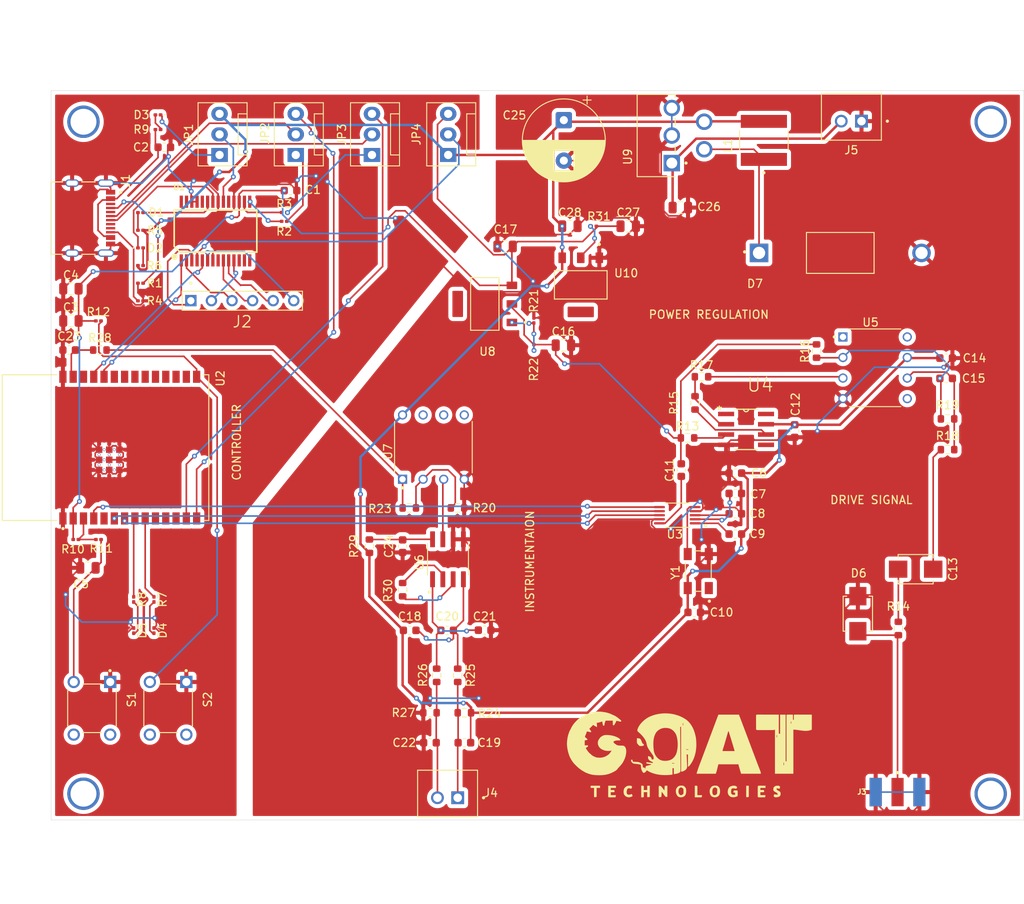
<source format=kicad_pcb>
(kicad_pcb (version 20241229) (generator "pcbnew") (generator_version "9.0")
  (layers (0 "F.Cu" signal) (2 "B.Cu" signal) (13 "F.Paste" user) (15 "B.Paste" user) (5 "F.SilkS" user "F.Silkscreen") (7 "B.SilkS" user "B.Silkscreen") (1 "F.Mask" user) (3 "B.Mask" user) (25 "Edge.Cuts" user))
  (net 0 "")
  (net 1 "+3.3V")
  (net 2 "/controller/USB_5volts")
  (net 3 "/controller/en-conn1")
  (net 4 "+5V")
  (net 5 "/signal_genenerator/vdd_net")
  (net 6 "/signal_genenerator/cap_net")
  (net 7 "/signal_genenerator/comp_net")
  (net 8 "OUPUT")
  (net 9 "+2V5")
  (net 10 "G_OUT")
  (net 11 "Net-(C13-Pad2)")
  (net 12 "GAIN")
  (net 13 "Net-(U5-OUT)")
  (net 14 "/signal_receptor/+IN")
  (net 15 "Sense+")
  (net 16 "/signal_receptor/-IN")
  (net 17 "Sense-")
  (net 18 "INSTRUMENTATION")
  (net 19 "/signal_receptor/+VS")
  (net 20 "BATT+")
  (net 21 "Net-(D1-A)")
  (net 22 "Net-(D1-K)")
  (net 23 "Net-(D2-K)")
  (net 24 "Net-(D2-A)")
  (net 25 "Net-(D3-A)")
  (net 26 "/controller/vcc")
  (net 27 "Net-(D4-A)")
  (net 28 "Net-(D5-A)")
  (net 29 "Net-(D6-Pad1)")
  (net 30 "Net-(U9-OUTPUT)")
  (net 32 "Net-(J1-CC2)")
  (net 36 "/controller/USB+")
  (net 37 "/controller/USB-")
  (net 38 "Net-(J1-CC1)")
  (net 39 "/controller/dcd")
  (net 40 "/controller/cts")
  (net 41 "/controller/rts")
  (net 42 "/controller/dtr")
  (net 43 "/controller/ri")
  (net 44 "/controller/dsr")
  (net 45 "/controller/USB_VCC")
  (net 46 "D+")
  (net 47 "/controller/FT_USB+")
  (net 48 "/controller/FT_USB-")
  (net 49 "D-")
  (net 50 "/controller/power")
  (net 51 "Net-(U1-USBDP)")
  (net 52 "Net-(U1-USBDM)")
  (net 53 "LED2")
  (net 54 "LED1")
  (net 55 "Net-(U2-EN)")
  (net 56 "/controller/boot-conn1")
  (net 57 "Net-(U4-+IN)")
  (net 58 "BUF_OUT")
  (net 59 "Net-(U4-VOUT)")
  (net 60 "Net-(U5-+IN)")
  (net 61 "Net-(U7A-1IN-)")
  (net 62 "Net-(U8-GND{slash}ADJ)")
  (net 63 "/signal_receptor/G_VOUT")
  (net 64 "/signal_receptor/RG")
  (net 65 "/signal_receptor/RG_2")
  (net 66 "Net-(U10-VOUT)")
  (net 71 "RXD")
  (net 73 "TXD")
  (net 80 "SCLK")
  (net 83 "FSYNC")
  (net 92 "SDATA")
  (net 95 "/signal_genenerator/OSC_OUT")
  (net 100 "/signal_receptor/VOUT")
  (net 102 "BATT-")
  (footprint "Resistor_SMD:R_0603_1608Metric" (layer "F.Cu") (at 123.875 129.5 180)
    (property "Reference" "R27")
    (property "Value" "2k")
  )
  (footprint "ECTmod:JST_B2B-XH-A_LF__SN_" (layer "F.Cu") (at 175.9 55.9)
    (property "Reference" "J5")
    (property "Value" "B2B-XH-A_LF__SN_")
  )
  (footprint "Resistor_SMD:R_0603_1608Metric" (layer "F.Cu") (at 127.275 104.2)
    (property "Reference" "R20")
    (property "Value" "1k")
  )
  (footprint "Capacitor_SMD:C_0805_2012Metric" (layer "F.Cu") (at 140.35 84.1)
    (property "Reference" "C16")
    (property "Value" "10uF")
  )
  (footprint "Resistor_SMD:R_0201_0603Metric" (layer "F.Cu") (at 105.88 68.8)
    (property "Reference" "R2")
    (property "Value" "22")
  )
  (footprint "Capacitor_SMD:C_0805_2012Metric" (layer "F.Cu") (at 141.15 69.4)
    (property "Reference" "C28")
    (property "Value" "10uF")
  )
  (footprint "ECTmod:DIP794W45P254L959H508Q8" (layer "F.Cu") (at 124.3 96.6875 90)
    (property "Reference" "U7")
    (property "Value" "TL072")
  )
  (footprint "Capacitor_SMD:C_0603_1608Metric" (layer "F.Cu") (at 161.575 99.9 180)
    (property "Reference" "C6")
    (property "Value" "100n")
  )
  (footprint "ECTmod:SOP50P490X110-10N" (layer "F.Cu") (at 154.4075 105.1 180)
    (property "Reference" "U3")
    (property "Value" "AD9833BRMZ")
  )
  (footprint "Resistor_SMD:R_0603_1608Metric" (layer "F.Cu") (at 155.675 95.5521)
    (property "Reference" "R13")
    (property "Value" "49")
  )
  (footprint "Resistor_SMD:R_0603_1608Metric" (layer "F.Cu") (at 171.6 84.825 90)
    (property "Reference" "R16")
    (property "Value" "2k")
  )
  (footprint "Resistor_SMD:R_0201_0603Metric" (layer "F.Cu") (at 80.155 108.1)
    (property "Reference" "R10")
    (property "Value" "10k")
  )
  (footprint "ECTmod:JST_B2B-XH-A_LF__SN_" (layer "F.Cu") (at 126.05 139.475)
    (property "Reference" "J4")
    (property "Value" "B2B-XH-A_LF__SN_")
  )
  (footprint "Resistor_SMD:R_0603_1608Metric" (layer "F.Cu") (at 187.775 97)
    (property "Reference" "R18")
    (property "Value" "10")
  )
  (footprint "Capacitor_SMD:C_0603_1608Metric" (layer "F.Cu") (at 106.66 65 180)
    (property "Reference" "C1")
    (property "Value" "1u")
  )
  (footprint "footprints:SW_TS02-66-60-BK-100-SCR-D" (layer "F.Cu") (at 82.15 128.95 -90)
    (property "Reference" "S1")
    (property "Value" "TS02-66-60-BK-100-SCR-D")
  )
  (footprint "Capacitor_SMD:C_0603_1608Metric" (layer "F.Cu") (at 79.33 84.7 180)
    (property "Reference" "C23")
    (property "Value" "10n")
  )
  (footprint "ECTmod:DIOM4336X265N" (layer "F.Cu") (at 176.7 117.265 90)
    (property "Reference" "D6")
    (property "Value" "SMBJ12CA")
  )
  (footprint "Capacitor_SMD:C_0603_1608Metric" (layer "F.Cu") (at 120.5 108.925 -90)
    (property "Reference" "C24")
    (property "Value" "100n")
  )
  (footprint "Resistor_SMD:R_0603_1608Metric" (layer "F.Cu") (at 157.4 88)
    (property "Reference" "R17")
    (property "Value" "49")
  )
  (footprint "Connector:FanPinHeader_1x03_P2.54mm_Vertical" (layer "F.Cu") (at 107.308333 60.6 90)
    (property "Reference" "JP2")
    (property "Value" "Jumper_3_Open")
  )
  (footprint "footprints:DIOAD2006W127L950D530-mmms" (layer "F.Cu") (at 174.53 72.7)
    (property "Reference" "D7")
    (property "Value" "1N5408")
  )
  (footprint "LED_SMD:LED_0201_0603Metric" (layer "F.Cu") (at 90.3 55.65 180)
    (property "Reference" "D3")
    (property "Value" "LED")
  )
  (footprint "Resistor_SMD:R_0603_1608Metric" (layer "F.Cu") (at 121.325 104.2 180)
    (property "Reference" "R23")
    (property "Value" "100k")
  )
  (footprint "Capacitor_SMD:C_0805_2012Metric" (layer "F.Cu") (at 148.35 69.4)
    (property "Reference" "C27")
    (property "Value" "10uF")
  )
  (footprint "Resistor_SMD:R_0201_0603Metric" (layer "F.Cu") (at 90.3 57.46)
    (property "Reference" "R9")
    (property "Value" "1k")
  )
  (footprint "Connector:FanPinHeader_1x03_P2.54mm_Vertical" (layer "F.Cu") (at 116.716667 60.6 90)
    (property "Reference" "JP3")
    (property "Value" "Jumper_3_Open")
  )
  (footprint "ECTmod:OSC_MCSO2-K-V-A-24MHZ" (layer "F.Cu") (at 157 112 90)
    (property "Reference" "Y1")
    (property "Value" "MCSO2-K-V-A-24MHZ")
  )
  (footprint "Capacitor_SMD:C_0603_1608Metric" (layer "F.Cu") (at 91.08 59.65)
    (property "Reference" "C2")
    (property "Value" "1u")
  )
  (footprint "Capacitor_SMD:C_0603_1608Metric" (layer "F.Cu") (at 125.9975 119.325 180)
    (property "Reference" "C20")
    (property "Value" "1u")
  )
  (footprint "Capacitor_SMD:C_0805_2012Metric" (layer "F.Cu") (at 154.7825 67.1)
    (property "Reference" "C26")
    (property "Value" "680uF 50v")
  )
  (footprint "Connector:FanPinHeader_1x03_P2.54mm_Vertical" (layer "F.Cu") (at 126.125 60.6 90)
    (property "Reference" "JP4")
    (property "Value" "Jumper_3_Open")
  )
  (footprint "Capacitor_THT:CP_Radial_D10.0mm_P5.00mm" (layer "F.Cu") (at 140.4 56.3 -90)
    (property "Reference" "C25")
    (property "Value" "220uF")
  )
  (footprint "Resistor_SMD:R_0201_0603Metric" (layer "F.Cu") (at 105.88 67.7)
    (property "Reference" "R3")
    (property "Value" "22")
  )
  (footprint "ECTmod:DIP794W45P254L959H508Q8" (layer "F.Cu") (at 178.83 86.89)
    (property "Reference" "U5")
    (property "Value" "OPA552PA")
  )
  (footprint "Capacitor_SMD:C_0805_2012Metric" (layer "F.Cu") (at 81.65 111.6)
    (property "Reference" "C5")
    (property "Value" "1n")
  )
  (footprint "Resistor_SMD:R_0603_1608Metric" (layer "F.Cu") (at 127.3 124.875 90)
    (property "Reference" "R25")
    (property "Value" "10k")
  )
  (footprint "ECTmod:SOIC127P599X175-8N" (layer "F.Cu") (at 126.1 110.545 90)
    (property "Reference" "U6")
    (property "Value" "INA826AIDR")
  )
  (footprint "footprints:SOT229P700X180-4N-mmms" (layer "F.Cu") (at 142.49 76.645 -90)
    (property "Reference" "U10")
    (property "Value" "AMS1117-3.3")
  )
  (footprint "Resistor_SMD:R_0201_0603Metric" (layer "F.Cu") (at 82.945 81.1)
    (property "Reference" "R12")
    (property "Value" "10k")
  )
  (footprint "footprints:SOT229P700X180-4N-mmms" (layer "F.Cu") (at 130.645 79 180)
    (property "Reference" "U8")
    (property "Value" "AMS1117-3.3")
  )
  (footprint "Capacitor_SMD:C_0603_1608Metric" (layer "F.Cu") (at 121.37 119.325)
    (property "Reference" "C18")
    (property "Value" "100n")
  )
  (footprint "Resistor_SMD:R_0201_0603Metric" (layer "F.Cu") (at 88.145 76.44 180)
    (property "Reference" "R1")
    (property "Value" "5.1k")
  )
  (footprint "Capacitor_SMD:C_0603_1608Metric" (layer "F.Cu") (at 130.625 119.3)
    (property "Reference" "C21")
    (property "Value" "100n")
  )
  (footprint "footprints:TE_5-2267062-6" (layer "F.Cu") (at 100.71 78.6)
    (property "Reference" "J2")
    (property "Value" "Conn_01x06_Pin")
  )
  (footprint "Resistor_SMD:R_0201_0603Metric" (layer "F.Cu") (at 87.3 115.5 -90)
    (property "Reference" "R8")
    (property "Value" "220")
  )
  (footprint "Resistor_SMD:R_0603_1608Metric" (layer "F.Cu") (at 156.6 91.225 90)
    (property "Reference" "R15")
    (property "Value" "24")
  )
  (footprint "Resistor_SMD:R_0201_0603Metric" (layer "F.Cu") (at 88.145 78.62)
    (property "Reference" "R4")
    (property "Value" "5.1k")
  )
  (footprint "footprints:TO170P1016X470X2092-5-mmms" (layer "F.Cu") (at 153.7325 61.6 90)
    (property "Reference" "U9")
    (property "Value" "LM2596T-5.0")
  )
  (footprint "Resistor_SMD:R_0603_1608Metric" (layer "F.Cu") (at 120.5 114.3 -90)
    (property "Reference" "R30")
    (property "Value" "5.49k")
  )
  (footprint "Resistor_SMD:R_0201_0603Metric" (layer "F.Cu") (at 136.7 81.045 -90)
    (property "Reference" "R21")
    (property "Value" "220")
  )
  (footprint "ECTmod:RFSOLUTIONS_CON-SMA-EDGE-S" (layer "F.Cu") (at 181.6 139.3 90)
    (property "Reference" "J3")
    (property "Value" "CON-SMA-EDGE-S")
  )
  (footprint "Resistor_SMD:R_0201_0603Metric" (layer "F.Cu") (at 88.145 74.26)
    (property "Reference" "R6")
    (property "Value" "1k")
  )
  (footprint "ECTmod:SOIC127P600X175-8N" (layer "F.Cu") (at 162.9 94.5)
    (property "Reference" "U4")
    (property "Value" "AD8065ARZ")
  )
  (footprint "Resistor_SMD:R_0201_0603Metric" (layer "F.Cu") (at 82.955 108.1 180)
    (property "Reference" "R11")
    (property "Value" "470")
  )
  (footprint "Resistor_SMD:R_0201_0603Metric" (layer "F.Cu") (at 89.8 115.5 -90)
    (property "Reference" "R7")
    (property "Value" "220")
  )
  (footprint "LED_SMD:LED_0201_0603Metric" (layer "F.Cu") (at 87.3 119.355 -90)
    (property "Reference" "D5")
    (property "Value" "LED")
  )
  (footprint "LED_SMD:LED_0201_0603Metric" (layer "F.Cu") (at 88.145 72.08)
    (property "Reference" "D2")
    (property "Value" "LED")
  )
  (footprint "footprints:XCVR_ESP32-C6-WROOM-1-N8-mmms" (layer "F.Cu") (at 83.82 96.75 90)
    (property "Reference" "U2")
    (property "Value" "ESP32-C6-WROOM-1-N8")
  )
  (footprint "LED_SMD:LED_0201_0603Metric" (layer "F.Cu") (at 88.145 67.72 180)
    (property "Reference" "D1")
    (property "Value" "LED")
  )
  (footprint "Resistor_SMD:R_0603_1608Metric" (layer "F.Cu") (at 83.125 84.7 180)
    (property "Reference" "R28")
    (property "Value" "100")
  )
  (footprint "Capacitor_SMD:C_0805_2012Metric" (layer "F.Cu") (at 133.15 71.9 180)
    (property "Reference" "C17")
    (property "Value" "10uF")
  )
  (footprint "Capacitor_SMD:C_0805_2012Metric" (layer "F.Cu") (at 79.55 81.1)
    (property "Reference" "C3")
    (property "Value" "0.1u")
  )
  (footprint "Capacitor_SMD:C_0603_1608Metric" (layer "F.Cu") (at 168.9 94.7 90)
    (property "Reference" "C12")
    (property "Value" "100n")
  )
  (footprint "Resistor_SMD:R_0603_1608Metric" (layer "F.Cu") (at 128.125 129.5 180)
    (property "Reference" "R24")
    (property "Value" "2k")
  )
  (footprint "Resistor_SMD:R_0201_0603Metric" (layer "F.Cu") (at 88.145 69.9 180)
    (property "Reference" "R5")
    (property "Value" "1k")
  )
  (footprint "Resistor_SMD:R_0603_1608Metric" (layer "F.Cu") (at 116.4 108.925 -90)
    (property "Reference" "R29")
    (property "Value" "100")
  )
  (footprint "Capacitor_SMD:C_0603_1608Metric" (layer "F.Cu") (at 161.575 102.41)
    (property "Reference" "C7")
    (property "Value" "10uF")
  )
  (footprint "Connector:FanPinHeader_1x03_P2.54mm_Vertical" (layer "F.Cu") (at 97.9 60.6 90)
    (property "Reference" "JP1")
    (property "Value" "Jumper_3_Open")
  )
  (footprint "footprints:IND_1264EY-101M=P3-mmms" (layer "F.Cu") (at 165.1 58.8 90)
    (property "Reference" "L1")
    (property "Value" "1264EY-101M=P3(33uH)")
  )
  (footprint "Capacitor_SMD:C_0603_1608Metric" (layer "F.Cu") (at 187.6 88.2)
    (property "Reference" "C15")
    (property "Value" "22p")
  )
  (footprint "Resistor_SMD:R_0201_0603Metric" (layer "F.Cu") (at 136.7 84.345 90)
    (property "Reference" "R22")
    (property "Value" "220")
  )
  (footprint "Capacitor_SMD:C_0603_1608Metric" (layer "F.Cu") (at 128.125 133.2 180)
    (property "Reference" "C19")
    (property "Value" "100n")
  )
  (footprint "LED_SMD:LED_0201_0603Metric" (layer "F.Cu") (at 89.8 119.355 -90)
    (property "Reference" "D4")
    (property "Value" "LED")
  )
  (footprint "Resistor_SMD:R_0201_0603Metric" (layer "F.Cu") (at 144.1 69.4)
    (property "Reference" "R31")
    (property "Value" "22")
  )
  (footprint "Capacitor_SMD:C_0603_1608Metric" (layer "F.Cu") (at 161.575 104.92)
    (property "Reference" "C8")
    (property "Value" "100n")
  )
  (footprint "Capacitor_SMD:C_0603_1608Metric" (layer "F.Cu") (at 187.6 85.69)
    (property "Reference" "C14")
    (property "Value" "0.1u")
  )
  (footprint "Capacitor_SMD:C_0603_1608Metric" (layer "F.Cu") (at 123.875 133.2 180)
    (property "Reference" "C22")
    (property "Value" "100n")
  )
  (footprint "Capacitor_SMD:C_0603_1608Metric" (layer "F.Cu") (at 161.575 107.43)
    (property "Reference" "C9")
    (property "Value" "10n")
  )
  (footprint "footprints:SSOP28-0.65-10.2X5.2MM" (layer "F.Cu") (at 97.4 70)
    (property "Reference" "U1")
    (property "Value" "INTERFACE-FT232RL_SSOP28_")
  )
  (footprint "Capacitor_SMD:C_0603_1608Metric" (layer "F.Cu") (at 154.9 99.525 90)
    (property "Reference" "C11")
    (property "Value" "100n")
  )
  (footprint "Resistor_SMD:R_0603_1608Metric" (layer "F.Cu") (at 181.7 119.09 -90)
    (property "Reference" "R14")
    (property "Value" "50")
  )
  (footprint "ECTmod:DIOM4336X265N" (layer "F.Cu") (at 183.835 111.765 180)
    (property "Reference" "C13")
    (property "Value" "100n")
  )
  (footprint "Capacitor_SMD:C_0805_2012Metric" (layer "F.Cu") (at 79.55 77.125)
    (property "Reference" "C4")
    (property "Value" "10u")
  )
  (footprint "footprints:SW_TS02-66-60-BK-100-SCR-D" (layer "F.Cu") (at 91.55 128.95 -90)
    (property "Reference" "S2")
    (property "Value" "TS02-66-60-BK-100-SCR-D")
  )
  (footprint "Resistor_SMD:R_0603_1608Metric" (layer "F.Cu") (at 187.775 93.2 180)
    (property "Reference" "R19")
    (property "Value" "8.2k")
  )
  (footprint "footprints:HRO_TYPE-C-31-M-12" (layer "F.Cu") (at 79.7 68.4 -90)
    (property "Reference" "J1")
    (property "Value" "TYPE-C-31-M-12")
  )
  (footprint "Resistor_SMD:R_0603_1608Metric" (layer "F.Cu") (at 124.7 124.875 90)
    (property "Reference" "R26")
    (property "Value" "10k")
  )
  (footprint "Capacitor_SMD:C_0603_1608Metric" (layer "F.Cu") (at 156.5 117.1)
    (property "Reference" "C10")
    (property "Value" "100n")
  )
  (gr_poly (pts (xy 143.443 134.409495) (xy 143.545371 134.484123) (xy 143.660713 134.567839) (xy 143.694898 134.596191) (xy 143.709136 134.608273) (xy 143.721879 134.619434) (xy 143.733432 134.630033) (xy 143.744102 134.640425) (xy 143.754194 134.650968) (xy 143.764014 134.662019) (xy 143.773868 134.673934) (xy 143.784062 134.687072) (xy 143.794901 134.701788) (xy 143.806692 134.71844) (xy 143.834351 134.758979) (xy 143.869486 134.811545) (xy 143.830349 134.825662) (xy 143.792255 134.836398) (xy 143.755061 134.843979) (xy 143.71862 134.848633) (xy 143.682789 134.850587) (xy 143.647422 134.850065) (xy 143.612374 134.847296) (xy 143.577501 134.842506) (xy 143.542657 134.835922) (xy 143.507697 134.82777) (xy 143.472477 134.818277) (xy 143.436852 134.807669) (xy 143.287403 134.758628) (xy 143.340319 134.599879) (xy 143.341519 134.533738) (xy 143.341982 134.467584) (xy 143.341613 134.401431) (xy 143.340319 134.335295)) (fill yes) (layer "F.SilkS"))
  (gr_poly (pts (xy 143.499069 136.875295) (xy 143.657819 136.928211) (xy 143.657819 137.034045) (xy 143.610383 137.027688) (xy 143.56416 137.020355) (xy 143.519017 137.012059) (xy 143.474822 137.002813) (xy 143.431441 136.992629) (xy 143.388741 136.98152) (xy 143.346588 136.969499) (xy 143.30485 136.956578) (xy 143.222086 136.928091) (xy 143.139384 136.89616) (xy 143.055677 136.860889) (xy 142.969902 136.822378) (xy 142.969902 136.769462) (xy 143.446153 136.769462)) (fill yes) (layer "F.SilkS"))
  (gr_poly (pts (xy 147.632118 135.444051) (xy 147.732403 135.446545) (xy 147.717116 135.491063) (xy 147.700746 135.533602) (xy 147.683302 135.574353) (xy 147.664791 135.613508) (xy 147.645219 135.651259) (xy 147.624593 135.687797) (xy 147.602922 135.723314) (xy 147.580211 135.758001) (xy 147.556469 135.79205) (xy 147.531702 135.825653) (xy 147.505918 135.859001) (xy 147.479124 135.892286) (xy 147.422532 135.959434) (xy 147.361985 136.028628) (xy 147.309069 135.869878) (xy 147.203236 135.764045) (xy 147.282611 135.691284) (xy 147.312736 135.664841) (xy 147.324879 135.65371) (xy 147.335229 135.643598) (xy 147.339769 135.638837) (xy 147.343904 135.634224) (xy 147.347649 135.629726) (xy 147.351019 135.625308) (xy 147.354028 135.620933) (xy 147.356691 135.616567) (xy 147.359023 135.612175) (xy 147.361037 135.607721) (xy 147.362748 135.603171) (xy 147.364171 135.59849) (xy 147.365321 135.593642) (xy 147.366212 135.588592) (xy 147.366858 135.583304) (xy 147.367274 135.577745) (xy 147.367475 135.571879) (xy 147.367475 135.56567) (xy 147.36693 135.552085) (xy 147.365756 135.536709) (xy 147.361985 135.499461) (xy 147.38604 135.488087) (xy 147.409414 135.478324) (xy 147.432226 135.470056) (xy 147.454598 135.46317) (xy 147.476649 135.457551) (xy 147.4985 135.453084) (xy 147.52027 135.449654) (xy 147.54208 135.447147) (xy 147.564049 135.445448) (xy 147.586299 135.444442) (xy 147.608949 135.444015)) (fill yes) (layer "F.SilkS"))
  (gr_poly (pts (xy 148.548636 138.506652) (xy 148.615158 138.509891) (xy 148.684902 138.515711) (xy 148.843652 138.621545) (xy 148.737818 138.886127) (xy 148.562533 138.849747) (xy 148.501253 138.838833) (xy 148.476039 138.834687) (xy 148.453868 138.831485) (xy 148.434308 138.82928) (xy 148.416928 138.828127) (xy 148.401297 138.828078) (xy 148.386984 138.829187) (xy 148.373558 138.831506) (xy 148.360587 138.83509) (xy 148.347641 138.839992) (xy 148.334288 138.846264) (xy 148.320097 138.85396) (xy 148.304636 138.863134) (xy 148.268183 138.886127) (xy 148.248812 138.922293) (xy 148.231347 138.958548) (xy 148.21579 138.994913) (xy 148.202146 139.031413) (xy 148.190417 139.068068) (xy 148.180607 139.104903) (xy 148.17272 139.141939) (xy 148.166759 139.179199) (xy 148.162726 139.216706) (xy 148.160627 139.254482) (xy 148.160464 139.29255) (xy 148.16224 139.330932) (xy 148.165959 139.369651) (xy 148.171625 139.408729) (xy 148.17924 139.448189) (xy 148.188809 139.488055) (xy 148.211925 139.519811) (xy 148.221761 139.532798) (xy 148.230832 139.544118) (xy 148.239421 139.553962) (xy 148.243625 139.558392) (xy 148.247816 139.562526) (xy 148.25203 139.566388) (xy 148.256302 139.570003) (xy 148.260669 139.573394) (xy 148.265165 139.576586) (xy 148.269827 139.579603) (xy 148.274691 139.58247) (xy 148.279792 139.58521) (xy 148.285165 139.587848) (xy 148.296874 139.592914) (xy 148.310103 139.597861) (xy 148.325138 139.602885) (xy 148.342265 139.608178) (xy 148.383938 139.620347) (xy 148.413788 139.62126) (xy 148.442277 139.621163) (xy 148.469571 139.62007) (xy 148.495835 139.617993) (xy 148.521233 139.614945) (xy 148.545931 139.610941) (xy 148.570095 139.605992) (xy 148.593888 139.600111) (xy 148.617477 139.593313) (xy 148.641026 139.585611) (xy 148.664701 139.577016) (xy 148.688666 139.567543) (xy 148.713087 139.557205) (xy 148.738129 139.546014) (xy 148.790736 139.521128) (xy 148.896569 139.785711) (xy 148.854699 139.811196) (xy 148.814291 139.834306) (xy 148.775085 139.855066) (xy 148.736821 139.873498) (xy 148.699236 139.889628) (xy 148.66207 139.903479) (xy 148.625061 139.915074) (xy 148.587949 139.924439) (xy 148.550472 139.931597) (xy 148.512369 139.936573) (xy 148.47338 139.939389) (xy 148.433242 139.940071) (xy 148.391695 139.938642) (xy 148.348478 139.935126) (xy 148.30333 139.929548) (xy 148.255989 139.921931) (xy 148.217798 139.909441) (xy 148.181608 139.89573) (xy 148.147307 139.880766) (xy 148.11478 139.864516) (xy 148.083915 139.846949) (xy 148.054599 139.828031) (xy 148.026718 139.807731) (xy 148.000159 139.786017) (xy 147.974809 139.762856) (xy 147.950555 139.738216) (xy 147.927283 139.712064) (xy 147.90488 139.684369) (xy 147.883234 139.655098) (xy 147.86223 139.624219) (xy 147.841756 139.5917) (xy 147.821699 139.557508) (xy 147.810636 139.511885) (xy 147.80111 139.467341) (xy 147.793148 139.423732) (xy 147.786778 139.380913) (xy 147.78203 139.33874) (xy 147.77893 139.297068) (xy 147.777508 139.255754) (xy 147.777791 139.214653) (xy 147.779808 139.173622) (xy 147.783588 139.132514) (xy 147.789157 139.091187) (xy 147.796545 139.049496) (xy 147.805781 139.007297) (xy 147.816891 138.964445) (xy 147.829904 138.920796) (xy 147.84485 138.876206) (xy 147.865902 138.84548) (xy 147.887043 138.81633) (xy 147.908296 138.788725) (xy 147.929687 138.762632) (xy 147.95124 138.73802) (xy 147.972979 138.714856) (xy 147.994931 138.693109) (xy 148.017118 138.672745) (xy 148.039567 138.653733) (xy 148.062302 138.636041) (xy 148.085347 138.619637) (xy 148.108728 138.604488) (xy 148.132469 138.590563) (xy 148.156595 138.577829) (xy 148.18113 138.566254) (xy 148.2061 138.555807) (xy 148.231529 138.546454) (xy 148.257443 138.538164) (xy 148.283864 138.530904) (xy 148.31082 138.524644) (xy 148.338333 138.519349) (xy 148.36643 138.514989) (xy 148.395134 138.511532) (xy 148.42447 138.508944) (xy 148.48514 138.50625)) (fill yes) (layer "F.SilkS"))
  (gr_poly (pts (xy 146.418504 132.382456) (xy 146.47946 132.389542) (xy 146.539484 132.398626) (xy 146.598622 132.409701) (xy 146.656921 132.422758) (xy 146.714428 132.437789) (xy 146.771189 132.454787) (xy 146.82725 132.473742) (xy 146.882658 132.494646) (xy 146.937461 132.517492) (xy 146.991703 132.542272) (xy 147.045433 132.568976) (xy 147.098696 132.597597) (xy 147.151539 132.628126) (xy 147.204009 132.660556) (xy 147.256152 132.694878) (xy 147.278809 132.732935) (xy 147.296292 132.762716) (xy 147.309841 132.786704) (xy 147.320696 132.807378) (xy 147.325501 132.817247) (xy 147.330098 132.827218) (xy 147.339287 132.848706) (xy 147.349502 132.874322) (xy 147.361985 132.906545) (xy 147.259252 132.900964) (xy 147.146851 132.899298) (xy 147.093664 132.900125) (xy 147.042149 132.902206) (xy 146.992052 132.905652) (xy 146.943123 132.910574) (xy 146.895107 132.917083) (xy 146.847753 132.925288) (xy 146.800807 132.935301) (xy 146.754017 132.947232) (xy 146.70713 132.961192) (xy 146.659894 132.977291) (xy 146.612056 132.995641) (xy 146.563363 133.016351) (xy 146.513563 133.039532) (xy 146.462403 133.065295) (xy 146.462403 132.906545) (xy 146.568236 132.906545) (xy 146.562007 132.894418) (xy 146.55577 132.882929) (xy 146.549511 132.87205) (xy 146.543218 132.861753) (xy 146.53688 132.85201) (xy 146.530483 132.842792) (xy 146.524017 132.834071) (xy 146.517467 132.825819) (xy 146.510823 132.818008) (xy 146.504072 132.810608) (xy 146.497201 132.803593) (xy 146.490199 132.796933) (xy 146.483052 132.790601) (xy 146.47575 132.784568) (xy 146.460629 132.773286) (xy 146.444735 132.762861) (xy 146.427973 132.753066) (xy 146.410243 132.743677) (xy 146.391448 132.734465) (xy 146.350269 132.715673) (xy 146.303652 132.694878) (xy 146.303652 132.641962) (xy 146.432636 132.622118) (xy 146.568236 132.589045) (xy 146.621153 132.483211) (xy 146.356569 132.430295) (xy 146.356569 132.377378)) (fill yes) (layer "F.SilkS"))
  (gr_poly (pts (xy 144.239903 129.572795) (xy 144.081153 129.572795) (xy 144.134069 129.731545) (xy 144.028236 129.784462) (xy 144.028236 129.678628) (xy 143.91248 129.711701) (xy 143.881114 129.715349) (xy 143.851536 129.717683) (xy 143.823519 129.718729) (xy 143.796839 129.718509) (xy 143.771271 129.717047) (xy 143.74659 129.714367) (xy 143.722571 129.710491) (xy 143.698989 129.705444) (xy 143.67562 129.699249) (xy 143.652237 129.691929) (xy 143.628616 129.683509) (xy 143.604533 129.67401) (xy 143.579761 129.663458) (xy 143.554077 129.651875) (xy 143.499069 129.625712) (xy 143.526633 129.607644) (xy 143.552828 129.591131) (xy 143.577887 129.57606) (xy 143.602043 129.562321) (xy 143.625526 129.549799) (xy 143.64857 129.538384) (xy 143.671406 129.527962) (xy 143.694266 129.518421) (xy 143.717383 129.50965) (xy 143.740987 129.501535) (xy 143.765313 129.493964) (xy 143.79059 129.486826) (xy 143.817052 129.480007) (xy 143.844931 129.473396) (xy 143.905866 129.460347) (xy 144.035471 129.433475) (xy 144.134069 129.414045)) (fill yes) (layer "F.SilkS"))
  (gr_poly (pts (xy 156.843384 138.525052) (xy 156.851546 138.533389) (xy 156.858641 138.540957) (xy 156.861815 138.544526) (xy 156.864755 138.547991) (xy 156.86747 138.551383) (xy 156.869973 138.554729) (xy 156.872274 138.55806) (xy 156.874383 138.561405) (xy 156.876311 138.564793) (xy 156.87807 138.568255) (xy 156.87967 138.571819) (xy 156.881121 138.575515) (xy 156.882436 138.579373) (xy 156.883623 138.583421) (xy 156.884695 138.58769) (xy 156.885661 138.592209) (xy 156.886534 138.597006) (xy 156.887322 138.602113) (xy 156.888039 138.607558) (xy 156.888693 138.613371) (xy 156.889859 138.626217) (xy 156.890906 138.640887) (xy 156.892993 138.676645) (xy 156.892153 138.816881) (xy 156.891636 138.968293) (xy 156.890292 139.12756) (xy 156.889569 139.287447) (xy 156.886985 139.679877) (xy 157.469068 139.679877) (xy 157.416152 139.944462) (xy 156.569485 139.944462) (xy 156.569485 138.515711) (xy 156.834068 138.515711)) (fill yes) (layer "F.SilkS"))
  (gr_poly (pts (xy 159.157833 138.498717) (xy 159.237337 138.505276) (xy 159.321151 138.515711) (xy 159.356517 138.534694) (xy 159.388738 138.553228) (xy 159.418082 138.571547) (xy 159.444813 138.589884) (xy 159.469197 138.608471) (xy 159.4915 138.627541) (xy 159.511987 138.647328) (xy 159.530924 138.668063) (xy 159.548577 138.68998) (xy 159.565211 138.713312) (xy 159.581092 138.738291) (xy 159.596485 138.765151) (xy 159.611656 138.794124) (xy 159.626872 138.825443) (xy 159.642396 138.85934) (xy 159.658496 138.89605) (xy 159.667324 138.953118) (xy 159.674788 139.009031) (xy 159.680729 139.063894) (xy 159.684985 139.117812) (xy 159.687395 139.170892) (xy 159.687797 139.223237) (xy 159.686033 139.274954) (xy 159.681939 139.326147) (xy 159.675356 139.376922) (xy 159.666122 139.427385) (xy 159.654077 139.47764) (xy 159.639059 139.527793) (xy 159.620909 139.577948) (xy 159.599464 139.628212) (xy 159.574564 139.67869) (xy 159.546047 139.729487) (xy 159.517114 139.755557) (xy 159.488999 139.779857) (xy 159.461488 139.802411) (xy 159.434364 139.823244) (xy 159.407412 139.842382) (xy 159.380418 139.859847) (xy 159.353164 139.875666) (xy 159.325437 139.889862) (xy 159.29702 139.902461) (xy 159.267699 139.913486) (xy 159.237257 139.922962) (xy 159.205479 139.930915) (xy 159.17215 139.937368) (xy 159.137055 139.942346) (xy 159.099977 139.945874) (xy 159.060702 139.947976) (xy 159.022365 139.945282) (xy 158.98648 139.942039) (xy 158.952765 139.938121) (xy 158.920939 139.933404) (xy 158.890719 139.927764) (xy 158.861822 139.921076) (xy 158.833968 139.913215) (xy 158.806873 139.904058) (xy 158.780256 139.893479) (xy 158.753835 139.881354) (xy 158.727328 139.867559) (xy 158.700453 139.85197) (xy 158.672926 139.834461) (xy 158.644468 139.814909) (xy 158.614795 139.793188) (xy 158.583625 139.769175) (xy 158.551024 139.724093) (xy 158.522327 139.678998) (xy 158.497339 139.633794) (xy 158.475867 139.588382) (xy 158.457715 139.542667) (xy 158.442688 139.49655) (xy 158.430594 139.449935) (xy 158.421236 139.402725) (xy 158.414421 139.354823) (xy 158.409953 139.306131) (xy 158.40868 139.278842) (xy 158.738146 139.278842) (xy 158.739068 139.362379) (xy 158.747872 139.414287) (xy 158.75174 139.435703) (xy 158.75546 139.454612) (xy 158.759185 139.4714) (xy 158.763072 139.486455) (xy 158.767274 139.500165) (xy 158.771948 139.512917) (xy 158.777248 139.525099) (xy 158.783329 139.537098) (xy 158.790346 139.549302) (xy 158.798455 139.562099) (xy 158.807809 139.575875) (xy 158.818565 139.59102) (xy 158.844901 139.626961) (xy 158.87731 139.645916) (xy 158.890861 139.653567) (xy 158.903057 139.660104) (xy 158.914208 139.665605) (xy 158.924624 139.670147) (xy 158.934615 139.673807) (xy 158.944491 139.676664) (xy 158.954562 139.678794) (xy 158.965138 139.680275) (xy 158.97653 139.681185) (xy 158.989047 139.681601) (xy 159.002999 139.681601) (xy 159.018697 139.681262) (xy 159.056568 139.679877) (xy 159.105651 139.66132) (xy 159.127541 139.652549) (xy 159.147856 139.643839) (xy 159.16674 139.634981) (xy 159.184337 139.625766) (xy 159.20079 139.615988) (xy 159.216243 139.605436) (xy 159.230841 139.593904) (xy 159.244727 139.581182) (xy 159.258044 139.567063) (xy 159.270938 139.551338) (xy 159.283552 139.533799) (xy 159.296029 139.514237) (xy 159.308514 139.492444) (xy 159.321151 139.468212) (xy 159.327246 139.396412) (xy 159.331934 139.324496) (xy 159.335366 139.252503) (xy 159.337689 139.180477) (xy 159.343682 139.02524) (xy 159.340343 138.976953) (xy 159.338555 138.957066) (xy 159.33645 138.939553) (xy 159.333847 138.924069) (xy 159.330565 138.910266) (xy 159.328614 138.903887) (xy 159.326426 138.897798) (xy 159.323979 138.891955) (xy 159.321249 138.886316) (xy 159.318216 138.880837) (xy 159.314855 138.875474) (xy 159.311145 138.870185) (xy 159.307064 138.864925) (xy 159.297695 138.854323) (xy 159.286569 138.843319) (xy 159.273507 138.831568) (xy 159.258328 138.818722) (xy 159.220899 138.788357) (xy 159.19568 138.774835) (xy 159.172497 138.763091) (xy 159.151051 138.753109) (xy 159.131044 138.744874) (xy 159.112178 138.738372) (xy 159.103079 138.735766) (xy 159.094153 138.733588) (xy 159.085363 138.731835) (xy 159.076671 138.730507) (xy 159.068041 138.7296) (xy 159.059434 138.729114) (xy 159.050814 138.729046) (xy 159.042143 138.729395) (xy 159.033384 138.730159) (xy 159.024499 138.731335) (xy 159.015452 138.732923) (xy 159.006204 138.734919) (xy 158.98696 138.740133) (xy 158.966467 138.746961) (xy 158.944426 138.75539) (xy 158.920541 138.765403) (xy 158.894511 138.776987) (xy 158.879963 138.793021) (xy 158.866332 138.809157) (xy 158.853587 138.825399) (xy 158.8417 138.841753) (xy 158.830642 138.858221) (xy 158.820383 138.87481) (xy 158.802149 138.908362) (xy 158.786764 138.942446) (xy 158.773996 138.977095) (xy 158.763612 139.012345) (xy 158.75538 139.04823) (xy 158.749068 139.084786) (xy 158.744441 139.122047) (xy 158.741268 139.160048) (xy 158.739317 139.198825) (xy 158.738353 139.238411) (xy 158.738146 139.278842) (xy 158.40868 139.278842) (xy 158.40764 139.256552) (xy 158.407285 139.20599) (xy 158.408695 139.154346) (xy 158.411675 139.101525) (xy 158.416031 139.047429) (xy 158.421568 138.991961) (xy 158.437961 138.950354) (xy 158.454942 138.910869) (xy 158.472526 138.873465) (xy 158.490731 138.838104) (xy 158.509573 138.804744) (xy 158.529069 138.773348) (xy 158.549237 138.743874) (xy 158.570093 138.716283) (xy 158.591655 138.690535) (xy 158.613938 138.666591) (xy 158.636961 138.644411) (xy 158.66074 138.623955) (xy 158.685292 138.605183) (xy 158.710633 138.588056) (xy 158.736781 138.572534) (xy 158.763754 138.558577) (xy 158.791566 138.546146) (xy 158.820237 138.5352) (xy 158.849782 138.525701) (xy 158.880218 138.517607) (xy 158.911563 138.51088) (xy 158.943833 138.50548) (xy 158.977045 138.501367) (xy 159.011217 138.498501) (xy 159.046364 138.496843) (xy 159.082505 138.496353)) (fill yes) (layer "F.SilkS"))
  (gr_poly (pts (xy 145.321387 130.697274) (xy 145.340347 130.78708) (xy 145.360407 130.876421) (xy 145.381627 130.965485) (xy 145.404069 131.054462) (xy 145.245319 131.054462) (xy 145.192402 130.578212) (xy 145.298236 130.578212)) (fill yes) (layer "F.SilkS"))
  (gr_poly (pts (xy 144.858708 129.376648) (xy 145.032305 129.38512) (xy 145.205468 129.401266) (xy 145.377925 129.425126) (xy 145.549404 129.456739) (xy 145.719631 129.496143) (xy 145.888334 129.543377) (xy 146.055239 129.598479) (xy 146.220074 129.66149) (xy 146.382565 129.732447) (xy 146.54244 129.81139) (xy 146.699426 129.898358) (xy 146.853249 129.993389) (xy 147.003638 130.096521) (xy 147.150318 130.207795) (xy 147.253051 130.286343) (xy 147.280772 130.308547) (xy 147.308183 130.331135) (xy 147.335314 130.354066) (xy 147.362196 130.377296) (xy 147.415328 130.42449) (xy 147.467819 130.472378) (xy 147.467819 130.578212) (xy 147.231761 130.550513) (xy 147.153419 130.540075) (xy 147.092441 130.530256) (xy 147.042005 130.519817) (xy 146.995289 130.507518) (xy 146.945473 130.492119) (xy 146.885736 130.472378) (xy 146.846048 130.584826) (xy 146.8318 130.616714) (xy 146.817062 130.64802) (xy 146.786183 130.709093) (xy 146.753536 130.768465) (xy 146.71925 130.826554) (xy 146.68345 130.883779) (xy 146.646263 130.940559) (xy 146.607816 130.997314) (xy 146.568236 131.054462) (xy 146.462403 131.001545) (xy 146.462403 130.472378) (xy 145.562819 130.472378) (xy 145.531869 130.55148) (xy 145.502469 130.630115) (xy 145.474487 130.708558) (xy 145.447787 130.787078) (xy 145.422238 130.865949) (xy 145.397704 130.945441) (xy 145.374054 131.025827) (xy 145.351152 131.107378) (xy 145.245319 131.054462) (xy 145.225553 130.989181) (xy 145.218635 130.964845) (xy 145.212763 130.942272) (xy 145.20724 130.918633) (xy 145.201368 130.8911) (xy 145.185788 130.813029) (xy 145.158916 130.680531) (xy 145.139486 130.578212) (xy 145.029312 130.612938) (xy 144.884825 130.657587) (xy 144.741577 130.702235) (xy 144.697942 130.713698) (xy 144.663213 130.722311) (xy 144.648127 130.725677) (xy 144.633993 130.728484) (xy 144.620386 130.730781) (xy 144.606882 130.732621) (xy 144.593056 130.734054) (xy 144.578483 130.73513) (xy 144.562739 130.735902) (xy 144.545397 130.736419) (xy 144.504225 130.736894) (xy 144.451569 130.736962) (xy 144.504486 131.266128) (xy 144.377982 131.202463) (xy 144.330543 131.177762) (xy 144.286205 131.15368) (xy 144.239386 131.127119) (xy 144.184505 131.094976) (xy 144.028236 131.001545) (xy 143.551986 131.477795) (xy 143.657819 131.62993) (xy 143.692752 131.68472) (xy 143.719004 131.727186) (xy 143.729262 131.744789) (xy 143.737814 131.760504) (xy 143.744816 131.774726) (xy 143.750423 131.787854) (xy 143.75479 131.800284) (xy 143.758071 131.812413) (xy 143.760422 131.824639) (xy 143.761999 131.83736) (xy 143.762955 131.850972) (xy 143.763446 131.865872) (xy 143.763652 131.901128) (xy 143.234486 131.795295) (xy 143.181569 132.006962) (xy 143.09558 132.19217) (xy 143.068886 132.24872) (xy 143.05813 132.272115) (xy 143.048966 132.292849) (xy 143.041292 132.31137) (xy 143.035006 132.328122) (xy 143.030007 132.343551) (xy 143.026193 132.358104) (xy 143.023462 132.372225) (xy 143.021712 132.386361) (xy 143.020842 132.400957) (xy 143.02075 132.416459) (xy 143.021334 132.433313) (xy 143.022493 132.451964) (xy 143.026126 132.496441) (xy 143.038458 132.518203) (xy 143.051319 132.53853) (xy 143.064712 132.557557) (xy 143.078635 132.575419) (xy 143.093092 132.59225) (xy 143.10808 132.608184) (xy 143.123602 132.623355) (xy 143.139658 132.6379) (xy 143.156249 132.651951) (xy 143.173375 132.665643) (xy 143.191036 132.679111) (xy 143.209234 132.692489) (xy 143.287403 132.747795) (xy 143.287403 132.853628) (xy 142.969902 132.906545) (xy 142.969902 133.541545) (xy 143.393236 133.541545) (xy 143.340319 133.700295) (xy 143.259911 133.737295) (xy 143.231024 133.750059) (xy 143.205547 133.760653) (xy 143.180381 133.770316) (xy 143.152424 133.78029) (xy 143.075736 133.806129) (xy 143.139347 133.913639) (xy 143.204125 134.017767) (xy 143.270459 134.118338) (xy 143.338738 134.215178) (xy 143.409352 134.308116) (xy 143.48269 134.396976) (xy 143.559142 134.481587) (xy 143.639096 134.561774) (xy 143.722943 134.637364) (xy 143.811072 134.708183) (xy 143.903872 134.774059) (xy 144.001733 134.834817) (xy 144.105043 134.890285) (xy 144.214193 134.940289) (xy 144.329572 134.984656) (xy 144.451569 135.023212) (xy 144.544569 135.034147) (xy 144.635308 135.042285) (xy 144.723976 135.047439) (xy 144.810763 135.049424) (xy 144.895858 135.048055) (xy 144.979451 135.043147) (xy 145.061731 135.034514) (xy 145.142888 135.021971) (xy 145.223113 135.005333) (xy 145.302594 134.984414) (xy 145.38152 134.959029) (xy 145.460083 134.928992) (xy 145.538472 134.894119) (xy 145.616875 134.854225) (xy 145.695483 134.809123) (xy 145.774486 134.758628) (xy 145.923314 134.659409) (xy 145.951322 134.631596) (xy 145.978424 134.603496) (xy 146.004694 134.575102) (xy 146.030203 134.546408) (xy 146.055027 134.51741) (xy 146.079236 134.4881) (xy 146.126106 134.428521) (xy 146.171399 134.367625) (xy 146.215698 134.305362) (xy 146.259587 134.241685) (xy 146.303652 134.176545) (xy 146.194925 134.193702) (xy 146.111201 134.203298) (xy 146.029327 134.210187) (xy 145.949142 134.214247) (xy 145.870486 134.215359) (xy 145.793199 134.213402) (xy 145.717118 134.208256) (xy 145.642084 134.199801) (xy 145.567936 134.187916) (xy 145.494513 134.172482) (xy 145.421654 134.153379) (xy 145.349199 134.130485) (xy 145.276986 134.103681) (xy 145.204856 134.072846) (xy 145.132647 134.037861) (xy 145.060199 133.998604) (xy 144.987351 133.954957) (xy 144.951689 133.925641) (xy 144.917851 133.895745) (xy 144.885793 133.86521) (xy 144.855468 133.833975) (xy 144.826832 133.80198) (xy 144.799839 133.769167) (xy 144.774443 133.735474) (xy 144.750601 133.700842) (xy 144.728265 133.665211) (xy 144.707392 133.628521) (xy 144.687936 133.590712) (xy 144.669851 133.551726) (xy 144.653092 133.5115) (xy 144.637614 133.469976) (xy 144.623371 133.427095) (xy 144.610319 133.382795) (xy 144.606164 133.332055) (xy 144.604154 133.282855) (xy 144.604292 133.235059) (xy 144.606578 133.188526) (xy 144.611014 133.143119) (xy 144.617602 133.0987) (xy 144.626343 133.055129) (xy 144.637239 133.012269) (xy 144.650291 132.96998) (xy 144.6655 132.928125) (xy 144.682868 132.886564) (xy 144.702396 132.845161) (xy 144.724086 132.803775) (xy 144.747939 132.762269) (xy 144.773958 132.720504) (xy 144.802142 132.678342) (xy 144.842097 132.632323) (xy 144.881341 132.589062) (xy 144.920171 132.548518) (xy 144.95888 132.510649) (xy 144.997765 132.475413) (xy 145.03712 132.44277) (xy 145.077241 132.412678) (xy 145.118423 132.385096) (xy 145.16096 132.359983) (xy 145.205148 132.337297) (xy 145.251283 132.316996) (xy 145.299658 132.299041) (xy 145.350571 132.283389) (xy 145.404314 132.269999) (xy 145.461185 132.25883) (xy 145.521478 132.249841) (xy 145.632242 132.246986) (xy 145.74358 132.247545) (xy 145.855253 132.251631) (xy 145.967025 132.259362) (xy 146.078659 132.270852) (xy 146.189918 132.286216) (xy 146.300564 132.30557) (xy 146.41036 132.32903) (xy 146.51907 132.35671) (xy 146.626456 132.388726) (xy 146.732281 132.425194) (xy 146.836308 132.466228) (xy 146.9383 132.511945) (xy 147.03802 132.562459) (xy 147.13523 132.617886) (xy 147.229695 132.678342) (xy 147.361985 132.800712) (xy 147.361985 132.906545) (xy 147.257392 132.900964) (xy 147.152242 132.898842) (xy 147.102457 132.899007) (xy 147.054233 132.900236) (xy 147.007343 132.902714) (xy 146.961564 132.906626) (xy 146.91667 132.912156) (xy 146.872436 132.91949) (xy 146.828637 132.928813) (xy 146.785048 132.940309) (xy 146.741443 132.954165) (xy 146.697599 132.970564) (xy 146.653289 132.989691) (xy 146.60829 133.011732) (xy 146.562375 133.036872) (xy 146.515319 133.065295) (xy 146.522982 133.085812) (xy 146.531024 133.105537) (xy 146.539442 133.1245) (xy 146.548234 133.142736) (xy 146.5574 133.160276) (xy 146.566937 133.177151) (xy 146.576842 133.193396) (xy 146.587114 133.209041) (xy 146.608752 133.238663) (xy 146.631833 133.266275) (xy 146.656344 133.292135) (xy 146.682267 133.316501) (xy 146.709588 133.339632) (xy 146.738291 133.361786) (xy 146.76836 133.38322) (xy 146.799779 133.404192) (xy 146.832534 133.424961) (xy 146.866608 133.445785) (xy 146.938652 133.488628) (xy 146.982932 133.502322) (xy 147.027288 133.514017) (xy 147.071731 133.523876) (xy 147.116267 133.53206) (xy 147.160906 133.538733) (xy 147.205656 133.544058) (xy 147.250524 133.548196) (xy 147.295521 133.551311) (xy 147.38593 133.555122) (xy 147.476949 133.556791) (xy 147.66109 133.558908) (xy 147.719808 133.570878) (xy 147.744049 133.576183) (xy 147.765472 133.581339) (xy 147.784519 133.586573) (xy 147.801636 133.592115) (xy 147.817266 133.598191) (xy 147.831853 133.605029) (xy 147.845842 133.612859) (xy 147.859677 133.621907) (xy 147.873802 133.632402) (xy 147.888662 133.644572) (xy 147.9047 133.658644) (xy 147.92236 133.674847) (xy 147.964326 133.714558) (xy 147.984595 133.750452) (xy 148.003089 133.78662) (xy 148.019861 133.82305) (xy 148.034966 133.859729) (xy 148.060397 133.933788) (xy 148.079819 134.0087) (xy 148.093672 134.084369) (xy 148.102396 134.160698) (xy 148.106428 134.237592) (xy 148.106207 134.314952) (xy 148.102173 134.392683) (xy 148.094763 134.470689) (xy 148.084418 134.548873) (xy 148.071576 134.627138) (xy 148.040156 134.783526) (xy 148.004014 134.939082) (xy 147.972774 135.03286) (xy 147.939004 135.124329) (xy 147.90272 135.213608) (xy 147.863935 135.300814) (xy 147.822667 135.386067) (xy 147.778931 135.469484) (xy 147.732742 135.551184) (xy 147.684116 135.631285) (xy 147.633068 135.709905) (xy 147.579614 135.787162) (xy 147.523769 135.863176) (xy 147.465549 135.938063) (xy 147.40497 136.011943) (xy 147.342046 136.084933) (xy 147.276794 136.157153) (xy 147.209229 136.228719) (xy 147.171095 136.267012) (xy 147.141313 136.297445) (xy 147.128796 136.310633) (xy 147.117457 136.322959) (xy 147.106992 136.33479) (xy 147.097099 136.346494) (xy 147.087474 136.358438) (xy 147.077813 136.37099) (xy 147.067813 136.384519) (xy 147.057171 136.39939) (xy 147.032746 136.434633) (xy 147.002111 136.47966) (xy 146.973686 136.510535) (xy 146.945012 136.539485) (xy 146.916039 136.566664) (xy 146.886714 136.592226) (xy 146.856987 136.616326) (xy 146.826808 136.639118) (xy 146.796124 136.660755) (xy 146.764885 136.681393) (xy 146.73304 136.701184) (xy 146.700537 136.720284) (xy 146.667327 136.738847) (xy 146.633357 136.757026) (xy 146.562934 136.792851) (xy 146.488861 136.828992) (xy 146.385508 136.882529) (xy 146.287312 136.928925) (xy 146.188793 136.971289) (xy 146.089904 137.009756) (xy 145.990598 137.044459) (xy 145.890828 137.075532) (xy 145.790547 137.103109) (xy 145.689706 137.127322) (xy 145.588261 137.148306) (xy 145.486162 137.166194) (xy 145.383363 137.18112) (xy 145.279817 137.193217) (xy 145.175476 137.202619) (xy 145.070294 137.209459) (xy 144.964223 137.213871) (xy 144.857215 137.215989) (xy 144.749225 137.215946) (xy 144.573538 137.214499) (xy 144.409638 137.20893) (xy 144.251115 137.198672) (xy 144.096673 137.182696) (xy 144.020577 137.172244) (xy 143.945016 137.159977) (xy 143.869827 137.145768) (xy 143.794848 137.129488) (xy 143.719918 137.111008) (xy 143.644873 137.090201) (xy 143.569553 137.066938) (xy 143.493796 137.04109) (xy 143.417438 137.012529) (xy 143.340319 136.981128) (xy 143.238181 136.938934) (xy 143.136385 136.894459) (xy 143.037591 136.8483) (xy 142.941601 136.800369) (xy 142.848218 136.750578) (xy 142.757241 136.698838) (xy 142.668474 136.64506) (xy 142.581718 136.589155) (xy 142.496773 136.531036) (xy 142.413443 136.470613) (xy 142.331528 136.407798) (xy 142.25083 136.342502) (xy 142.17115 136.274637) (xy 142.092292 136.204114) (xy 142.014054 136.130845) (xy 141.936241 136.05474) (xy 141.858653 135.975712) (xy 141.752199 135.872359) (xy 141.634803 135.74324) (xy 141.525543 135.607451) (xy 141.424301 135.465539) (xy 141.330959 135.318054) (xy 141.245396 135.165545) (xy 141.167496 135.008561) (xy 141.097139 134.84765) (xy 141.034207 134.683362) (xy 140.97858 134.516245) (xy 140.93014 134.346849) (xy 140.888769 134.175722) (xy 140.854347 134.003414) (xy 140.826756 133.830472) (xy 140.805878 133.657448) (xy 140.791593 133.484888) (xy 140.783783 133.313342) (xy 140.79287 133.110513) (xy 140.811272 132.911301) (xy 140.838851 132.715689) (xy 140.875475 132.523659) (xy 140.921006 132.335194) (xy 140.97531 132.150275) (xy 141.038252 131.968884) (xy 141.109696 131.791005) (xy 141.189507 131.616618) (xy 141.27755 131.445707) (xy 141.373689 131.278253) (xy 141.47779 131.114239) (xy 141.589717 130.953647) (xy 141.709334 130.796458) (xy 141.836507 130.642656) (xy 141.971101 130.492222) (xy 142.105817 130.369195) (xy 142.245014 130.253143) (xy 142.388417 130.144105) (xy 142.535754 130.04212) (xy 142.686753 129.947227) (xy 142.841139 129.859464) (xy 142.998641 129.778871) (xy 143.158985 129.705487) (xy 143.321899 129.639349) (xy 143.487109 129.580498) (xy 143.654342 129.528971) (xy 143.823326 129.484808) (xy 143.993788 129.448048) (xy 144.165454 129.41873) (xy 144.338052 129.396892) (xy 144.511309 129.382573) (xy 144.684952 129.375812)) (fill yes) (layer "F.SilkS"))
  (gr_poly (pts (xy 143.009796 132.506111) (xy 143.102194 132.58243) (xy 143.206374 132.668007) (xy 143.287403 132.747795) (xy 143.287403 132.853628) (xy 142.969902 132.906545) (xy 142.969902 133.541545) (xy 143.393236 133.541545) (xy 143.375556 133.594068) (xy 143.367983 133.615559) (xy 143.360938 133.634304) (xy 143.354184 133.650627) (xy 143.347483 133.664851) (xy 143.340598 133.677303) (xy 143.333291 133.688306) (xy 143.325326 133.698185) (xy 143.316464 133.707265) (xy 143.306469 133.71587) (xy 143.295102 133.724324) (xy 143.282127 133.732954) (xy 143.267307 133.742082) (xy 143.231178 133.763133) (xy 143.128652 133.806129) (xy 143.128652 133.647378) (xy 142.811153 133.541545) (xy 142.818822 133.374498) (xy 142.827689 133.207509) (xy 142.836991 133.019613) (xy 142.842182 132.988867) (xy 142.847402 132.960661) (xy 142.852829 132.934751) (xy 142.858638 132.910889) (xy 142.865008 132.88883) (xy 142.872116 132.868328) (xy 142.88014 132.849138) (xy 142.889257 132.831013) (xy 142.899644 132.813708) (xy 142.911478 132.796977) (xy 142.924938 132.780575) (xy 142.940199 132.764254) (xy 142.957441 132.74777) (xy 142.97684 132.730876) (xy 142.998574 132.713328) (xy 143.022819 132.694878) (xy 142.916986 132.589045) (xy 142.916986 132.430295)) (fill yes) (layer "F.SilkS"))
  (gr_poly (pts (xy 141.223653 132.006962) (xy 141.064903 132.059878) (xy 141.074825 132.215321) (xy 141.074139 132.261364) (xy 141.07159 132.306708) (xy 141.067296 132.351422) (xy 141.061373 132.395574) (xy 141.05394 132.439233) (xy 141.045115 132.482467) (xy 141.035014 132.525345) (xy 141.023756 132.567935) (xy 141.011459 132.610307) (xy 140.998239 132.652529) (xy 140.969506 132.736795) (xy 140.938496 132.821285) (xy 140.906153 132.906545) (xy 140.853236 132.906545) (xy 140.856478 132.820259) (xy 140.862303 132.735804) (xy 140.870633 132.652985) (xy 140.881388 132.571607) (xy 140.894489 132.491475) (xy 140.909856 132.412395) (xy 140.92741 132.334171) (xy 140.947073 132.256609) (xy 140.968763 132.179513) (xy 140.992403 132.10269) (xy 141.045213 131.949079) (xy 141.104869 131.794217) (xy 141.170736 131.636545) (xy 141.223653 131.636545)) (fill yes) (layer "F.SilkS"))
  (gr_poly (pts (xy 161.434235 138.510325) (xy 161.487934 138.512374) (xy 161.543652 138.515711) (xy 161.635222 138.56284) (xy 161.666899 138.579894) (xy 161.693306 138.595086) (xy 161.717542 138.610279) (xy 161.742709 138.627333) (xy 161.771907 138.648106) (xy 161.808236 138.674461) (xy 161.702401 138.886127) (xy 161.387176 138.839619) (xy 161.347665 138.835193) (xy 161.33111 138.833634) (xy 161.316167 138.832602) (xy 161.302445 138.832166) (xy 161.289554 138.832393) (xy 161.277102 138.833351) (xy 161.264699 138.835108) (xy 161.251954 138.837734) (xy 161.238475 138.841295) (xy 161.223873 138.84586) (xy 161.207755 138.851497) (xy 161.189732 138.858274) (xy 161.169412 138.866259) (xy 161.120318 138.886127) (xy 161.104407 138.920529) (xy 161.090784 138.955322) (xy 161.079319 138.990479) (xy 161.069881 139.025973) (xy 161.06234 139.061776) (xy 161.056566 139.097862) (xy 161.05243 139.134202) (xy 161.049801 139.17077) (xy 161.048548 139.207537) (xy 161.048542 139.244477) (xy 161.049653 139.281563) (xy 161.05175 139.318766) (xy 161.058383 139.393417) (xy 161.067401 139.468212) (xy 161.09454 139.507025) (xy 161.106022 139.522887) (xy 161.116524 139.536697) (xy 161.126358 139.548687) (xy 161.135833 139.559089) (xy 161.140533 139.563768) (xy 161.14526 139.568137) (xy 161.150052 139.572225) (xy 161.154947 139.576062) (xy 161.159986 139.579676) (xy 161.165207 139.583097) (xy 161.170648 139.586354) (xy 161.176348 139.589475) (xy 161.18868 139.595428) (xy 161.202514 139.601189) (xy 161.21816 139.60699) (xy 161.235927 139.613064) (xy 161.279067 139.626961) (xy 161.325903 139.631324) (xy 161.362605 139.63444) (xy 161.392275 139.636309) (xy 161.405441 139.636777) (xy 161.418012 139.636933) (xy 161.430375 139.636777) (xy 161.442918 139.636309) (xy 161.470093 139.63444) (xy 161.502637 139.631324) (xy 161.543652 139.626961) (xy 161.543652 139.362379) (xy 161.331985 139.362379) (xy 161.384902 139.097794) (xy 161.574645 139.094888) (xy 161.68199 139.093919) (xy 161.746625 139.094888) (xy 161.808236 139.097794) (xy 161.817552 139.107144) (xy 161.825712 139.115543) (xy 161.832803 139.123278) (xy 161.835973 139.126987) (xy 161.838908 139.130638) (xy 161.841618 139.134268) (xy 161.844114 139.137913) (xy 161.846406 139.141608) (xy 161.848505 139.14539) (xy 161.850421 139.149295) (xy 161.852166 139.153358) (xy 161.853749 139.157617) (xy 161.855182 139.162106) (xy 161.856476 139.166863) (xy 161.85764 139.171922) (xy 161.858685 139.177321) (xy 161.859622 139.183095) (xy 161.860462 139.189281) (xy 161.861216 139.195914) (xy 161.861893 139.20303) (xy 161.862505 139.210666) (xy 161.863575 139.227641) (xy 161.86451 139.247126) (xy 161.86632 139.294785) (xy 161.864459 139.471519) (xy 161.863012 139.648665) (xy 161.861151 139.785711) (xy 161.806475 139.813828) (xy 161.753238 139.839149) (xy 161.70118 139.861657) (xy 161.650045 139.881339) (xy 161.599574 139.898178) (xy 161.549509 139.91216) (xy 161.499593 139.92327) (xy 161.449568 139.931493) (xy 161.399176 139.936814) (xy 161.348158 139.939218) (xy 161.296258 139.93869) (xy 161.243216 139.935215) (xy 161.188776 139.928777) (xy 161.13268 139.919363) (xy 161.074669 139.906957) (xy 161.014486 139.891544) (xy 160.976363 139.868171) (xy 160.940726 139.844867) (xy 160.90747 139.821434) (xy 160.87649 139.797675) (xy 160.847681 139.773392) (xy 160.820938 139.748388) (xy 160.796157 139.722466) (xy 160.773231 139.695428) (xy 160.752058 139.667078) (xy 160.73253 139.637218) (xy 160.714544 139.60565) (xy 160.697995 139.572178) (xy 160.682778 139.536603) (xy 160.668787 139.498729) (xy 160.655919 139.458359) (xy 160.644067 139.415295) (xy 160.640047 139.364449) (xy 160.6375 139.315766) (xy 160.636506 139.269004) (xy 160.637151 139.223927) (xy 160.639515 139.180295) (xy 160.643684 139.137868) (xy 160.649739 139.096409) (xy 160.657763 139.055678) (xy 160.66784 139.015436) (xy 160.680052 138.975445) (xy 160.694483 138.935465) (xy 160.711216 138.895258) (xy 160.730332 138.854584) (xy 160.751917 138.813206) (xy 160.776051 138.770883) (xy 160.802819 138.727378) (xy 160.845431 138.69068) (xy 160.887771 138.658031) (xy 160.930003 138.629235) (xy 160.972291 138.604094) (xy 161.014799 138.58241) (xy 161.05769 138.563988) (xy 161.101128 138.548628) (xy 161.145275 138.536135) (xy 161.190297 138.526311) (xy 161.236355 138.518959) (xy 161.283615 138.513882) (xy 161.332239 138.510882) (xy 161.382391 138.509762)) (fill yes) (layer "F.SilkS"))
  (gr_poly (pts (xy 144.874903 138.780294) (xy 144.451569 138.780294) (xy 144.451569 139.891544) (xy 144.186986 139.944462) (xy 144.17767 139.935121) (xy 144.169508 139.926784) (xy 144.162413 139.919216) (xy 144.159239 139.915647) (xy 144.1563 139.912181) (xy 144.153584 139.90879) (xy 144.151081 139.905443) (xy 144.148781 139.902112) (xy 144.146672 139.898767) (xy 144.144743 139.895379) (xy 144.142984 139.891917) (xy 144.141384 139.888353) (xy 144.139933 139.884657) (xy 144.138619 139.880799) (xy 144.137431 139.876751) (xy 144.13636 139.872482) (xy 144.135393 139.867963) (xy 144.134521 139.863166) (xy 144.133732 139.858059) (xy 144.133016 139.852614) (xy 144.132362 139.846801) (xy 144.131196 139.833955) (xy 144.130148 139.819285) (xy 144.128062 139.783527) (xy 144.128902 139.643291) (xy 144.129418 139.491878) (xy 144.130762 139.332612) (xy 144.131485 139.172726) (xy 144.134069 138.780294) (xy 143.710736 138.780294) (xy 143.710736 138.515711) (xy 144.874903 138.515711)) (fill yes) (layer "F.SilkS"))
  (gr_poly (pts (xy 144.821986 132.853628) (xy 144.769069 132.97269) (xy 144.757679 133.005653) (xy 144.748111 133.036928) (xy 144.7403 133.066761) (xy 144.734182 133.0954) (xy 144.72969 133.123091) (xy 144.726761 133.15008) (xy 144.725328 133.176616) (xy 144.725328 133.202944) (xy 144.726695 133.229312) (xy 144.729363 133.255965) (xy 144.733268 133.283151) (xy 144.738345 133.311117) (xy 144.744529 133.340109) (xy 144.751754 133.370375) (xy 144.769069 133.435712) (xy 144.855058 133.54816) (xy 144.879043 133.581142) (xy 144.888683 133.594945) (xy 144.896865 133.607381) (xy 144.903671 133.618771) (xy 144.906584 133.624173) (xy 144.909183 133.629434) (xy 144.91148 133.634593) (xy 144.913485 133.63969) (xy 144.915207 133.644765) (xy 144.916657 133.649859) (xy 144.917846 133.655011) (xy 144.918783 133.66026) (xy 144.919479 133.665648) (xy 144.919945 133.671214) (xy 144.92019 133.676998) (xy 144.920225 133.68304) (xy 144.919706 133.696057) (xy 144.91847 133.710587) (xy 144.916599 133.726947) (xy 144.911283 133.76644) (xy 144.874903 133.859045) (xy 144.838934 133.812415) (xy 144.805666 133.766312) (xy 144.775076 133.720539) (xy 144.74714 133.674897) (xy 144.721834 133.629188) (xy 144.699135 133.583214) (xy 144.679019 133.536777) (xy 144.661462 133.489678) (xy 144.646442 133.44172) (xy 144.633934 133.392704) (xy 144.623914 133.342432) (xy 144.616359 133.290706) (xy 144.611246 133.237327) (xy 144.608551 133.182098) (xy 144.60825 133.12482) (xy 144.610319 133.065295) (xy 144.635589 133.002818) (xy 144.655588 132.954294) (xy 144.672176 132.916002) (xy 144.687214 132.884221) (xy 144.694733 132.869609) (xy 144.702562 132.85523) (xy 144.72008 132.825309) (xy 144.741629 132.790738) (xy 144.769069 132.747795)) (fill yes) (layer "F.SilkS"))
  (gr_poly (pts (xy 146.965458 130.09519) (xy 147.04234 130.142901) (xy 147.116807 130.192362) (xy 147.189285 130.243758) (xy 147.2602 130.297273) (xy 147.329977 130.353091) (xy 147.399041 130.411399) (xy 147.467819 130.472378) (xy 147.467819 130.578212) (xy 147.256152 130.578212) (xy 147.256152 130.419462) (xy 147.160241 130.376467) (xy 147.139018 130.364737) (xy 147.118678 130.353049) (xy 147.099149 130.341333) (xy 147.080356 130.329521) (xy 147.062228 130.317541) (xy 147.04469 130.305326) (xy 147.027671 130.292804) (xy 147.011096 130.279907) (xy 146.994892 130.266566) (xy 146.978988 130.25271) (xy 146.963308 130.23827) (xy 146.947781 130.223177) (xy 146.932334 130.20736) (xy 146.916892 130.190752) (xy 146.901384 130.173281) (xy 146.885736 130.154878) (xy 146.885736 130.049045)) (fill yes) (layer "F.SilkS"))
  (gr_poly (pts (xy 153.240868 129.583298) (xy 153.556974 129.613757) (xy 153.869835 129.664867) (xy 154.177756 129.736647) (xy 154.479041 129.829114) (xy 154.771995 129.942289) (xy 155.054922 130.076187) (xy 155.326126 130.230829) (xy 155.583912 130.406233) (xy 155.696759 130.507577) (xy 155.802547 130.613014) (xy 155.901514 130.722387) (xy 155.993898 130.835536) (xy 156.079935 130.952303) (xy 156.159862 131.072531) (xy 156.233918 131.19606) (xy 156.302339 131.322733) (xy 156.365362 131.452391) (xy 156.423224 131.584877) (xy 156.476164 131.720031) (xy 156.524418 131.857696) (xy 156.568223 131.997713) (xy 156.607816 132.139924) (xy 156.643436 132.28417) (xy 156.675318 132.430295) (xy 156.705084 132.570235) (xy 156.730835 132.795553) (xy 156.749059 133.020691) (xy 156.759339 133.245312) (xy 156.761258 133.469082) (xy 156.7544 133.691668) (xy 156.738347 133.912733) (xy 156.712683 134.131944) (xy 156.676989 134.348967) (xy 156.63085 134.563466) (xy 156.573849 134.775107) (xy 156.505568 134.983555) (xy 156.42559 135.188477) (xy 156.333499 135.389537) (xy 156.228877 135.586401) (xy 156.111307 135.778735) (xy 155.980374 135.966203) (xy 155.94745 136.004482) (xy 155.933519 136.020376) (xy 155.920771 136.034539) (xy 155.908831 136.047294) (xy 155.897319 136.058966) (xy 155.88586 136.069879) (xy 155.874075 136.080356) (xy 155.861588 136.090722) (xy 155.848022 136.101301) (xy 155.832998 136.112416) (xy 155.81614 136.124391) (xy 155.775412 136.152219) (xy 155.722819 136.187378) (xy 155.722819 134.652795) (xy 155.564068 134.652795) (xy 155.572466 134.807217) (xy 155.579056 134.950006) (xy 155.584538 135.092807) (xy 155.593136 135.378525) (xy 155.595303 135.440172) (xy 155.597831 135.501806) (xy 155.600725 135.563424) (xy 155.603988 135.625022) (xy 155.615876 135.850171) (xy 155.622471 136.022196) (xy 155.623218 136.09163) (xy 155.621963 136.151794) (xy 155.618479 136.204025) (xy 155.61254 136.24966) (xy 155.60392 136.290036) (xy 155.592393 136.32649) (xy 155.577732 136.360359) (xy 155.559711 136.392979) (xy 155.538104 136.425689) (xy 155.512685 136.459824) (xy 155.449502 136.537719) (xy 155.379721 136.587317) (xy 155.346007 136.610375) (xy 155.312795 136.632176) (xy 155.279872 136.652648) (xy 155.247026 136.671718) (xy 155.214045 136.689315) (xy 155.180718 136.705366) (xy 155.146831 136.719799) (xy 155.112173 136.732542) (xy 155.076532 136.743522) (xy 155.039695 136.752668) (xy 155.001451 136.759907) (xy 154.961587 136.765167) (xy 154.919891 136.768376) (xy 154.876151 136.769462) (xy 154.876151 134.070711) (xy 155.511152 134.070711) (xy 155.775735 134.070711) (xy 155.775735 134.017795) (xy 155.511152 134.017795) (xy 155.511152 134.070711) (xy 154.876151 134.070711) (xy 154.876151 131.213212) (xy 154.770318 131.266128) (xy 154.772099 131.475997) (xy 154.784028 133.431238) (xy 154.790278 134.436516) (xy 154.793668 134.921319) (xy 154.795422 135.406131) (xy 154.796507 135.591367) (xy 154.798294 135.776599) (xy 154.800088 136.035451) (xy 154.800355 136.29431) (xy 154.803237 136.45002) (xy 154.801772 136.545112) (xy 154.80007 136.591492) (xy 154.797337 136.637449) (xy 154.793285 136.683251) (xy 154.787623 136.729162) (xy 154.780064 136.775449) (xy 154.775482 136.798817) (xy 154.770318 136.822378) (xy 154.727337 136.857477) (xy 154.683179 136.888625) (xy 154.637906 136.916137) (xy 154.591582 136.940332) (xy 154.544269 136.961524) (xy 154.49603 136.980031) (xy 154.446929 136.996168) (xy 154.397028 137.010252) (xy 154.346389 137.022599) (xy 154.295077 137.033525) (xy 154.190681 137.052381) (xy 153.976568 137.086961) (xy 153.976568 136.346128) (xy 153.817819 136.346128) (xy 153.817819 137.139878) (xy 153.61735 137.164179) (xy 153.414384 137.182826) (xy 153.209513 137.19539) (xy 153.00333 137.201445) (xy 152.79643 137.200562) (xy 152.589405 137.192315) (xy 152.382848 137.176275) (xy 152.177353 137.152015) (xy 151.973513 137.119108) (xy 151.771922 137.077125) (xy 151.573173 137.02564) (xy 151.377859 136.964225) (xy 151.186573 136.892452) (xy 150.999909 136.809894) (xy 150.818459 136.716123) (xy 150.642819 136.610712) (xy 150.550215 136.739696) (xy 150.50917 136.785647) (xy 150.490611 136.805445) (xy 150.472952 136.823285) (xy 150.455886 136.839287) (xy 150.439105 136.85357) (xy 150.422303 136.866254) (xy 150.413798 136.872034) (xy 150.405173 136.877459) (xy 150.396389 136.882544) (xy 150.387408 136.887304) (xy 150.378192 136.891754) (xy 150.368701 136.895909) (xy 150.358898 136.899784) (xy 150.348745 136.903394) (xy 150.338203 136.906754) (xy 150.327233 136.909879) (xy 150.303858 136.915484) (xy 150.278313 136.920327) (xy 150.250291 136.92453) (xy 150.219485 136.928211) (xy 150.182697 136.883241) (xy 150.149072 136.839817) (xy 150.118458 136.797599) (xy 150.090702 136.756249) (xy 150.065653 136.715424) (xy 150.043157 136.674787) (xy 150.023063 136.633997) (xy 150.005218 136.592713) (xy 149.989469 136.550597) (xy 149.975665 136.507308) (xy 149.963652 136.462507) (xy 149.953279 136.415853) (xy 149.944394 136.367006) (xy 149.936843 136.315628) (xy 149.930475 136.261377) (xy 149.925137 136.203915) (xy 149.911701 136.044545) (xy 149.901986 135.922795) (xy 149.810924 135.901074) (xy 149.720644 135.88071) (xy 149.630772 135.862) (xy 149.540932 135.845245) (xy 149.450748 135.830741) (xy 149.359846 135.818789) (xy 149.267849 135.809686) (xy 149.174381 135.803732) (xy 149.141284 135.80024) (xy 149.110267 135.796167) (xy 149.081132 135.791393) (xy 149.053684 135.785801) (xy 149.027724 135.779273) (xy 149.003057 135.771691) (xy 148.979484 135.762936) (xy 148.95681 135.752891) (xy 148.934837 135.741438) (xy 148.913369 135.728458) (xy 148.892207 135.713833) (xy 148.871157 135.697446) (xy 148.85002 135.679178) (xy 148.8286 135.658912) (xy 148.806699 135.636528) (xy 148.784121 135.611909) (xy 148.684902 135.446545) (xy 148.737818 135.287795) (xy 148.843652 135.287795) (xy 148.949485 135.552378) (xy 149.100381 135.558372) (xy 149.300059 135.568915) (xy 149.497256 135.578216) (xy 149.543792 135.585339) (xy 149.5888 135.593493) (xy 149.632377 135.602775) (xy 149.674623 135.613281) (xy 149.715636 135.625107) (xy 149.755515 135.63835) (xy 149.794359 135.653106) (xy 149.832267 135.669471) (xy 149.869336 135.687541) (xy 149.905666 135.707414) (xy 149.941356 135.729184) (xy 149.976504 135.752949) (xy 150.011209 135.778805) (xy 150.045569 135.806847) (xy 150.079684 135.837173) (xy 150.113651 135.869878) (xy 150.123943 135.922532) (xy 150.132587 135.975147) (xy 150.139881 136.027781) (xy 150.146125 136.080489) (xy 150.156655 136.186359) (xy 150.166569 136.293211) (xy 150.378236 136.293211) (xy 150.431152 136.451961) (xy 150.536985 136.081545) (xy 151.171986 135.922795) (xy 151.171986 135.869878) (xy 150.589903 135.764045) (xy 153.764903 135.764045) (xy 154.029486 135.764045) (xy 154.029486 135.711128) (xy 153.764903 135.711128) (xy 153.764903 135.764045) (xy 150.589903 135.764045) (xy 150.589903 135.605295) (xy 150.789155 135.626907) (xy 150.987751 135.650896) (xy 151.086856 135.664182) (xy 151.185861 135.678542) (xy 151.284786 135.694138) (xy 151.383653 135.711128) (xy 151.383653 135.605295) (xy 151.296629 135.568294) (xy 151.21138 135.528845) (xy 151.171441 135.509461) (xy 151.133256 135.489895) (xy 151.096796 135.469839) (xy 151.062033 135.448987) (xy 151.028939 135.427031) (xy 150.997486 135.403663) (xy 150.967646 135.378577) (xy 150.939391 135.351465) (xy 150.912692 135.32202) (xy 150.887522 135.289935) (xy 150.863853 135.254902) (xy 150.841656 135.216614) (xy 150.820904 135.174764) (xy 150.801568 135.129045) (xy 150.795987 135.041195) (xy 150.794592 135.010448) (xy 150.794127 134.984351) (xy 150.794592 134.959805) (xy 150.795987 134.933708) (xy 150.798313 134.90296) (xy 150.801568 134.864461) (xy 150.859221 134.871054) (xy 150.885513 134.874573) (xy 150.910351 134.878468) (xy 150.933909 134.882909) (xy 150.956363 134.888068) (xy 150.977887 134.894113) (xy 150.998659 134.901217) (xy 151.018852 134.90955) (xy 151.038643 134.919281) (xy 151.058206 134.930582) (xy 151.077718 134.943623) (xy 151.097354 134.958574) (xy 151.117288 134.975607) (xy 151.137697 134.994891) (xy 151.158756 135.016597) (xy 151.180693 135.054024) (xy 151.197824 135.084086) (xy 151.205023 135.097349) (xy 151.211544 135.109963) (xy 151.217561 135.122325) (xy 151.223248 135.134833) (xy 151.228781 135.147883) (xy 151.234333 135.161872) (xy 151.240079 135.177199) (xy 151.246193 135.194261) (xy 151.260223 135.235176) (xy 151.277819 135.287795) (xy 151.489486 135.234878) (xy 151.492426 135.187823) (xy 151.493899 135.143556) (xy 151.493832 135.10176) (xy 151.492153 135.062116) (xy 151.488789 135.024309) (xy 151.483665 134.988019) (xy 151.476709 134.952929) (xy 151.467847 134.918723) (xy 151.457007 134.885081) (xy 151.444115 134.851687) (xy 151.429098 134.818224) (xy 151.411882 134.784372) (xy 151.392395 134.749816) (xy 151.370564 134.714236) (xy 151.346314 134.677317) (xy 151.319573 134.638739) (xy 151.212499 134.482676) (xy 150.987191 134.163936) (xy 150.915468 134.05668) (xy 150.882252 134.004582) (xy 150.8508 133.953142) (xy 150.821111 133.90209) (xy 150.793186 133.851154) (xy 150.767023 133.800063) (xy 150.742624 133.748547) (xy 150.719987 133.696335) (xy 150.699114 133.643155) (xy 150.680003 133.588737) (xy 150.662654 133.53281) (xy 150.647068 133.475102) (xy 150.633245 133.415343) (xy 150.621183 133.353262) (xy 150.612096 133.296201) (xy 151.45199 133.296201) (xy 151.453148 133.454513) (xy 151.459049 133.612441) (xy 151.468884 133.769349) (xy 151.481841 133.924602) (xy 151.513877 134.227601) (xy 151.53399 134.311263) (xy 151.557253 134.392659) (xy 151.583703 134.471782) (xy 151.613379 134.548621) (xy 151.646321 134.623169) (xy 151.682567 134.695417) (xy 151.722156 134.765355) (xy 151.765127 134.832976) (xy 151.811518 134.89827) (xy 151.861368 134.961229) (xy 151.914716 135.021843) (xy 151.9716 135.080105) (xy 152.03206 135.136005) (xy 152.096134 135.189535) (xy 152.163861 135.240686) (xy 152.235279 135.289448) (xy 152.309154 135.324333) (xy 152.383501 135.35428) (xy 152.458294 135.379482) (xy 152.533509 135.400134) (xy 152.60912 135.416429) (xy 152.685102 135.428563) (xy 152.76143 135.436728) (xy 152.838079 135.441118) (xy 152.915024 135.441929) (xy 152.99224 135.439353) (xy 153.069701 135.433586) (xy 153.147382 135.42482) (xy 153.225258 135.41325) (xy 153.303304 135.39907) (xy 153.381494 135.382474) (xy 153.459805 135.363656) (xy 153.527523 135.339339) (xy 153.592026 135.312069) (xy 153.653463 135.281903) (xy 153.711985 135.248901) (xy 153.76774 135.21312) (xy 153.820878 135.174618) (xy 153.871547 135.133455) (xy 153.919898 135.089687) (xy 153.96608 135.043374) (xy 154.010241 134.994573) (xy 154.052532 134.943344) (xy 154.093102 134.889743) (xy 154.132099 134.833829) (xy 154.169674 134.775661) (xy 154.205975 134.715297) (xy 154.241152 134.652795) (xy 154.292539 134.516559) (xy 154.336983 134.373491) (xy 154.374534 134.22456) (xy 154.405243 134.070735) (xy 154.429159 133.912983) (xy 154.446334 133.752275) (xy 154.456817 133.589578) (xy 154.460658 133.425862) (xy 154.457908 133.262095) (xy 154.448617 133.099246) (xy 154.432834 132.938284) (xy 154.41061 132.780177) (xy 154.381995 132.625895) (xy 154.34704 132.476407) (xy 154.305794 132.33268) (xy 154.258308 132.195684) (xy 154.225515 132.134402) (xy 154.191285 132.075017) (xy 154.155532 132.017561) (xy 154.118168 131.962067) (xy 154.079107 131.908566) (xy 154.038261 131.857094) (xy 153.995544 131.807681) (xy 153.950867 131.76036) (xy 153.904146 131.715165) (xy 153.855292 131.672127) (xy 153.804218 131.631281) (xy 153.750838 131.592658) (xy 153.695065 131.55629) (xy 153.636811 131.522212) (xy 153.57599 131.490455) (xy 153.512515 131.461052) (xy 153.39812 131.429174) (xy 153.284881 131.404073) (xy 153.172904 131.385869) (xy 153.062292 131.374683) (xy 152.953152 131.370635) (xy 152.845588 131.373846) (xy 152.739705 131.384436) (xy 152.635608 131.402526) (xy 152.533403 131.428235) (xy 152.433194 131.461685) (xy 152.335087 131.502995) (xy 152.239186 131.552287) (xy 152.145596 131.60968) (xy 152.054423 131.675296) (xy 151.965772 131.749254) (xy 151.879746 131.831675) (xy 151.832646 131.894499) (xy 151.788861 131.958895) (xy 151.748289 132.024783) (xy 151.710829 132.092083) (xy 151.64484 132.230603) (xy 151.590083 132.373821) (xy 151.545746 132.521101) (xy 151.511019 132.671808) (xy 151.485091 132.825307) (xy 151.467151 132.980962) (xy 151.456387 133.138138) (xy 151.45199 133.296201) (xy 150.612096 133.296201) (xy 150.610884 133.288589) (xy 150.600637 133.238308) (xy 150.587902 133.187903) (xy 150.555385 133.086912) (xy 150.514167 132.985993) (xy 150.465086 132.885526) (xy 150.408977 132.785892) (xy 150.346677 132.687469) (xy 150.279022 132.590637) (xy 150.206848 132.495776) (xy 150.130992 132.403265) (xy 150.052289 132.313484) (xy 149.971575 132.226812) (xy 149.889688 132.14363) (xy 149.807463 132.064315) (xy 149.725736 131.989249) (xy 149.645344 131.918811) (xy 149.567123 131.853379) (xy 149.537924 131.816442) (xy 149.526115 131.800911) (xy 149.515998 131.786823) (xy 149.507445 131.773793) (xy 149.503715 131.767554) (xy 149.500328 131.761434) (xy 149.497268 131.755385) (xy 149.494519 131.74936) (xy 149.492066 131.743309) (xy 149.489892 131.737185) (xy 149.487981 131.730939) (xy 149.486318 131.724523) (xy 149.484887 131.717889) (xy 149.483671 131.710989) (xy 149.482655 131.703773) (xy 149.481822 131.696195) (xy 149.480645 131.679756) (xy 149.480011 131.661286) (xy 149.479794 131.640399) (xy 149.480099 131.58983) (xy 149.521931 131.470174) (xy 149.571496 131.353536) (xy 149.628298 131.239994) (xy 149.691838 131.129624) (xy 149.7408 131.054462) (xy 155.087818 131.054462) (xy 155.140736 131.054462) (xy 155.140736 130.789878) (xy 155.087818 130.789878) (xy 155.087818 131.054462) (xy 149.7408 131.054462) (xy 149.761618 131.022504) (xy 149.837141 130.918712) (xy 149.917908 130.818325) (xy 150.003422 130.721421) (xy 150.093185 130.628078) (xy 150.186699 130.538372) (xy 150.283466 130.452382) (xy 150.382989 130.370185) (xy 150.484769 130.291858) (xy 150.588308 130.21748) (xy 150.69311 130.147127) (xy 150.798675 130.080878) (xy 151.079699 129.946786) (xy 151.371043 129.833198) (xy 151.671011 129.740134) (xy 151.977907 129.667611) (xy 152.290037 129.615647) (xy 152.605704 129.584262) (xy 152.923212 129.573473)) (fill yes) (layer "F.SilkS"))
  (gr_poly (pts (xy 144.504486 131.266128) (xy 144.350655 131.188903) (xy 144.23428 131.128545) (xy 144.1882 131.103141) (xy 144.149159 131.080093) (xy 144.11638 131.058782) (xy 144.08909 131.038587) (xy 144.066513 131.018888) (xy 144.047873 130.999065) (xy 144.032396 130.978497) (xy 144.019306 130.956566) (xy 144.007829 130.93265) (xy 143.997189 130.90613) (xy 143.975319 130.842795) (xy 144.186986 130.842795) (xy 144.186986 130.736962) (xy 144.345736 130.842795) (xy 144.451569 130.736962)) (fill yes) (layer "F.SilkS"))
  (gr_poly (pts (xy 141.805736 135.446545) (xy 141.858653 135.922795) (xy 141.780105 135.849828) (xy 141.751683 135.822801) (xy 141.726361 135.797944) (xy 141.70104 135.772158) (xy 141.672618 135.742341) (xy 141.594069 135.658211) (xy 141.594172 135.605605) (xy 141.594896 135.56478) (xy 141.595684 135.547818) (xy 141.59686 135.532638) (xy 141.5985 135.518853) (xy 141.600684 135.506076) (xy 141.603487 135.493919) (xy 141.606988 135.481995) (xy 141.611264 135.469915) (xy 141.616393 135.457293) (xy 141.622452 135.443741) (xy 141.629519 135.428871) (xy 141.646986 135.393628)) (fill yes) (layer "F.SilkS"))
  (gr_poly (pts (xy 147.732403 135.552378) (xy 147.680351 135.632325) (xy 147.627714 135.711891) (xy 147.574505 135.791076) (xy 147.520736 135.869878) (xy 147.467819 135.869878) (xy 147.467819 135.605295) (xy 147.573652 135.605295) (xy 147.573652 135.499461) (xy 147.679486 135.446545)) (fill yes) (layer "F.SilkS"))
  (gr_poly (pts (xy 163.236984 139.891544) (xy 162.972402 139.944462) (xy 162.963086 139.935115) (xy 162.954924 139.926736) (xy 162.947829 139.919056) (xy 162.944655 139.915392) (xy 162.941716 139.911802) (xy 162.939 139.908249) (xy 162.936497 139.904702) (xy 162.934197 139.901126) (xy 162.932087 139.897487) (xy 162.930159 139.89375) (xy 162.9284 139.889883) (xy 162.9268 139.885851) (xy 162.925348 139.881621) (xy 162.924034 139.877158) (xy 162.922847 139.872428) (xy 162.921775 139.867398) (xy 162.920808 139.862034) (xy 162.919936 139.856301) (xy 162.919147 139.850167) (xy 162.918431 139.843596) (xy 162.917777 139.836555) (xy 162.916611 139.820928) (xy 162.915563 139.803014) (xy 162.913476 139.75924) (xy 162.914318 139.585413) (xy 162.914834 139.397828) (xy 162.916177 139.200321) (xy 162.9169 139.002193) (xy 162.919485 138.515711) (xy 163.236984 138.515711)) (fill yes) (layer "F.SilkS"))
  (gr_poly (pts (xy 141.1 134.6) (xy 141.114521 134.600289) (xy 141.127396 134.600851) (xy 141.1389 134.601777) (xy 141.149313 134.60316) (xy 141.15891 134.605089) (xy 141.167971 134.607656) (xy 141.176773 134.610952) (xy 141.185594 134.615068) (xy 141.19471 134.620096) (xy 141.2044 134.626127) (xy 141.214942 134.633251) (xy 141.226612 134.64156) (xy 141.254452 134.662096) (xy 141.271659 134.685207) (xy 141.286814 134.707602) (xy 141.300065 134.729438) (xy 141.311558 134.75087) (xy 141.32144 134.772054) (xy 141.329859 134.793144) (xy 141.336961 134.814297) (xy 141.342892 134.835668) (xy 141.347801 134.857412) (xy 141.351834 134.879685) (xy 141.355138 134.902642) (xy 141.35786 134.926439) (xy 141.362145 134.977174) (xy 141.365866 135.033134) (xy 141.376408 135.177621) (xy 141.382403 135.287795) (xy 141.321843 135.208688) (xy 141.263853 135.129642) (xy 141.236353 135.089824) (xy 141.210131 135.049642) (xy 141.1854 135.008969) (xy 141.162373 134.967677) (xy 141.14126 134.92564) (xy 141.122274 134.882731) (xy 141.105627 134.838824) (xy 141.091532 134.793792) (xy 141.0802 134.747508) (xy 141.071843 134.699845) (xy 141.068846 134.675458) (xy 141.066673 134.650678) (xy 141.06535 134.62549) (xy 141.064903 134.599879)) (fill yes) (layer "F.SilkS"))
  (gr_poly (pts (xy 143.226214 131.833867) (xy 143.216982 131.871909) (xy 143.206855 131.909473) (xy 143.195896 131.946609) (xy 143.171739 132.019802) (xy 143.145024 132.091893) (xy 143.116262 132.16329) (xy 143.085966 132.234398) (xy 143.022819 132.377378) (xy 142.969902 132.377378) (xy 142.969902 132.112795) (xy 143.075736 132.112795) (xy 143.075736 131.795295) (xy 143.234486 131.795295)) (fill yes) (layer "F.SilkS"))
  (gr_poly (pts (xy 146.614538 130.492222) (xy 146.609788 130.556503) (xy 146.608357 130.582909) (xy 146.607775 130.606073) (xy 146.608207 130.626431) (xy 146.609818 130.644419) (xy 146.611117 130.65266) (xy 146.612772 130.660473) (xy 146.614804 130.667911) (xy 146.617234 130.675029) (xy 146.620082 130.681882) (xy 146.623369 130.688524) (xy 146.627115 130.695009) (xy 146.631341 130.701392) (xy 146.636068 130.707728) (xy 146.641315 130.714071) (xy 146.653457 130.726996) (xy 146.66793 130.740603) (xy 146.684899 130.755329) (xy 146.726985 130.789878) (xy 146.568236 131.054462) (xy 146.462403 131.001545) (xy 146.460533 130.859334) (xy 146.459095 130.717118) (xy 146.457234 130.557128) (xy 146.459044 130.51148) (xy 146.461049 130.475886) (xy 146.462338 130.460967) (xy 146.463931 130.44749) (xy 146.465914 130.435101) (xy 146.468371 130.423441) (xy 146.471388 130.412154) (xy 146.475049 130.400883) (xy 146.47944 130.389272) (xy 146.484646 130.376964) (xy 146.490752 130.363603) (xy 146.497843 130.34883) (xy 146.515319 130.313628) (xy 146.621153 130.313628)) (fill yes) (layer "F.SilkS"))
  (gr_poly (pts (xy 145.404069 131.054462) (xy 145.245319 131.054462) (xy 145.192402 130.578212) (xy 145.245009 130.543279) (xy 145.285833 130.517027) (xy 145.302796 130.506769) (xy 145.317976 130.498217) (xy 145.331761 130.491214) (xy 145.344538 130.485608) (xy 145.356695 130.481241) (xy 145.368619 130.477959) (xy 145.380698 130.475608) (xy 145.39332 130.474032) (xy 145.406872 130.473076) (xy 145.421742 130.472585) (xy 145.456986 130.472378)) (fill yes) (layer "F.SilkS"))
  (gr_poly (pts (xy 164.448086 129.725538) (xy 164.615014 129.72555) (xy 164.796578 129.726377) (xy 164.981433 129.726604) (xy 165.568624 129.728238) (xy 165.965603 129.728961) (xy 166.941152 129.731545) (xy 166.941152 132.059878) (xy 167.099902 132.112795) (xy 167.099902 129.731545) (xy 167.787817 129.731545) (xy 167.787817 135.499461) (xy 167.893652 135.499461) (xy 167.893502 135.410356) (xy 167.890908 133.266773) (xy 167.88966 132.230165) (xy 167.888629 131.230702) (xy 167.888058 130.848451) (xy 167.888054 130.842795) (xy 168.422817 130.842795) (xy 168.475735 130.842795) (xy 168.475735 130.578212) (xy 168.422817 130.578212) (xy 168.422817 130.842795) (xy 167.888054 130.842795) (xy 167.887643 130.315088) (xy 167.887066 130.153727) (xy 167.887289 130.007789) (xy 167.887139 129.880226) (xy 167.889392 129.848513) (xy 167.890507 129.835479) (xy 167.891731 129.824036) (xy 167.89315 129.813966) (xy 167.894852 129.805051) (xy 167.896924 129.797075) (xy 167.899452 129.789818) (xy 167.902525 129.783063) (xy 167.906228 129.776593) (xy 167.910649 129.770189) (xy 167.915875 129.763634) (xy 167.921993 129.75671) (xy 167.92909 129.749199) (xy 167.946569 129.731545) (xy 168.039977 129.729247) (xy 168.133409 129.728028) (xy 168.226852 129.72774) (xy 168.320291 129.728238) (xy 168.527203 129.729685) (xy 168.687402 129.731545) (xy 168.687402 130.366545) (xy 168.793234 130.366545) (xy 168.791375 130.241075) (xy 168.789929 130.078811) (xy 168.788067 129.91696) (xy 168.789876 129.873122) (xy 168.790811 129.855182) (xy 168.791881 129.839533) (xy 168.79317 129.825902) (xy 168.794763 129.81402) (xy 168.796745 129.803612) (xy 168.799203 129.79441) (xy 168.802219 129.786139) (xy 168.805881 129.77853) (xy 168.810272 129.77131) (xy 168.815478 129.764208) (xy 168.821583 129.756952) (xy 168.828674 129.749271) (xy 168.846151 129.731545) (xy 168.966206 129.728627) (xy 169.086033 129.726853) (xy 169.20586 129.726133) (xy 169.325915 129.726377) (xy 169.471618 129.726604) (xy 169.934249 129.728238) (xy 170.2471 129.728961) (xy 171.015734 129.731545) (xy 171.015734 131.583628) (xy 170.951672 131.613524) (xy 170.886714 131.63973) (xy 170.820904 131.662421) (xy 170.754287 131.681774) (xy 170.686907 131.697965) (xy 170.618808 131.711171) (xy 170.480629 131.729329) (xy 170.340102 131.737658) (xy 170.197581 131.737567) (xy 170.053419 131.730466) (xy 169.907968 131.717763) (xy 169.614612 131.681193) (xy 169.320337 131.63913) (xy 169.027965 131.602851) (xy 168.883375 131.590403) (xy 168.740319 131.583628) (xy 168.740319 137.034045) (xy 166.464901 137.034045) (xy 166.464901 135.975712) (xy 167.523236 135.975712) (xy 167.57615 135.975712) (xy 167.57615 135.658211) (xy 167.523236 135.658211) (xy 167.523236 135.975712) (xy 166.464901 135.975712) (xy 166.464901 132.536128) (xy 166.676568 132.536128) (xy 166.729486 132.536128) (xy 166.729486 132.271545) (xy 166.676568 132.271545) (xy 166.676568 132.536128) (xy 166.464901 132.536128) (xy 166.464901 131.583628) (xy 166.306152 131.636545) (xy 166.190222 131.63987) (xy 166.074536 131.642132) (xy 165.95885 131.643358) (xy 165.842922 131.643573) (xy 165.705554 131.643727) (xy 165.418261 131.643444) (xy 164.977551 131.64378) (xy 164.698602 131.643573) (xy 164.564971 131.643898) (xy 164.462284 131.643363) (xy 164.383676 131.642242) (xy 164.324127 131.639827) (xy 164.299932 131.637914) (xy 164.278618 131.635412) (xy 164.25956 131.632234) (xy 164.242128 131.628291) (xy 164.225697 131.623495) (xy 164.209637 131.617758) (xy 164.193322 131.61099) (xy 164.176124 131.603105) (xy 164.136569 131.583628) (xy 164.13366 130.817848) (xy 164.132577 130.557141) (xy 164.131399 130.183197) (xy 164.130575 130.064768) (xy 164.131044 129.994678) (xy 164.132337 129.924594) (xy 164.134247 129.85452) (xy 164.136569 129.784462) (xy 164.145911 129.775146) (xy 164.154252 129.766983) (xy 164.161833 129.759886) (xy 164.165413 129.756711) (xy 164.168893 129.75377) (xy 164.172303 129.751052) (xy 164.175673 129.748546) (xy 164.179032 129.746242) (xy 164.182411 129.744129) (xy 164.18584 129.742195) (xy 164.189348 129.74043) (xy 164.192967 129.738824) (xy 164.196725 129.737364) (xy 164.200652 129.736041) (xy 164.204779 129.734844) (xy 164.209136 129.733761) (xy 164.213752 129.732782) (xy 164.218658 129.731896) (xy 164.223884 129.731092) (xy 164.229459 129.73036) (xy 164.235413 129.729687) (xy 164.248581 129.728481) (xy 164.263627 129.727386) (xy 164.300311 129.725182)) (fill yes) (layer "F.SilkS"))
  (gr_poly (pts (xy 142.969902 133.541545) (xy 143.393236 133.541545) (xy 143.375556 133.594068) (xy 143.367983 133.615559) (xy 143.360938 133.634304) (xy 143.354184 133.650627) (xy 143.347483 133.664851) (xy 143.340598 133.677303) (xy 143.333291 133.688306) (xy 143.325326 133.698185) (xy 143.316464 133.707265) (xy 143.306469 133.71587) (xy 143.295102 133.724324) (xy 143.282127 133.732954) (xy 143.267307 133.742082) (xy 143.231178 133.763133) (xy 143.128652 133.806129) (xy 143.128652 133.647378) (xy 142.916986 133.594462) (xy 142.916986 133.382795)) (fill yes) (layer "F.SilkS"))
  (gr_poly (pts (xy 145.086569 132.536128) (xy 145.073125 132.581237) (xy 145.058941 132.625064) (xy 145.043994 132.667727) (xy 145.028258 132.709347) (xy 145.01171 132.750044) (xy 144.994325 132.789939) (xy 144.976079 132.82915) (xy 144.956946 132.867799) (xy 144.936904 132.906004) (xy 144.915927 132.943887) (xy 144.893991 132.981568) (xy 144.871071 133.019165) (xy 144.822184 133.094592) (xy 144.769069 133.171128) (xy 144.756423 133.140989) (xy 144.746018 133.113059) (xy 144.737764 133.087007) (xy 144.731572 133.062498) (xy 144.727353 133.039201) (xy 144.725018 133.016781) (xy 144.724477 132.994907) (xy 144.72564 132.973246) (xy 144.72842 132.951463) (xy 144.732725 132.929227) (xy 144.738468 132.906204) (xy 144.745558 132.882062) (xy 144.753906 132.856467) (xy 144.763423 132.829087) (xy 144.785606 132.767639) (xy 144.815287 132.708482) (xy 144.838884 132.662736) (xy 144.849115 132.643849) (xy 144.858683 132.627066) (xy 144.867872 132.611968) (xy 144.87697 132.59814) (xy 144.886261 132.585164) (xy 144.896032 132.572625) (xy 144.906568 132.560104) (xy 144.918156 132.547187) (xy 144.945628 132.518494) (xy 144.980736 132.483211)) (fill yes) (layer "F.SilkS"))
  (gr_poly (pts (xy 154.977458 138.498532) (xy 155.056947 138.505163) (xy 155.140736 138.515711) (xy 155.17307 138.5337) (xy 155.20291 138.551333) (xy 155.230467 138.5688) (xy 155.255957 138.586288) (xy 155.279591 138.603985) (xy 155.301583 138.62208) (xy 155.322145 138.640761) (xy 155.341492 138.660215) (xy 155.359837 138.680632) (xy 155.377392 138.702198) (xy 155.39437 138.725103) (xy 155.410986 138.749534) (xy 155.427451 138.77568) (xy 155.443979 138.803728) (xy 155.460784 138.833867) (xy 155.478079 138.866285) (xy 155.487991 138.923856) (xy 155.496217 138.980865) (xy 155.502634 139.037335) (xy 155.507118 139.093289) (xy 155.509549 139.148749) (xy 155.509802 139.203738) (xy 155.507756 139.25828) (xy 155.503288 139.312397) (xy 155.496275 139.366112) (xy 155.486594 139.419448) (xy 155.474124 139.472429) (xy 155.458741 139.525076) (xy 155.440323 139.577414) (xy 155.418746 139.629464) (xy 155.39389 139.68125) (xy 155.365631 139.732795) (xy 155.328657 139.764749) (xy 155.293227 139.793419) (xy 155.259004 139.818975) (xy 155.225649 139.841584) (xy 155.192826 139.861416) (xy 155.160197 139.878639) (xy 155.127424 139.893421) (xy 155.09417 139.905932) (xy 155.060098 139.916339) (xy 155.024869 139.924812) (xy 154.988147 139.931518) (xy 154.949594 139.936627) (xy 154.908871 139.940308) (xy 154.865643 139.942728) (xy 154.819571 139.944056) (xy 154.770318 139.944462) (xy 154.739141 139.93922) (xy 154.709883 139.933413) (xy 154.682368 139.926945) (xy 154.65642 139.919721) (xy 154.631862 139.911647) (xy 154.60852 139.902625) (xy 154.586217 139.892562) (xy 154.564777 139.881363) (xy 154.544024 139.868931) (xy 154.523782 139.855172) (xy 154.503875 139.83999) (xy 154.484128 139.823291) (xy 154.464363 139.804978) (xy 154.444406 139.784957) (xy 154.42408 139.763133) (xy 154.40321 139.73941) (xy 154.374339 139.69372) (xy 154.348446 139.648647) (xy 154.325429 139.60403) (xy 154.305184 139.559707) (xy 154.28761 139.515516) (xy 154.272603 139.471295) (xy 154.26006 139.426885) (xy 154.24988 139.382122) (xy 154.241959 139.336845) (xy 154.236195 139.290893) (xy 154.232521 139.244556) (xy 154.553071 139.244556) (xy 154.555018 139.274745) (xy 154.557942 139.303396) (xy 154.56187 139.330657) (xy 154.566831 139.35668) (xy 154.572854 139.381614) (xy 154.579968 139.40561) (xy 154.588201 139.428817) (xy 154.597583 139.451385) (xy 154.608141 139.473465) (xy 154.619904 139.495208) (xy 154.632901 139.516761) (xy 154.647161 139.538277) (xy 154.662713 139.559905) (xy 154.679584 139.581795) (xy 154.697805 139.604097) (xy 154.717402 139.626961) (xy 154.769426 139.650336) (xy 154.791021 139.659506) (xy 154.810257 139.666992) (xy 154.827571 139.672788) (xy 154.835645 139.675051) (xy 154.843402 139.67689) (xy 154.850898 139.678304) (xy 154.858187 139.679292) (xy 154.865325 139.679855) (xy 154.872365 139.679991) (xy 154.879364 139.679699) (xy 154.886374 139.67898) (xy 154.893452 139.677833) (xy 154.900652 139.676256) (xy 154.908029 139.67425) (xy 154.915637 139.671814) (xy 154.931768 139.665648) (xy 154.949481 139.657754) (xy 154.969217 139.648126) (xy 155.016505 139.623653) (xy 155.062085 139.592809) (xy 155.080602 139.579719) (xy 155.096577 139.567692) (xy 155.110241 139.55636) (xy 155.116278 139.55084) (xy 155.121824 139.545356) (xy 155.126908 139.539861) (xy 155.131559 139.53431) (xy 155.135805 139.528657) (xy 155.139675 139.522855) (xy 155.143198 139.516859) (xy 155.146402 139.510623) (xy 155.149318 139.5041) (xy 155.151973 139.497245) (xy 155.154396 139.490012) (xy 155.156617 139.482353) (xy 155.160565 139.46558) (xy 155.164048 139.446555) (xy 155.167297 139.424913) (xy 155.174015 139.3723) (xy 155.170501 139.203628) (xy 155.170707 139.034955) (xy 155.165013 138.983859) (xy 155.162268 138.962826) (xy 155.159337 138.944317) (xy 155.156025 138.92797) (xy 155.152143 138.913421) (xy 155.147496 138.900308) (xy 155.144827 138.894176) (xy 155.141895 138.888266) (xy 155.138676 138.882533) (xy 155.135146 138.876932) (xy 155.131282 138.871418) (xy 155.127058 138.865944) (xy 155.117439 138.854937) (xy 155.106097 138.843548) (xy 155.092839 138.831414) (xy 155.077474 138.818172) (xy 155.039656 138.786909) (xy 155.014517 138.773661) (xy 154.991393 138.762164) (xy 154.969987 138.752402) (xy 154.950005 138.744361) (xy 154.931153 138.738028) (xy 154.922058 138.735497) (xy 154.913136 138.733388) (xy 154.904348 138.731698) (xy 154.895659 138.730427) (xy 154.887032 138.729571) (xy 154.878429 138.72913) (xy 154.869814 138.729102) (xy 154.86115 138.729484) (xy 154.8524 138.730276) (xy 154.843528 138.731475) (xy 154.825268 138.735088) (xy 154.806076 138.740308) (xy 154.785657 138.747123) (xy 154.763717 138.755517) (xy 154.739961 138.765476) (xy 154.714094 138.776987) (xy 154.689535 138.804437) (xy 154.667843 138.831409) (xy 154.648818 138.858055) (xy 154.632258 138.88453) (xy 154.617965 138.910987) (xy 154.605738 138.937578) (xy 154.595377 138.964456) (xy 154.586681 138.991775) (xy 154.579451 139.019687) (xy 154.573487 139.048346) (xy 154.568588 139.077905) (xy 154.564555 139.108517) (xy 154.561186 139.140335) (xy 154.558283 139.173512) (xy 154.553071 139.244556) (xy 154.232521 139.244556) (xy 154.232486 139.244105) (xy 154.230727 139.196319) (xy 154.230817 139.147372) (xy 154.232653 139.097105) (xy 154.236132 139.045355) (xy 154.241152 138.991961) (xy 154.257529 138.950398) (xy 154.274496 138.910947) (xy 154.292069 138.873568) (xy 154.310265 138.838223) (xy 154.329102 138.804873) (xy 154.348595 138.773479) (xy 154.368761 138.744001) (xy 154.389618 138.716401) (xy 154.411182 138.690639) (xy 154.433469 138.666677) (xy 154.456497 138.644474) (xy 154.480282 138.623994) (xy 154.504841 138.605195) (xy 154.53019 138.58804) (xy 154.556347 138.572489) (xy 154.583327 138.558502) (xy 154.611149 138.546042) (xy 154.639828 138.535069) (xy 154.669381 138.525544) (xy 154.699825 138.517428) (xy 154.731176 138.510682) (xy 154.763453 138.505266) (xy 154.79667 138.501142) (xy 154.830845 138.498271) (xy 154.865995 138.496613) (xy 154.902136 138.49613)) (fill yes) (layer "F.SilkS"))
  (gr_poly (pts (xy 149.538582 132.650681) (xy 149.624872 132.658615) (xy 149.659753 132.662796) (xy 149.69003 132.667391) (xy 149.71638 132.672603) (xy 149.739482 132.678636) (xy 149.760014 132.685693) (xy 149.778655 132.693978) (xy 149.796082 132.703694) (xy 149.812974 132.715046) (xy 149.83001 132.728235) (xy 149.847866 132.743466) (xy 149.888757 132.780868) (xy 149.910745 132.822726) (xy 149.928237 132.856522) (xy 149.942939 132.885978) (xy 149.956556 132.914813) (xy 149.970793 132.946749) (xy 149.987355 132.985507) (xy 150.034277 133.098368) (xy 150.056131 133.161131) (xy 150.065639 133.186888) (xy 150.074665 133.209453) (xy 150.083559 133.229241) (xy 150.092669 133.246668) (xy 150.097414 133.254627) (xy 150.102344 133.262152) (xy 150.107502 133.269295) (xy 150.112933 133.276109) (xy 150.118679 133.282645) (xy 150.124784 133.288956) (xy 150.131293 133.295093) (xy 150.138248 133.301109) (xy 150.153671 133.312985) (xy 150.171404 133.325001) (xy 150.191794 133.337574) (xy 150.215192 133.351119) (xy 150.272402 133.382795) (xy 150.272402 133.541545) (xy 150.240619 133.556363) (xy 150.208659 133.56919) (xy 150.176522 133.580122) (xy 150.144211 133.589258) (xy 150.111725 133.596696) (xy 150.079068 133.602534) (xy 150.046238 133.606869) (xy 150.013238 133.609801) (xy 149.980069 133.611426) (xy 149.946731 133.611843) (xy 149.913227 133.61115) (xy 149.879556 133.609445) (xy 149.84572 133.606825) (xy 149.811721 133.603389) (xy 149.743235 133.594462) (xy 149.716847 133.573707) (xy 149.692054 133.55297) (xy 149.668702 133.532177) (xy 149.646637 133.511258) (xy 149.625702 133.490139) (xy 149.605743 133.468749) (xy 149.586605 133.447015) (xy 149.568133 133.424865) (xy 149.550172 133.402227) (xy 149.532567 133.37903) (xy 149.515163 133.3552) (xy 149.497806 133.330666) (xy 149.462608 133.279197) (xy 149.425735 133.224045) (xy 149.419818 133.138998) (xy 149.418119 133.107744) (xy 149.417157 133.079299) (xy 149.416853 133.050137) (xy 149.417131 133.016732) (xy 149.41912 132.923081) (xy 149.422015 132.763711) (xy 149.425735 132.641962)) (fill yes) (layer "F.SilkS"))
  (gr_poly (pts (xy 150.378236 136.293211) (xy 150.381491 136.334966) (xy 150.383817 136.368039) (xy 150.385212 136.395531) (xy 150.385677 136.420542) (xy 150.385212 136.446174) (xy 150.383817 136.475526) (xy 150.381491 136.511699) (xy 150.378236 136.557795) (xy 150.219485 136.663628) (xy 150.204857 136.571231) (xy 150.191175 136.478685) (xy 150.178418 136.386006) (xy 150.166569 136.293211) (xy 150.219485 136.240295)) (fill yes) (layer "F.SilkS"))
  (gr_poly (pts (xy 143.128652 133.964878) (xy 143.022819 134.017795) (xy 143.022819 133.911961) (xy 142.86407 133.859045) (xy 142.969902 133.700295) (xy 143.128652 133.700295)) (fill yes) (layer "F.SilkS"))
  (gr_poly (pts (xy 162.557589 131.149023) (xy 162.645761 131.38158) (xy 163.849313 134.575384) (xy 164.081364 135.193042) (xy 164.315988 135.809727) (xy 164.358068 135.919622) (xy 164.552087 136.423436) (xy 164.619226 136.598516) (xy 164.677813 136.749992) (xy 164.691293 136.791662) (xy 164.696747 136.809132) (xy 164.701423 136.824913) (xy 164.705381 136.839422) (xy 164.708681 136.853075) (xy 164.711383 136.866288) (xy 164.713547 136.879476) (xy 164.715232 136.893056) (xy 164.716498 136.907445) (xy 164.717405 136.923057) (xy 164.718014 136.94031) (xy 164.718572 136.9814) (xy 164.718652 137.034045) (xy 162.284484 137.034045) (xy 162.10093 136.420542) (xy 162.006673 136.094774) (xy 161.983729 136.005684) (xy 161.971946 135.9476) (xy 161.967606 135.906879) (xy 161.966986 135.869878) (xy 159.479902 135.869878) (xy 159.268235 136.716545) (xy 159.162402 137.034045) (xy 156.781152 137.034045) (xy 156.855723 136.788563) (xy 156.93252 136.545814) (xy 156.972405 136.425158) (xy 157.013629 136.304818) (xy 157.056451 136.184671) (xy 157.101132 136.064595) (xy 157.147241 135.942091) (xy 157.29709 135.545763) (xy 157.403788 135.26268) (xy 157.624899 134.676514) (xy 157.817741 134.163049) (xy 160.006915 134.163049) (xy 160.007544 134.192413) (xy 160.009069 134.229462) (xy 161.490734 134.229462) (xy 161.125612 133.010758) (xy 160.749902 131.795295) (xy 160.696984 131.795295) (xy 160.656625 131.934963) (xy 160.505136 132.458369) (xy 160.440179 132.682954) (xy 160.345587 133.009691) (xy 160.31416 133.118094) (xy 160.249304 133.337503) (xy 160.182913 133.556404) (xy 160.046533 133.993158) (xy 160.032569 134.03457) (xy 160.022134 134.067051) (xy 160.018104 134.080807) (xy 160.014791 134.09337) (xy 160.012141 134.105084) (xy 160.010099 134.116296) (xy 160.008611 134.127353) (xy 160.00762 134.1386) (xy 160.007073 134.150383) (xy 160.006915 134.163049) (xy 157.817741 134.163049) (xy 158.072706 133.484174) (xy 158.315322 132.837092) (xy 158.417176 132.565481) (xy 159.479902 129.731545) (xy 162.019903 129.731545)) (fill yes) (layer "F.SilkS"))
  (gr_poly (pts (xy 143.566463 131.595593) (xy 143.633014 131.661348) (xy 143.698739 131.727931) (xy 143.763652 131.795295) (xy 143.763652 131.901128) (xy 143.234486 131.795295) (xy 143.234486 131.742378) (xy 143.551986 131.742378) (xy 143.499069 131.530712)) (fill yes) (layer "F.SilkS"))
  (gr_poly (pts (xy 146.832819 138.780294) (xy 146.197819 138.780294) (xy 146.197819 139.044878) (xy 146.621153 139.044878) (xy 146.638722 139.105856) (xy 146.644872 139.128129) (xy 146.650091 139.148231) (xy 146.655 139.168643) (xy 146.66022 139.191846) (xy 146.674069 139.256545) (xy 146.656411 139.274022) (xy 146.648891 139.281112) (xy 146.641949 139.287218) (xy 146.638626 139.289928) (xy 146.635364 139.292424) (xy 146.632137 139.294716) (xy 146.628916 139.296815) (xy 146.625674 139.298731) (xy 146.622383 139.300476) (xy 146.619016 139.30206) (xy 146.615546 139.303493) (xy 146.611944 139.304786) (xy 146.608183 139.30595) (xy 146.604235 139.306995) (xy 146.600073 139.307932) (xy 146.595669 139.308772) (xy 146.590996 139.309526) (xy 146.580732 139.310815) (xy 146.569059 139.311884) (xy 146.555756 139.31282) (xy 146.52338 139.314629) (xy 146.197819 139.309461) (xy 146.197819 139.679877) (xy 146.832819 139.679877) (xy 146.779902 139.944462) (xy 146.359876 139.947768) (xy 146.23885 139.949113) (xy 146.162438 139.948967) (xy 146.086029 139.947995) (xy 145.933235 139.944462) (xy 145.923919 139.935115) (xy 145.915757 139.926736) (xy 145.908663 139.919056) (xy 145.905489 139.915392) (xy 145.902549 139.911802) (xy 145.899834 139.908249) (xy 145.897331 139.904702) (xy 145.895031 139.901126) (xy 145.892922 139.897487) (xy 145.890993 139.89375) (xy 145.889234 139.889883) (xy 145.887635 139.885851) (xy 145.886183 139.881621) (xy 145.884869 139.877158) (xy 145.883681 139.872428) (xy 145.88261 139.867398) (xy 145.881643 139.862034) (xy 145.880771 139.856301) (xy 145.879982 139.850167) (xy 145.879266 139.843596) (xy 145.878612 139.836555) (xy 145.877446 139.820928) (xy 145.876398 139.803014) (xy 145.874312 139.75924) (xy 145.875151 139.585413) (xy 145.875669 139.397828) (xy 145.877012 139.200321) (xy 145.877735 139.002193) (xy 145.880319 138.515711) (xy 146.832819 138.515711)) (fill yes) (layer "F.SilkS"))
  (gr_poly (pts (xy 143.657819 134.599879) (xy 143.592086 134.619412) (xy 143.565034 134.627086) (xy 143.541237 134.633365) (xy 143.52023 134.638248) (xy 143.501549 134.641736) (xy 143.484729 134.643829) (xy 143.469303 134.644527) (xy 143.454808 134.643829) (xy 143.440778 134.641736) (xy 143.426748 134.638248) (xy 143.412253 134.633365) (xy 143.396827 134.627086) (xy 143.380007 134.619412) (xy 143.340319 134.599879) (xy 143.340319 134.335295)) (fill yes) (layer "F.SilkS"))
  (gr_poly (pts (xy 144.763296 129.372956) (xy 144.905348 129.378683) (xy 145.047999 129.389936) (xy 145.191956 129.406278) (xy 145.337924 129.427274) (xy 145.464802 129.446769) (xy 145.567613 129.465938) (xy 145.668078 129.488001) (xy 145.766718 129.512913) (xy 145.864053 129.54063) (xy 145.960602 129.571105) (xy 146.056886 129.604294) (xy 146.153424 129.64015) (xy 146.250736 129.678628) (xy 146.219697 129.688573) (xy 146.190465 129.696996) (xy 146.162794 129.703901) (xy 146.136435 129.709293) (xy 146.111142 129.713177) (xy 146.086668 129.715558) (xy 146.062765 129.716441) (xy 146.039186 129.71583) (xy 146.015685 129.71373) (xy 145.992013 129.710147) (xy 145.967924 129.705084) (xy 145.943171 129.698547) (xy 145.917506 129.69054) (xy 145.890682 129.681069) (xy 145.862453 129.670138) (xy 145.83257 129.657751) (xy 145.771854 129.63724) (xy 145.711142 129.619321) (xy 145.650407 129.603808) (xy 145.589617 129.590516) (xy 145.528744 129.579257) (xy 145.467757 129.569846) (xy 145.406628 129.562096) (xy 145.345325 129.555822) (xy 145.222085 129.546957) (xy 145.097798 129.541759) (xy 144.845136 129.536415) (xy 144.652797 129.530937) (xy 144.419902 129.524931) (xy 144.186986 129.519879) (xy 144.186986 129.414045) (xy 144.260659 129.402736) (xy 144.333689 129.3933) (xy 144.406164 129.385682) (xy 144.478172 129.379828) (xy 144.549801 129.375683) (xy 144.621139 129.373192) (xy 144.692275 129.372301)) (fill yes) (layer "F.SilkS"))
  (gr_poly (pts (xy 166.839653 138.511248) (xy 166.941152 138.515711) (xy 167.099902 138.621545) (xy 167.046984 138.886127) (xy 166.676568 138.833211) (xy 166.676568 138.991961) (xy 166.707142 139.016514) (xy 166.731538 139.035716) (xy 166.742183 139.043807) (xy 166.752199 139.051157) (xy 166.761892 139.057964) (xy 166.771566 139.064426) (xy 166.781527 139.070742) (xy 166.79208 139.077112) (xy 166.803531 139.083732) (xy 166.816184 139.090803) (xy 166.846319 139.107089) (xy 166.884927 139.12756) (xy 166.954322 139.16701) (xy 167.00718 139.198071) (xy 167.028387 139.211316) (xy 167.046638 139.223496) (xy 167.062323 139.234954) (xy 167.075836 139.246035) (xy 167.087569 139.257083) (xy 167.097914 139.268441) (xy 167.107264 139.280454) (xy 167.116011 139.293466) (xy 167.124548 139.30782) (xy 167.133266 139.323861) (xy 167.152819 139.362379) (xy 167.15934 139.427703) (xy 167.161669 139.457881) (xy 167.163206 139.486685) (xy 167.163826 139.514327) (xy 167.163398 139.541018) (xy 167.161796 139.566971) (xy 167.158891 139.592397) (xy 167.154557 139.617508) (xy 167.148665 139.642516) (xy 167.141087 139.667632) (xy 167.131696 139.693068) (xy 167.120364 139.719036) (xy 167.106963 139.745747) (xy 167.091365 139.773414) (xy 167.073443 139.802248) (xy 167.039995 139.823869) (xy 167.006871 139.84337) (xy 166.973965 139.860841) (xy 166.941171 139.876374) (xy 166.908384 139.890058) (xy 166.875496 139.901985) (xy 166.842403 139.912243) (xy 166.808999 139.920925) (xy 166.775176 139.92812) (xy 166.74083 139.933919) (xy 166.705854 139.938413) (xy 166.670142 139.941691) (xy 166.633589 139.943845) (xy 166.596088 139.944964) (xy 166.557533 139.94514) (xy 166.517819 139.944462) (xy 166.473996 139.927977) (xy 166.440096 139.914903) (xy 166.413638 139.903999) (xy 166.402424 139.898974) (xy 166.39214 139.894025) (xy 166.382477 139.889) (xy 166.373123 139.883742) (xy 166.36377 139.878096) (xy 166.354106 139.871908) (xy 166.33261 139.857283) (xy 166.306152 139.838628) (xy 166.359069 139.574044) (xy 166.835317 139.626961) (xy 166.800527 139.554864) (xy 166.785732 139.525311) (xy 166.772103 139.499469) (xy 166.759213 139.476871) (xy 166.746636 139.457053) (xy 166.733945 139.439551) (xy 166.720715 139.423898) (xy 166.706518 139.40963) (xy 166.690929 139.396282) (xy 166.673521 139.383388) (xy 166.653868 139.370484) (xy 166.631543 139.357104) (xy 166.606121 139.342784) (xy 166.544277 139.309461) (xy 166.502053 139.286598) (xy 166.464359 139.265199) (xy 166.446911 139.254677) (xy 166.430237 139.244077) (xy 166.414216 139.233249) (xy 166.39873 139.222046) (xy 166.383657 139.210319) (xy 166.368879 139.19792) (xy 166.354276 139.1847) (xy 166.339728 139.170511) (xy 166.325115 139.155206) (xy 166.310318 139.138634) (xy 166.295218 139.120649) (xy 166.279693 139.101102) (xy 166.273713 139.074677) (xy 166.268869 139.049391) (xy 166.265136 139.025088) (xy 166.262488 139.001611) (xy 166.260901 138.978803) (xy 166.260349 138.956509) (xy 166.260806 138.934571) (xy 166.262247 138.912834) (xy 166.264646 138.891141) (xy 166.267979 138.869335) (xy 166.272219 138.847261) (xy 166.277343 138.824761) (xy 166.283323 138.801679) (xy 166.290135 138.777859) (xy 166.306152 138.727378) (xy 166.323468 138.70688) (xy 166.34069 138.68766) (xy 166.357843 138.669678) (xy 166.374953 138.652898) (xy 166.392045 138.637281) (xy 166.409146 138.622788) (xy 166.426281 138.609382) (xy 166.443475 138.597024) (xy 166.460755 138.585677) (xy 166.478147 138.575301) (xy 166.495676 138.56586) (xy 166.513368 138.557314) (xy 166.531249 138.549625) (xy 166.549345 138.542756) (xy 166.567681 138.536668) (xy 166.586283 138.531324) (xy 166.605177 138.526684) (xy 166.624388 138.52271) (xy 166.663868 138.516611) (xy 166.704928 138.51272) (xy 166.747775 138.510733) (xy 166.792614 138.510344)) (fill yes) (layer "F.SilkS"))
  (gr_poly (pts (xy 146.337829 129.747081) (xy 146.423666 129.768984) (xy 146.5082 129.796769) (xy 146.591386 129.829951) (xy 146.673177 129.868044) (xy 146.753529 129.910563) (xy 146.832396 129.957022) (xy 146.909731 130.006936) (xy 146.98549 130.05982) (xy 147.059627 130.115188) (xy 147.132095 130.172554) (xy 147.20285 130.231434) (xy 147.339036 130.351792) (xy 147.467819 130.472378) (xy 147.467819 130.578212) (xy 147.231761 130.550513) (xy 147.153419 130.540075) (xy 147.092441 130.530256) (xy 147.042005 130.519817) (xy 146.995289 130.507518) (xy 146.945473 130.492119) (xy 146.885736 130.472378) (xy 146.846048 130.584826) (xy 146.8318 130.616714) (xy 146.817062 130.64802) (xy 146.786183 130.709093) (xy 146.753536 130.768465) (xy 146.71925 130.826554) (xy 146.68345 130.883779) (xy 146.646263 130.940559) (xy 146.607816 130.997314) (xy 146.568236 131.054462) (xy 146.462403 131.001545) (xy 146.462403 130.472378) (xy 145.562819 130.472378) (xy 145.509902 130.366545) (xy 146.462403 130.366545) (xy 146.568236 130.154878) (xy 146.619085 130.100308) (xy 146.637069 130.081395) (xy 146.652572 130.065582) (xy 146.667454 130.051009) (xy 146.683577 130.035816) (xy 146.726985 129.996128) (xy 146.462403 129.943212) (xy 146.462403 129.837379) (xy 146.250736 129.837379) (xy 146.250736 129.731545)) (fill yes) (layer "F.SilkS"))
  (gr_poly (pts (xy 164.728678 138.511278) (xy 164.854251 138.512404) (xy 164.983544 138.513128) (xy 165.300735 138.515711) (xy 165.300735 138.780294) (xy 164.665734 138.780294) (xy 164.665734 139.044878) (xy 165.089068 139.044878) (xy 165.106639 139.105856) (xy 165.112788 139.128129) (xy 165.118008 139.148231) (xy 165.122917 139.168643) (xy 165.128136 139.191846) (xy 165.141986 139.256545) (xy 165.124328 139.274022) (xy 165.116807 139.281112) (xy 165.109865 139.287218) (xy 165.106542 139.289928) (xy 165.10328 139.292424) (xy 165.100052 139.294716) (xy 165.096831 139.296815) (xy 165.093589 139.298731) (xy 165.090299 139.300476) (xy 165.086932 139.30206) (xy 165.083461 139.303493) (xy 165.079859 139.304786) (xy 165.076098 139.30595) (xy 165.07215 139.306995) (xy 165.067988 139.307932) (xy 165.063585 139.308772) (xy 165.058912 139.309526) (xy 165.048647 139.310815) (xy 165.036974 139.311884) (xy 165.023672 139.31282) (xy 164.991296 139.314629) (xy 164.665734 139.309461) (xy 164.665734 139.679877) (xy 165.300735 139.679877) (xy 165.247817 139.944462) (xy 164.827792 139.947768) (xy 164.706765 139.949113) (xy 164.630353 139.948967) (xy 164.553944 139.947995) (xy 164.40115 139.944462) (xy 164.392852 139.9357) (xy 164.385257 139.926737) (xy 164.378336 139.91758) (xy 164.372061 139.908236) (xy 164.366402 139.898712) (xy 164.361331 139.889015) (xy 164.356819 139.879152) (xy 164.352837 139.86913) (xy 164.349355 139.858955) (xy 164.346346 139.848635) (xy 164.341629 139.827586) (xy 164.338455 139.806039) (xy 164.336592 139.784049) (xy 164.33581 139.761671) (xy 164.335879 139.738962) (xy 164.337641 139.692771) (xy 164.340033 139.645918) (xy 164.340888 139.622383) (xy 164.341207 139.598849) (xy 164.341 139.419222) (xy 164.341619 139.230086) (xy 164.341 139.040951) (xy 164.341207 138.861323) (xy 164.341387 138.695235) (xy 164.343767 138.658619) (xy 164.346819 138.627243) (xy 164.348677 138.613394) (xy 164.350798 138.600701) (xy 164.353215 138.589116) (xy 164.35596 138.578587) (xy 164.359064 138.569063) (xy 164.36256 138.560493) (xy 164.366479 138.552826) (xy 164.370853 138.546013) (xy 164.375714 138.540001) (xy 164.381095 138.53474) (xy 164.387026 138.53018) (xy 164.393541 138.526269) (xy 164.40067 138.522956) (xy 164.408446 138.520192) (xy 164.416901 138.517924) (xy 164.426067 138.516102) (xy 164.435975 138.514676) (xy 164.446657 138.513594) (xy 164.470474 138.512261) (xy 164.603103 138.510544)) (fill yes) (layer "F.SilkS"))
  (gr_poly (pts (xy 142.546569 130.154878) (xy 142.520047 130.190399) (xy 142.49371 130.223999) (xy 142.467425 130.25583) (xy 142.44106 130.286046) (xy 142.414483 130.314799) (xy 142.387562 130.342241) (xy 142.360164 130.368527) (xy 142.332157 130.393807) (xy 142.30341 130.418236) (xy 142.273789 130.441966) (xy 142.243163 130.465149) (xy 142.211398 130.487938) (xy 142.178364 130.510486) (xy 142.143928 130.532946) (xy 142.107957 130.55547) (xy 142.07032 130.578212) (xy 142.017403 130.736962) (xy 141.951923 130.803768) (xy 141.885949 130.87009) (xy 141.819557 130.935993) (xy 141.752819 131.001545) (xy 141.684869 131.074684) (xy 141.619985 131.146925) (xy 141.588885 131.183128) (xy 141.558782 131.21961) (xy 141.529753 131.256536) (xy 141.501875 131.294076) (xy 141.475224 131.332396) (xy 141.449877 131.371663) (xy 141.425911 131.412046) (xy 141.403403 131.453711) (xy 141.38243 131.496826) (xy 141.363068 131.541558) (xy 141.345395 131.588076) (xy 141.329486 131.636545) (xy 141.223653 131.636545) (xy 141.261616 131.520419) (xy 141.306889 131.406521) (xy 141.358992 131.294953) (xy 141.41745 131.185813) (xy 141.481784 131.079202) (xy 141.551517 130.975219) (xy 141.626172 130.873966) (xy 141.70527 130.77554) (xy 141.788335 130.680044) (xy 141.874889 130.587576) (xy 141.964454 130.498236) (xy 142.056552 130.412124) (xy 142.150707 130.329341) (xy 142.246441 130.249987) (xy 142.343277 130.17416) (xy 142.440736 130.101962)) (fill yes) (layer "F.SilkS"))
  (gr_poly (pts (xy 146.938652 133.488628) (xy 146.868476 133.506095) (xy 146.813802 133.519221) (xy 146.77029 133.528626) (xy 146.751364 133.532127) (xy 146.7336 133.53493) (xy 146.716456 133.537114) (xy 146.69939 133.538754) (xy 146.681859 133.53993) (xy 146.66332 133.540718) (xy 146.621049 133.541442) (xy 146.568236 133.541545) (xy 146.462403 133.171128)) (fill yes) (layer "F.SilkS"))
  (gr_poly (pts (xy 142.546569 130.154878) (xy 142.495014 130.223578) (xy 142.469419 130.255951) (xy 142.443735 130.287064) (xy 142.4178 130.316961) (xy 142.391455 130.345688) (xy 142.364541 130.373287) (xy 142.336897 130.399803) (xy 142.308364 130.425279) (xy 142.278782 130.44976) (xy 142.247992 130.47329) (xy 142.215833 130.495913) (xy 142.182146 130.517672) (xy 142.146771 130.538613) (xy 142.109549 130.558778) (xy 142.07032 130.578212) (xy 141.964486 130.525295) (xy 142.440736 130.101962)) (fill yes) (layer "F.SilkS"))
  (gr_poly (pts (xy 150.228801 138.525052) (xy 150.236962 138.533391) (xy 150.244053 138.540965) (xy 150.247223 138.54454) (xy 150.250159 138.548012) (xy 150.252869 138.551412) (xy 150.255365 138.554769) (xy 150.257657 138.558114) (xy 150.259756 138.561475) (xy 150.261672 138.564883) (xy 150.263417 138.568367) (xy 150.265001 138.571956) (xy 150.266434 138.575682) (xy 150.267727 138.579572) (xy 150.268891 138.583658) (xy 150.269936 138.587969) (xy 150.270874 138.592533) (xy 150.271714 138.597383) (xy 150.272467 138.602546) (xy 150.273144 138.608052) (xy 150.273756 138.613932) (xy 150.274826 138.62693) (xy 150.275761 138.641779) (xy 150.277571 138.677975) (xy 150.275709 138.810061) (xy 150.274262 138.942559) (xy 150.272402 139.044878) (xy 150.695736 139.044878) (xy 150.695736 138.515711) (xy 151.013235 138.515711) (xy 151.013235 139.891544) (xy 150.748652 139.944462) (xy 150.739336 139.935115) (xy 150.731176 139.926736) (xy 150.724085 139.919055) (xy 150.720914 139.91539) (xy 150.717979 139.911798) (xy 150.715269 139.908245) (xy 150.712774 139.904696) (xy 150.710481 139.901118) (xy 150.708383 139.897476) (xy 150.706466 139.893737) (xy 150.704721 139.889867) (xy 150.703138 139.885831) (xy 150.701705 139.881597) (xy 150.700411 139.877129) (xy 150.699248 139.872394) (xy 150.698202 139.867358) (xy 150.697265 139.861987) (xy 150.696425 139.856247) (xy 150.695672 139.850104) (xy 150.694994 139.843524) (xy 150.694383 139.836473) (xy 150.693313 139.820824) (xy 150.692377 139.802884) (xy 150.690568 139.759046) (xy 150.692428 139.597196) (xy 150.693875 139.434931) (xy 150.695736 139.309461) (xy 150.272402 139.309461) (xy 150.274262 139.434931) (xy 150.275709 139.597196) (xy 150.277571 139.759046) (xy 150.275761 139.802884) (xy 150.274826 139.820824) (xy 150.273756 139.836473) (xy 150.272467 139.850104) (xy 150.270874 139.861987) (xy 150.268891 139.872394) (xy 150.266434 139.881597) (xy 150.263417 139.889867) (xy 150.259756 139.897476) (xy 150.255365 139.904696) (xy 150.250159 139.911798) (xy 150.244053 139.919055) (xy 150.236962 139.926736) (xy 150.219485 139.944462) (xy 149.954902 139.944462) (xy 149.954902 138.515711) (xy 150.219485 138.515711)) (fill yes) (layer "F.SilkS"))
  (gr_poly (pts (xy 153.182818 139.891544) (xy 152.971153 139.891544) (xy 152.936613 139.852576) (xy 152.90337 139.813941) (xy 152.871223 139.77537) (xy 152.839968 139.736594) (xy 152.809401 139.697343) (xy 152.779319 139.657347) (xy 152.749519 139.616337) (xy 152.719798 139.574044) (xy 152.653858 139.482267) (xy 152.613802 139.426061) (xy 152.574 139.369674) (xy 152.494901 139.256545) (xy 152.441986 139.891544) (xy 152.177403 139.944462) (xy 152.169105 139.9357) (xy 152.16151 139.926737) (xy 152.154589 139.91758) (xy 152.148314 139.908236) (xy 152.142655 139.898712) (xy 152.137584 139.889015) (xy 152.133072 139.879152) (xy 152.129089 139.86913) (xy 152.125608 139.858955) (xy 152.122599 139.848635) (xy 152.117882 139.827586) (xy 152.114707 139.806039) (xy 152.112845 139.784049) (xy 152.112063 139.761671) (xy 152.112131 139.738962) (xy 152.113893 139.692771) (xy 152.116284 139.645918) (xy 152.117138 139.622383) (xy 152.117457 139.598849) (xy 152.117251 139.419222) (xy 152.117871 139.230086) (xy 152.117251 139.040951) (xy 152.117457 138.861323) (xy 152.117639 138.695235) (xy 152.120002 138.653342) (xy 152.121162 138.636188) (xy 152.122424 138.621214) (xy 152.123875 138.608154) (xy 152.125604 138.596747) (xy 152.127698 138.58673) (xy 152.130244 138.577839) (xy 152.13333 138.569812) (xy 152.137043 138.562385) (xy 152.141472 138.555296) (xy 152.146703 138.548282) (xy 152.152824 138.541079) (xy 152.159922 138.533425) (xy 152.177403 138.515711) (xy 152.20666 138.518147) (xy 152.233505 138.521381) (xy 152.258201 138.525485) (xy 152.281007 138.530527) (xy 152.302184 138.536578) (xy 152.321995 138.543706) (xy 152.3407 138.551981) (xy 152.358559 138.561472) (xy 152.375835 138.57225) (xy 152.392788 138.584384) (xy 152.409679 138.597943) (xy 152.426769 138.612996) (xy 152.444319 138.629614) (xy 152.462591 138.647867) (xy 152.502343 138.689551) (xy 152.613964 138.836518) (xy 152.727239 138.9839) (xy 152.812402 139.097794) (xy 152.865319 138.515711) (xy 153.182818 138.515711)) (fill yes) (layer "F.SilkS"))
  (gr_rect (start 77.1 52.65) (end 197.2 142.75) (stroke (width 0.05)) (fill no) (layer "Edge.Cuts"))
  (gr_text "CONTROLLER\n" (at 100.6 100.9 90) (layer "F.SilkS") (effects (font (size 1 1)) (justify left bottom)))
  (gr_text "INSTRUMENTAION" (at 136.8 117.2 90) (layer "F.SilkS") (effects (font (size 1 1)) (justify left bottom)))
  (gr_text "POWER REGULATION\n" (at 150.8 80.9 0) (layer "F.SilkS") (effects (font (size 1 1)) (justify left bottom)))
  (gr_text "DRIVE SIGNAL" (at 173.2 103.8 0) (layer "F.SilkS") (effects (font (size 1 1)) (justify left bottom)))
  (via (at 193.1 56.5) (size 4) (drill 3.2) (layers "F.Cu" "B.Cu") (net 0))
  (via (at 81.1 56.5) (size 4) (drill 3.2) (layers "F.Cu" "B.Cu") (net 0))
  (via (at 193.1 139.5) (size 4) (drill 3.2) (layers "F.Cu" "B.Cu") (net 0))
  (via (at 81.1 139.5) (size 4) (drill 3.2) (layers "F.Cu" "B.Cu") (net 0))
  (segment (start 126.125 55.52) (end 124.809 56.836) (width 0.2) (layer "F.Cu") (net 1))
  (segment (start 100.1 68.3) (end 100.325 68.075) (width 0.2) (layer "F.Cu") (net 1))
  (segment (start 79.835 105.505) (end 79.83 105.5) (width 0.2) (layer "F.Cu") (net 1))
  (segment (start 80.5 77.9) (end 80.5 81.1) (width 0.2) (layer "F.Cu") (net 1))
  (segment (start 80.5 77.9) (end 80.5 76.8) (width 0.2) (layer "F.Cu") (net 1))
  (segment (start 133.99 76.71) (end 130.01 76.71) (width 0.2) (layer "F.Cu") (net 1))
  (segment (start 133.074 72.926) (end 134.1 71.9) (width 0.2) (layer "F.Cu") (net 1))
  (segment (start 133.99 76.71) (end 133.99 72.01) (width 0.2) (layer "F.Cu") (net 1))
  (segment (start 80.5 82.7) (end 80.5 81.1) (width 0.2) (layer "F.Cu") (net 1))
  (segment (start 100.75 65) (end 100.325 65.425) (width 0.2) (layer "F.Cu") (net 1))
  (segment (start 99.4 68.3) (end 100.1 68.3) (width 0.2) (layer "F.Cu") (net 1))
  (segment (start 100.325 65.425) (end 100.325 66.375) (width 0.2) (layer "F.Cu") (net 1))
  (segment (start 120.8 67.5) (end 119.650057 67.5) (width 0.2) (layer "F.Cu") (net 1))
  (segment (start 79.835 108.1) (end 79.835 105.505) (width 0.2) (layer "F.Cu") (net 1))
  (segment (start 124.809 56.836) (end 124.809 66.02016) (width 0.2) (layer "F.Cu") (net 1))
  (segment (start 118.7 68.450057) (end 118.7 69.5) (width 0.2) (layer "F.Cu") (net 1))
  (segment (start 100.325 68.075) (end 100.325 66.375) (width 0.2) (layer "F.Cu") (net 1))
  (segment (start 147.4 69.4) (end 144.42 69.4) (width 0.2) (layer "F.Cu") (net 1))
  (segment (start 82.625 81.1) (end 80.5 81.1) (width 0.2) (layer "F.Cu") (net 1))
  (segment (start 134.7 71.3) (end 142.719999 71.3) (width 0.2) (layer "F.Cu") (net 1))
  (segment (start 144.42 69.599999) (end 144.42 69.4) (width 0.2) (layer "F.Cu") (net 1))
  (segment (start 80.5 77.125) (end 80.5 77.9) (width 0.2) (layer "F.Cu") (net 1))
  (segment (start 79.83 104.17) (end 80.6 103.4) (width 0.2) (layer "F.Cu") (net 1))
  (segment (start 105.885 65) (end 100.75 65) (width 0.2) (layer "F.Cu") (net 1))
  (segment (start 134.1 71.9) (end 134.7 71.3) (width 0.2) (layer "F.Cu") (net 1))
  (segment (start 80.6 83.2) (end 80.6 82.8) (width 0.2) (layer "F.Cu") (net 1))
  (segment (start 119.650057 67.5) (end 118.7 68.450057) (width 0.2) (layer "F.Cu") (net 1))
  (segment (start 130.01 76.71) (end 120.8 67.5) (width 0.2) (layer "F.Cu") (net 1))
  (segment (start 133.99 72.01) (end 134.1 71.9) (width 0.2) (layer "F.Cu") (net 1))
  (segment (start 80.5 76.8) (end 82.3 75) (width 0.2) (layer "F.Cu") (net 1))
  (segment (start 79.83 105.5) (end 79.83 104.17) (width 0.2) (layer "F.Cu") (net 1))
  (segment (start 124.809 66.02016) (end 131.71484 72.926) (width 0.2) (layer "F.Cu") (net 1))
  (segment (start 142.719999 71.3) (end 144.42 69.599999) (width 0.2) (layer "F.Cu") (net 1))
  (segment (start 131.71484 72.926) (end 133.074 72.926) (width 0.2) (layer "F.Cu") (net 1))
  (segment (start 80.6 82.8) (end 80.5 82.7) (width 0.2) (layer "F.Cu") (net 1))
  (via (at 80.6 83.2) (size 0.6) (drill 0.3) (layers "F.Cu" "B.Cu") (net 1))
  (via (at 82.3 75) (size 0.6) (drill 0.3) (layers "F.Cu" "B.Cu") (net 1))
  (via (at 99.4 68.3) (size 0.6) (drill 0.3) (layers "F.Cu" "B.Cu") (net 1))
  (via (at 105.885 65) (size 0.6) (drill 0.3) (layers "F.Cu" "B.Cu") (net 1))
  (via (at 80.6 103.4) (size 0.6) (drill 0.3) (layers "F.Cu" "B.Cu") (net 1))
  (via (at 118.7 69.5) (size 0.6) (drill 0.3) (layers "F.Cu" "B.Cu") (net 1))
  (segment (start 105.689 65.196) (end 105.689 67.973827) (width 0.2) (layer "B.Cu") (net 1))
  (segment (start 98.750057 68.3) (end 92.050057 75) (width 0.2) (layer "B.Cu") (net 1))
  (segment (start 108.015173 70.3) (end 117.9 70.3) (width 0.2) (layer "B.Cu") (net 1))
  (segment (start 105.885 65) (end 105.689 65.196) (width 0.2) (layer "B.Cu") (net 1))
  (segment (start 80.6 103.4) (end 80.6 83.2) (width 0.2) (layer "B.Cu") (net 1))
  (segment (start 92.050057 75) (end 82.3 75) (width 0.2) (layer "B.Cu") (net 1))
  (segment (start 117.9 70.3) (end 118.7 69.5) (width 0.2) (layer "B.Cu") (net 1))
  (segment (start 105.689 67.973827) (end 108.015173 70.3) (width 0.2) (layer "B.Cu") (net 1))
  (segment (start 99.4 68.3) (end 98.750057 68.3) (width 0.2) (layer "B.Cu") (net 1))
  (segment (start 83.617 70.639) (end 82.9 69.922) (width 0.2) (layer "F.Cu") (net 2))
  (segment (start 89.98 57.46) (end 89.98 59.325) (width 0.2) (layer "F.Cu") (net 2))
  (segment (start 84.45 66) (end 84.289 66.161) (width 0.2) (layer "F.Cu") (net 2))
  (segment (start 84.289 66.161) (end 83.439 66.161) (width 0.2) (layer "F.Cu") (net 2))
  (segment (start 84.289 70.639) (end 83.617 70.639) (width 0.2) (layer "F.Cu") (net 2))
  (segment (start 84.45 70.8) (end 84.289 70.639) (width 0.2) (layer "F.Cu") (net 2))
  (segment (start 89.98 59.325) (end 90.305 59.65) (width 0.2) (layer "F.Cu") (net 2))
  (segment (start 84.45 66) (end 85.22 66) (width 0.2) (layer "F.Cu") (net 2))
  (segment (start 85.22 66) (end 90.305 60.915) (width 0.2) (layer "F.Cu") (net 2))
  (segment (start 90.305 60.915) (end 90.305 59.65) (width 0.2) (layer "F.Cu") (net 2))
  (segment (start 83.439 66.161) (end 82.9 66.7) (width 0.2) (layer "F.Cu") (net 2))
  (segment (start 82.9 69.922) (end 82.9 66.7) (width 0.2) (layer "F.Cu") (net 2))
  (segment (start 82.6 111.6) (end 83.275 110.925) (width 0.2) (layer "F.Cu") (net 3))
  (segment (start 79.9 114.3) (end 82.6 111.6) (width 0.2) (layer "F.Cu") (net 3))
  (segment (start 83.275 110.925) (end 83.275 108.1) (width 0.2) (layer "F.Cu") (net 3))
  (segment (start 79.9 125.7) (end 79.9 114.3) (width 0.2) (layer "F.Cu") (net 3))
  (segment (start 162.35 99.9) (end 165.4 99.9) (width 0.3) (layer "F.Cu") (net 4))
  (segment (start 140.2 73.3) (end 140.2 74.9) (width 0.3) (layer "F.Cu") (net 4))
  (segment (start 140.2 74.9) (end 138.3 76.8) (width 0.3) (layer "F.Cu") (net 4))
  (segment (start 139.099 68.299) (end 139.099 57.601) (width 0.3) (layer "F.Cu") (net 4))
  (segment (start 162.3 109.2) (end 162.3 107.48) (width 0.3) (layer "F.Cu") (net 4))
  (segment (start 157.7825 56.45) (end 157.7325 56.5) (width 0.2) (layer "F.Cu") (net 4))
  (segment (start 143.325 129.5) (end 155.725 117.1) (width 0.3) (layer "F.Cu") (net 4))
  (segment (start 128.9 129.55) (end 128.95 129.5) (width 0.2) (layer "F.Cu") (net 4))
  (segment (start 97.9 62.7) (end 99.1 62.7) (width 0.3) (layer "F.Cu") (net 4))
  (segment (start 128.95 129.5) (end 143.325 129.5) (width 0.3) (layer "F.Cu") (net 4))
  (segment (start 165.1 56.45) (end 157.7825 56.45) (width 0.3) (layer "F.Cu") (net 4))
  (segment (start 101.1 60.7) (end 101.1 60.2) (width 0.3) (layer "F.Cu") (net 4))
  (segment (start 128.4 128.3) (end 128.95 128.85) (width 0.3) (layer "F.Cu") (net 4))
  (segment (start 162.3 107.48) (end 162.35 107.43) (width 0.2) (layer "F.Cu") (net 4))
  (segment (start 174.495 93.925) (end 182.8 85.62) (width 0.3) (layer "F.Cu") (net 4))
  (segment (start 116.4 115.13) (end 120.595 119.325) (width 0.3) (layer "F.Cu") (net 4))
  (segment (start 88.996 70.431) (end 88.465 69.9) (width 0.3) (layer "F.Cu") (net 4))
  (segment (start 163.101 100.651) (end 162.35 99.9) (width 0.3) (layer "F.Cu") (net 4))
  (segment (start 120.5 119.42) (end 120.5 126.1) (width 0.3) (layer "F.Cu") (net 4))
  (segment (start 115.3 108.65) (end 116.4 109.75) (width 0.3) (layer "F.Cu") (net 4))
  (segment (start 122.1 127.7) (end 122.2 127.7) (width 0.2) (layer "F.Cu") (net 4))
  (segment (start 186.825 85.69) (end 182.87 85.69) (width 0.3) (layer "F.Cu") (net 4))
  (segment (start 88.465 69.9) (end 89.5 69.9) (width 0.3) (layer "F.Cu") (net 4))
  (segment (start 116.4 109.75) (end 116.4 115.13) (width 0.3) (layer "F.Cu") (net 4))
  (segment (start 88.996 74.52887) (end 88.996 70.431) (width 0.3) (layer "F.Cu") (net 4))
  (segment (start 168.84 93.865) (end 168.9 93.925) (width 0.2) (layer "F.Cu") (net 4))
  (segment (start 140.2 73.3) (end 140.2 72) (width 0.3) (layer "F.Cu") (net 4))
  (segment (start 163.101 106.679) (end 163.101 100.651) (width 0.3) (layer "F.Cu") (net 4))
  (segment (start 155.7 117.075) (end 155.725 117.1) (width 0.2) (layer "F.Cu") (net 4))
  (segment (start 128.9 133.2) (end 128.9 129.55) (width 0.2) (layer "F.Cu") (net 4))
  (segment (start 87.825 74.459999) (end 88.126001 74.761) (width 0.3) (layer "F.Cu") (net 4))
  (segment (start 136.1 60.6) (end 140.4 56.3) (width 0.3) (layer "F.Cu") (net 4))
  (segment (start 168.9 93.925) (end 174.495 93.925) (width 0.3) (layer "F.Cu") (net 4))
  (segment (start 162.35 107.43) (end 163.101 106.679) (width 0.3) (layer "F.Cu") (net 4))
  (segment (start 155.7 112.6) (end 156.3 112) (width 0.3) (layer "F.Cu") (net 4))
  (segment (start 89.5 69.9) (end 90.7 68.7) (width 0.3) (layer "F.Cu") (net 4))
  (segment (start 165.3638 93.865) (end 168.84 93.865) (width 0.3) (layer "F.Cu") (net 4))
  (segment (start 88.76387 74.761) (end 88.996 74.52887) (width 0.3) (layer "F.Cu") (net 4))
  (segment (start 139.099 57.601) (end 140.4 56.3) (width 0.2) (layer "F.Cu") (net 4))
  (segment (start 140.2 69.4) (end 139.099 68.299) (width 0.3) (layer "F.Cu") (net 4))
  (segment (start 182.87 85.69) (end 182.8 85.62) (width 0.2) (layer "F.Cu") (net 4))
  (segment (start 120.5 126.1) (end 122.1 127.7) (width 0.3) (layer "F.Cu") (net 4))
  (segment (start 120.595 119.325) (end 120.5 119.42) (width 0.2) (layer "F.Cu") (net 4))
  (segment (start 165.4 99.9) (end 167 98.3) (width 0.3) (layer "F.Cu") (net 4))
  (segment (start 155.7 114.1) (end 155.7 112.6) (width 0.3) (layer "F.Cu") (net 4))
  (segment (start 140.6 56.5) (end 140.4 56.3) (width 0.2) (layer "F.Cu") (net 4))
  (segment (start 87.825 74.26) (end 87.825 74.459999) (width 0.2) (layer "F.Cu") (net 4))
  (segment (start 88.126001 74.761) (end 88.76387 74.761) (width 0.3) (layer "F.Cu") (net 4))
  (segment (start 99.1 62.7) (end 101.1 60.7) (width 0.3) (layer "F.Cu") (net 4))
  (segment (start 157.7325 56.5) (end 140.6 56.5) (width 0.3) (layer "F.Cu") (net 4))
  (segment (start 155.7 114.1) (end 155.7 117.075) (width 0.3) (layer "F.Cu") (net 4))
  (segment (start 128 128.3) (end 128.4 128.3) (width 0.3) (layer "F.Cu") (net 4))
  (segment (start 126.125 60.6) (end 136.1 60.6) (width 0.3) (layer "F.Cu") (net 4))
  (segment (start 128.95 128.85) (end 128.95 129.5) (width 0.3) (layer "F.Cu") (net 4))
  (segment (start 115.3 102.5) (end 115.3 108.65) (width 0.3) (layer "F.Cu") (net 4))
  (via (at 97.9 62.7) (size 0.6) (drill 0.3) (layers "F.Cu" "B.Cu") (net 4))
  (via (at 156.3 112) (size 0.6) (drill 0.3) (layers "F.Cu" "B.Cu") (net 4))
  (via (at 162.3 109.2) (size 0.6) (drill 0.3) (layers "F.Cu" "B.Cu") (net 4))
  (via (at 138.3 76.8) (size 0.6) (drill 0.3) (layers "F.Cu" "B.Cu") (net 4))
  (via (at 168.9 93.925) (size 0.6) (drill 0.3) (layers "F.Cu" "B.Cu") (net 4))
  (via (at 115.3 102.5) (size 0.6) (drill 0.3) (layers "F.Cu" "B.Cu") (net 4))
  (via (at 128 128.3) (size 0.6) (drill 0.3) (layers "F.Cu" "B.Cu") (net 4))
  (via (at 140.2 69.4) (size 0.6) (drill 0.3) (layers "F.Cu" "B.Cu") (net 4))
  (via (at 90.7 68.7) (size 0.6) (drill 0.3) (layers "F.Cu" "B.Cu") (net 4))
  (via (at 101.1 60.2) (size 0.6) (drill 0.3) (layers "F.Cu" "B.Cu") (net 4))
  (via (at 122.2 127.7) (size 0.6) (drill 0.3) (layers "F.Cu" "B.Cu") (net 4))
  (via (at 140.2 72) (size 0.6) (drill 0.3) (layers "F.Cu" "B.Cu") (net 4))
  (via (at 167 98.3) (size 0.6) (drill 0.3) (layers "F.Cu" "B.Cu") (net 4))
  (segment (start 101.1 60.2) (end 101.1 58.72) (width 0.3) (layer "B.Cu") (net 4))
  (segment (start 156.3 112) (end 159.5 112) (width 0.3) (layer "B.Cu") (net 4))
  (segment (start 115.3 97.9075) (end 115.3 102.5) (width 0.3) (layer "B.Cu") (net 4))
  (segment (start 136.4075 76.8) (end 120.49 92.7175) (width 0.3) (layer "B.Cu") (net 4))
  (segment (start 138.3 76.8) (end 136.4075 76.8) (width 0.3) (layer "B.Cu") (net 4))
  (segment (start 167 95.825) (end 168.9 93.925) (width 0.3) (layer "B.Cu") (net 4))
  (segment (start 140.2 72) (end 140.2 69.4) (width 0.3) (layer "B.Cu") (net 4))
  (segment (start 126.125 60.6) (end 122.419 56.894) (width 0.3) (layer "B.Cu") (net 4))
  (segment (start 167 98.3) (end 167 95.825) (width 0.3) (layer "B.Cu") (net 4))
  (segment (start 122.2 127.7) (end 122.8 128.3) (width 0.3) (layer "B.Cu") (net 4))
  (segment (start 99.274 56.894) (end 97.9 55.52) (width 0.2) (layer "B.Cu") (net 4))
  (segment (start 120.49 92.7175) (end 115.3 97.9075) (width 0.3) (layer "B.Cu") (net 4))
  (segment (start 122.8 128.3) (end 128 128.3) (width 0.3) (layer "B.Cu") (net 4))
  (segment (start 159.5 112) (end 162.3 109.2) (width 0.3) (layer "B.Cu") (net 4))
  (segment (start 101.1 58.72) (end 97.9 55.52) (width 0.3) (layer "B.Cu") (net 4))
  (segment (start 91.9 68.7) (end 97.9 62.7) (width 0.3) (layer "B.Cu") (net 4))
  (segment (start 90.7 68.7) (end 91.9 68.7) (width 0.3) (layer "B.Cu") (net 4))
  (segment (start 122.419 56.894) (end 99.274 56.894) (width 0.3) (layer "B.Cu") (net 4))
  (segment (start 160.9 103.544) (end 160.9 102.51) (width 0.2) (layer "F.Cu") (net 5))
  (segment (start 159.918527 105.699997) (end 159.81853 105.6) (width 0.2) (layer "F.Cu") (net 5))
  (segment (start 159.918527 105.7) (end 159.918527 105.699997) (width 0.2) (layer "F.Cu") (net 5))
  (segment (start 159.81853 105.6) (end 156.6075 105.6) (width 0.2) (layer "F.Cu") (net 5))
  (segment (start 160.9 102.51) (end 160.8 102.41) (width 0.2) (layer "F.Cu") (net 5))
  (via (at 159.918527 105.7) (size 0.6) (drill 0.3) (layers "F.Cu" "B.Cu") (net 5))
  (via (at 160.9 103.544) (size 0.6) (drill 0.3) (layers "F.Cu" "B.Cu") (net 5))
  (segment (start 159.918527 105.7) (end 160.2 105.7) (width 0.2) (layer "B.Cu") (net 5))
  (segment (start 160.9 105) (end 160.9 103.544) (width 0.2) (layer "B.Cu") (net 5))
  (segment (start 160.2 105.7) (end 160.9 105) (width 0.2) (layer "B.Cu") (net 5))
  (segment (start 160.62 105.1) (end 160.8 104.92) (width 0.2) (layer "F.Cu") (net 6))
  (segment (start 156.6075 105.1) (end 160.62 105.1) (width 0.2) (layer "F.Cu") (net 6))
  (segment (start 159.47 106.1) (end 160.8 107.43) (width 0.2) (layer "F.Cu") (net 7))
  (segment (start 156.6075 106.1) (end 159.47 106.1) (width 0.2) (layer "F.Cu") (net 7))
  (segment (start 152.894112 106.1) (end 152.2075 106.1) (width 0.2) (layer "F.Cu") (net 8))
  (segment (start 154.9 104.094112) (end 152.894112 106.1) (width 0.2) (layer "F.Cu") (net 8))
  (segment (start 154.9 100.3) (end 154.9 104.094112) (width 0.2) (layer "F.Cu") (net 8))
  (segment (start 133.99 79) (end 133.99 79.45487) (width 0.2) (layer "F.Cu") (net 9))
  (segment (start 136.7 84.025) (end 139.325 84.025) (width 0.2) (layer "F.Cu") (net 9))
  (segment (start 139.325 84.025) (end 139.4 84.1) (width 0.2) (layer "F.Cu") (net 9))
  (segment (start 153.9521 95.5521) (end 154.85 95.5521) (width 0.2) (layer "F.Cu") (net 9))
  (segment (start 135.5 80.96487) (end 135.5 82.825) (width 0.2) (layer "F.Cu") (net 9))
  (segment (start 133.99 79.45487) (end 135.5 80.96487) (width 0.2) (layer "F.Cu") (net 9))
  (segment (start 154.85 95.5521) (end 154.85 98.7) (width 0.2) (layer "F.Cu") (net 9))
  (segment (start 154.85 88.535936) (end 159.385936 84) (width 0.2) (layer "F.Cu") (net 9))
  (segment (start 139.4 84.1) (end 139.4 85.3) (width 0.2) (layer "F.Cu") (net 9))
  (segment (start 159.385936 84) (end 171.6 84) (width 0.2) (layer "F.Cu") (net 9))
  (segment (start 154.85 95.5521) (end 154.85 88.535936) (width 0.2) (layer "F.Cu") (net 9))
  (segment (start 154.85 98.7) (end 154.9 98.75) (width 0.2) (layer "F.Cu") (net 9))
  (segment (start 135.5 82.825) (end 136.7 84.025) (width 0.2) (layer "F.Cu") (net 9))
  (segment (start 139.4 85.3) (end 140.5 86.4) (width 0.2) (layer "F.Cu") (net 9))
  (segment (start 153.1 94.7) (end 153.9521 95.5521) (width 0.2) (layer "F.Cu") (net 9))
  (via (at 153.1 94.7) (size 0.6) (drill 0.3) (layers "F.Cu" "B.Cu") (net 9))
  (via (at 140.5 86.4) (size 0.6) (drill 0.3) (layers "F.Cu" "B.Cu") (net 9))
  (segment (start 140.5 86.4) (end 144.8 86.4) (width 0.2) (layer "B.Cu") (net 9))
  (segment (start 144.8 86.4) (end 153.1 94.7) (width 0.2) (layer "B.Cu") (net 9))
  (segment (start 186 97.95) (end 186.95 97) (width 0.2) (layer "F.Cu") (net 10))
  (segment (start 186 111.765) (end 186 97.95) (width 0.2) (layer "F.Cu") (net 10))
  (segment (start 181.7 111.795) (end 181.67 111.765) (width 0.2) (layer "F.Cu") (net 11))
  (segment (start 181.7 118.265) (end 181.7 111.795) (width 0.2) (layer "F.Cu") (net 11))
  (segment (start 174.83 85.65) (end 174.86 85.62) (width 0.2) (layer "F.Cu") (net 12))
  (segment (start 186.95 93.2) (end 186.95 88.325) (width 0.2) (layer "F.Cu") (net 12))
  (segment (start 171.6 85.65) (end 174.83 85.65) (width 0.2) (layer "F.Cu") (net 12))
  (segment (start 186.95 88.325) (end 186.825 88.2) (width 0.2) (layer "F.Cu") (net 12))
  (via (at 186.825 88.2) (size 0.6) (drill 0.3) (layers "F.Cu" "B.Cu") (net 12))
  (segment (start 174.86 85.62) (end 175.726 84.754) (width 0.2) (layer "B.Cu") (net 12))
  (segment (start 175.726 84.754) (end 186.079943 84.754) (width 0.2) (layer "B.Cu") (net 12))
  (segment (start 186.079943 84.754) (end 187.901 86.575057) (width 0.2) (layer "B.Cu") (net 12))
  (segment (start 187.901 87.124) (end 186.825 88.2) (width 0.2) (layer "B.Cu") (net 12))
  (segment (start 187.901 86.575057) (end 187.901 87.124) (width 0.2) (layer "B.Cu") (net 12))
  (segment (start 182.8 88.16) (end 183.536 87.424) (width 0.2) (layer "F.Cu") (net 13))
  (segment (start 183.536 87.424) (end 187.599 87.424) (width 0.2) (layer "F.Cu") (net 13))
  (segment (start 187.599 87.424) (end 188.375 88.2) (width 0.2) (layer "F.Cu") (net 13))
  (segment (start 188.6 93.2) (end 188.6 88.425) (width 0.2) (layer "F.Cu") (net 13))
  (segment (start 188.6 97) (end 188.6 93.2) (width 0.2) (layer "F.Cu") (net 13))
  (segment (start 188.6 88.425) (end 188.375 88.2) (width 0.2) (layer "F.Cu") (net 13))
  (segment (start 126.7725 120.3275) (end 126.7725 119.325) (width 0.2) (layer "F.Cu") (net 14))
  (segment (start 127.3 119.8525) (end 126.7725 119.325) (width 0.2) (layer "F.Cu") (net 14))
  (segment (start 127.3 124.05) (end 127.3 119.8525) (width 0.2) (layer "F.Cu") (net 14))
  (segment (start 122.145 119.325) (end 122.425 119.325) (width 0.2) (layer "F.Cu") (net 14))
  (segment (start 128.005 118.0925) (end 128.005 113.015) (width 0.2) (layer "F.Cu") (net 14))
  (segment (start 126.2 120.5) (end 126.6 120.5) (width 0.2) (layer "F.Cu") (net 14))
  (segment (start 122.425 119.325) (end 123.4 120.3) (width 0.2) (layer "F.Cu") (net 14))
  (segment (start 126.7725 119.325) (end 128.005 118.0925) (width 0.2) (layer "F.Cu") (net 14))
  (segment (start 126.6 120.5) (end 126.7725 120.3275) (width 0.2) (layer "F.Cu") (net 14))
  (via (at 123.4 120.3) (size 0.6) (drill 0.3) (layers "F.Cu" "B.Cu") (net 14))
  (via (at 126.2 120.5) (size 0.6) (drill 0.3) (layers "F.Cu" "B.Cu") (net 14))
  (segment (start 123.6 120.5) (end 126.2 120.5) (width 0.2) (layer "B.Cu") (net 14))
  (segment (start 123.4 120.3) (end 123.6 120.5) (width 0.2) (layer "B.Cu") (net 14))
  (segment (start 127.35 133.2) (end 127.35 129.55) (width 0.2) (layer "F.Cu") (net 15))
  (segment (start 127.35 129.55) (end 127.3 129.5) (width 0.2) (layer "F.Cu") (net 15))
  (segment (start 127.3 125.7) (end 127.3 129.5) (width 0.2) (layer "F.Cu") (net 15))
  (segment (start 127.3 133.25) (end 127.35 133.2) (width 0.2) (layer "F.Cu") (net 15))
  (segment (start 127.3 140) (end 127.3 133.25) (width 0.2) (layer "F.Cu") (net 15))
  (segment (start 125.2225 119.325) (end 124.195 118.2975) (width 0.2) (layer "F.Cu") (net 16))
  (segment (start 124.195 118.2975) (end 124.195 113.015) (width 0.2) (layer "F.Cu") (net 16))
  (segment (start 129.85 119.3) (end 128.5 119.3) (width 0.2) (layer "F.Cu") (net 16))
  (segment (start 124.7 124.05) (end 124.7 119.8475) (width 0.2) (layer "F.Cu") (net 16))
  (segment (start 124.7 119.8475) (end 125.2225 119.325) (width 0.2) (layer "F.Cu") (net 16))
  (segment (start 128.5 119.3) (end 128.4 119.4) (width 0.2) (layer "F.Cu") (net 16))
  (via (at 128.4 119.4) (size 0.6) (drill 0.3) (layers "F.Cu" "B.Cu") (net 16))
  (via (at 125.2225 119.325) (size 0.6) (drill 0.3) (layers "F.Cu" "B.Cu") (net 16))
  (segment (start 128.4 119.4) (end 125.2975 119.4) (width 0.2) (layer "B.Cu") (net 16))
  (segment (start 125.2975 119.4) (end 125.2225 119.325) (width 0.2) (layer "B.Cu") (net 16))
  (segment (start 124.65 133.2) (end 124.65 129.55) (width 0.2) (layer "F.Cu") (net 17))
  (segment (start 124.7 129.5) (end 124.7 125.7) (width 0.2) (layer "F.Cu") (net 17))
  (segment (start 124.8 140) (end 124.8 133.35) (width 0.2) (layer "F.Cu") (net 17))
  (segment (start 124.65 129.55) (end 124.7 129.5) (width 0.2) (layer "F.Cu") (net 17))
  (segment (start 124.8 133.35) (end 124.65 133.2) (width 0.2) (layer "F.Cu") (net 17))
  (segment (start 80.105 84.7) (end 79.6 85.205) (width 0.2) (layer "F.Cu") (net 18))
  (segment (start 79.6 85.205) (end 79.6 87.77) (width 0.2) (layer "F.Cu") (net 18))
  (segment (start 82.3 84.7) (end 80.105 84.7) (width 0.2) (layer "F.Cu") (net 18))
  (segment (start 79.6 87.77) (end 79.83 88) (width 0.2) (layer "F.Cu") (net 18))
  (segment (start 120.45 108.1) (end 120.5 108.15) (width 0.2) (layer "F.Cu") (net 19))
  (segment (start 124.195 108.075) (end 120.575 108.075) (width 0.2) (layer "F.Cu") (net 19))
  (segment (start 116.4 108.1) (end 120.45 108.1) (width 0.2) (layer "F.Cu") (net 19))
  (segment (start 120.575 108.075) (end 120.5 108.15) (width 0.2) (layer "F.Cu") (net 19))
  (segment (start 156.746 58.5865) (end 153.7325 61.6) (width 0.3) (layer "F.Cu") (net 20))
  (segment (start 153.8325 61.7) (end 153.7325 61.6) (width 0.2) (layer "F.Cu") (net 20))
  (segment (start 174.65 56.425) (end 172.4885 58.5865) (width 0.3) (layer "F.Cu") (net 20))
  (segment (start 153.8325 67.1) (end 153.8325 61.7) (width 0.3) (layer "F.Cu") (net 20))
  (segment (start 172.4885 58.5865) (end 156.746 58.5865) (width 0.3) (layer "F.Cu") (net 20))
  (segment (start 87.825 67.72) (end 87.825 69.9) (width 0.2) (layer "F.Cu") (net 21))
  (segment (start 96.425 67.277) (end 96.425 66.375) (width 0.2) (layer "F.Cu") (net 22))
  (segment (start 95.982 67.72) (end 96.425 67.277) (width 0.2) (layer "F.Cu") (net 22))
  (segment (start 88.465 67.72) (end 95.982 67.72) (width 0.2) (layer "F.Cu") (net 22))
  (segment (start 87.294 70.16887) (end 87.294 67.45113) (width 0.2) (layer "F.Cu") (net 23))
  (segment (start 87.294 67.45113) (end 90.24513 64.5) (width 0.2) (layer "F.Cu") (net 23))
  (segment (start 97.075 65.375) (end 97.075 66.375) (width 0.2) (layer "F.Cu") (net 23))
  (segment (start 96.2 64.5) (end 97.075 65.375) (width 0.2) (layer "F.Cu") (net 23))
  (segment (start 87.825 72.08) (end 87.825 70.69987) (width 0.2) (layer "F.Cu") (net 23))
  (segment (start 90.24513 64.5) (end 96.2 64.5) (width 0.2) (layer "F.Cu") (net 23))
  (segment (start 87.825 70.69987) (end 87.294 70.16887) (width 0.2) (layer "F.Cu") (net 23))
  (segment (start 88.465 72.08) (end 88.465 74.26) (width 0.2) (layer "F.Cu") (net 24))
  (segment (start 89.98 55.65) (end 89.98 56.66013) (width 0.2) (layer "F.Cu") (net 25))
  (segment (start 89.98 56.66013) (end 90.62 57.30013) (width 0.2) (layer "F.Cu") (net 25))
  (segment (start 90.62 57.30013) (end 90.62 57.46) (width 0.2) (layer "F.Cu") (net 25))
  (segment (start 90.8 56.5) (end 90.8 55.83) (width 0.2) (layer "F.Cu") (net 26))
  (segment (start 90.8 55.83) (end 90.62 55.65) (width 0.2) (layer "F.Cu") (net 26))
  (via (at 90.8 56.5) (size 0.6) (drill 0.3) (layers "F.Cu" "B.Cu") (net 26))
  (segment (start 97.9 60.6) (end 94.9 60.6) (width 0.2) (layer "B.Cu") (net 26))
  (segment (start 94.9 60.6) (end 90.8 56.5) (width 0.2) (layer "B.Cu") (net 26))
  (segment (start 89.299 116.321) (end 89.8 115.82) (width 0.2) (layer "F.Cu") (net 27))
  (segment (start 89.299 119.33387) (end 89.299 116.321) (width 0.2) (layer "F.Cu") (net 27))
  (segment (start 89.64013 119.675) (end 89.299 119.33387) (width 0.2) (layer "F.Cu") (net 27))
  (segment (start 89.8 119.675) (end 89.64013 119.675) (width 0.2) (layer "F.Cu") (net 27))
  (segment (start 87.45987 119.675) (end 87.801 119.33387) (width 0.2) (layer "F.Cu") (net 28))
  (segment (start 87.801 116.321) (end 87.3 115.82) (width 0.2) (layer "F.Cu") (net 28))
  (segment (start 87.3 119.675) (end 87.45987 119.675) (width 0.2) (layer "F.Cu") (net 28))
  (segment (start 87.801 119.33387) (end 87.801 116.321) (width 0.2) (layer "F.Cu") (net 28))
  (segment (start 177.185 119.915) (end 176.7 119.43) (width 0.2) (layer "F.Cu") (net 29))
  (segment (start 181.6 139.3) (end 181.6 120.015) (width 0.2) (layer "F.Cu") (net 29))
  (segment (start 181.6 120.015) (end 181.7 119.915) (width 0.2) (layer "F.Cu") (net 29))
  (segment (start 181.7 119.915) (end 177.185 119.915) (width 0.2) (layer "F.Cu") (net 29))
  (segment (start 157.7325 59.9) (end 163.85 59.9) (width 0.2) (layer "F.Cu") (net 30))
  (segment (start 163.85 59.9) (end 165.1 61.15) (width 0.2) (layer "F.Cu") (net 30))
  (segment (start 164.5 72.7) (end 164.5 61.75) (width 0.2) (layer "F.Cu") (net 30))
  (segment (start 164.5 61.75) (end 165.1 61.15) (width 0.2) (layer "F.Cu") (net 30))
  (segment (start 87.294 78.089) (end 87.294 72.094) (width 0.2) (layer "F.Cu") (net 32))
  (segment (start 87.825 78.62) (end 87.294 78.089) (width 0.2) (layer "F.Cu") (net 32))
  (segment (start 87.294 72.094) (end 85.35 70.15) (width 0.2) (layer "F.Cu") (net 32))
  (segment (start 85.35 70.15) (end 84.45 70.15) (width 0.2) (layer "F.Cu") (net 32))
  (segment (start 96.64913 56.686) (end 105.934333 56.686) (width 0.2) (layer "F.Cu") (net 36))
  (segment (start 105.934333 56.686) (end 107.308333 58.06) (width 0.2) (layer "F.Cu") (net 36))
  (segment (start 84.45 68.15) (end 85.18513 68.15) (width 0.2) (layer "F.Cu") (net 36))
  (segment (start 85.18513 68.15) (end 96.64913 56.686) (width 0.2) (layer "F.Cu") (net 36))
  (segment (start 85.25223 68.65) (end 94.67623 59.226) (width 0.2) (layer "F.Cu") (net 37))
  (segment (start 84.45 68.65) (end 85.25223 68.65) (width 0.2) (layer "F.Cu") (net 37))
  (segment (start 115.550667 59.226) (end 116.716667 58.06) (width 0.2) (layer "F.Cu") (net 37))
  (segment (start 94.67623 59.226) (end 115.550667 59.226) (width 0.2) (layer "F.Cu") (net 37))
  (segment (start 88.465 76.44) (end 90.3 74.605) (width 0.2) (layer "F.Cu") (net 38))
  (segment (start 90.3 74.605) (end 90.3 70.6) (width 0.2) (layer "F.Cu") (net 38))
  (segment (start 84.45 67.15) (end 85.3366 67.15) (width 0.2) (layer "F.Cu") (net 38))
  (segment (start 85.3366 67.15) (end 86.0933 66.3933) (width 0.2) (layer "F.Cu") (net 38))
  (via (at 86.0933 66.3933) (size 0.6) (drill 0.3) (layers "F.Cu" "B.Cu") (net 38))
  (via (at 90.3 70.6) (size 0.6) (drill 0.3) (layers "F.Cu" "B.Cu") (net 38))
  (segment (start 90.3 69.3) (end 87.3933 66.3933) (width 0.2) (layer "B.Cu") (net 38))
  (segment (start 87.3933 66.3933) (end 86.0933 66.3933) (width 0.2) (layer "B.Cu") (net 38))
  (segment (start 90.3 70.6) (end 90.3 69.3) (width 0.2) (layer "B.Cu") (net 38))
  (segment (start 100.5 76.7) (end 99.025 75.225) (width 0.2) (layer "F.Cu") (net 39))
  (segment (start 103.7 78.6) (end 101.776 76.676) (width 0.2) (layer "F.Cu") (net 39))
  (segment (start 100.524 76.676) (end 100.5 76.7) (width 0.2) (layer "F.Cu") (net 39))
  (segment (start 99.025 75.225) (end 99.025 73.625) (width 0.2) (layer "F.Cu") (net 39))
  (segment (start 104.52 78.6) (end 103.7 78.6) (width 0.2) (layer "F.Cu") (net 39))
  (segment (start 101.776 76.676) (end 100.524 76.676) (width 0.2) (layer "F.Cu") (net 39))
  (segment (start 99.675 74.975) (end 99.675 73.625) (width 0.2) (layer "F.Cu") (net 40))
  (segment (start 99.9 75.2) (end 99.675 74.975) (width 0.2) (layer "F.Cu") (net 40))
  (via (at 99.9 75.2) (size 0.6) (drill 0.3) (layers "F.Cu" "B.Cu") (net 40))
  (segment (start 96.9 78.6) (end 99.9 75.6) (width 0.2) (layer "B.Cu") (net 40))
  (segment (start 99.9 75.6) (end 99.9 75.2) (width 0.2) (layer "B.Cu") (net 40))
  (segment (start 91.5 73.748) (end 91.5 78.349944) (width 0.2) (layer "F.Cu") (net 41))
  (segment (start 92.948 72.3) (end 91.5 73.748) (width 0.2) (layer "F.Cu") (net 41))
  (segment (start 94.475 72.723) (end 94.052 72.3) (width 0.2) (layer "F.Cu") (net 41))
  (segment (start 93.859 79.101) (end 94.36 78.6) (width 0.2) (layer "F.Cu") (net 41))
  (segment (start 94.475 73.625) (end 94.475 72.723) (width 0.2) (layer "F.Cu") (net 41))
  (segment (start 94.052 72.3) (end 92.948 72.3) (width 0.2) (layer "F.Cu") (net 41))
  (segment (start 92.251056 79.101) (end 93.859 79.101) (width 0.2) (layer "F.Cu") (net 41))
  (segment (start 91.5 78.349944) (end 92.251056 79.101) (width 0.2) (layer "F.Cu") (net 41))
  (segment (start 93.825 74.575) (end 93.825 73.625) (width 0.2) (layer "F.Cu") (net 42))
  (segment (start 96.85 77.6) (end 93.825 74.575) (width 0.2) (layer "F.Cu") (net 42))
  (segment (start 99.44 78.6) (end 98.44 77.6) (width 0.2) (layer "F.Cu") (net 42))
  (segment (start 98.44 77.6) (end 96.85 77.6) (width 0.2) (layer "F.Cu") (net 42))
  (via (at 96.424999 72.657053) (size 0.6) (drill 0.3) (layers "F.Cu" "B.Cu") (net 43))
  (segment (start 96.551793 72.530259) (end 96.424999 72.657053) (width 0.2) (layer "B.Cu") (net 43))
  (segment (start 100.990259 72.530259) (end 96.551793 72.530259) (width 0.2) (layer "B.Cu") (net 43))
  (segment (start 107.06 78.6) (end 100.990259 72.530259) (width 0.2) (layer "B.Cu") (net 43))
  (segment (start 100.991465 78.6) (end 98.375 75.983535) (width 0.2) (layer "F.Cu") (net 44))
  (segment (start 98.375 75.983535) (end 98.375 73.625) (width 0.2) (layer "F.Cu") (net 44))
  (segment (start 101.98 78.6) (end 100.991465 78.6) (width 0.2) (layer "F.Cu") (net 44))
  (segment (start 98.375 66.375) (end 98.375 64.525) (width 0.2) (layer "F.Cu") (net 45))
  (segment (start 98.375 64.525) (end 99.6 63.3) (width 0.2) (layer "F.Cu") (net 45))
  (via (at 99.6 63.3) (size 0.6) (drill 0.3) (layers "F.Cu" "B.Cu") (net 45))
  (segment (start 99.6 63.3) (end 99.6 59.76) (width 0.2) (layer "B.Cu") (net 45))
  (segment (start 99.6 59.76) (end 97.9 58.06) (width 0.2) (layer "B.Cu") (net 45))
  (segment (start 109.2 57.411667) (end 107.308333 55.52) (width 0.2) (layer "F.Cu") (net 46))
  (segment (start 109.2 57.9) (end 109.2 57.411667) (width 0.2) (layer "F.Cu") (net 46))
  (segment (start 112 82.5) (end 112 60.5) (width 0.2) (layer "F.Cu") (net 46))
  (segment (start 95.07 99.43) (end 96 98.5) (width 0.2) (layer "F.Cu") (net 46))
  (segment (start 95.07 105.5) (end 95.07 99.43) (width 0.2) (layer "F.Cu") (net 46))
  (segment (start 112 60.5) (end 111.9 60.4) (width 0.2) (layer "F.Cu") (net 46))
  (via (at 112 82.5) (size 0.6) (drill 0.3) (layers "F.Cu" "B.Cu") (net 46))
  (via (at 96 98.5) (size 0.6) (drill 0.3) (layers "F.Cu" "B.Cu") (net 46))
  (via (at 109.2 57.9) (size 0.6) (drill 0.3) (layers "F.Cu" "B.Cu") (net 46))
  (via (at 111.9 60.4) (size 0.6) (drill 0.3) (layers "F.Cu" "B.Cu") (net 46))
  (segment (start 112 82.5) (end 96 98.5) (width 0.2) (layer "B.Cu") (net 46))
  (segment (start 109.4 57.9) (end 109.2 57.9) (width 0.2) (layer "B.Cu") (net 46))
  (segment (start 111.9 60.4) (end 109.4 57.9) (width 0.2) (layer "B.Cu") (net 46))
  (segment (start 108.186 66.814) (end 106.2 68.8) (width 0.2) (layer "F.Cu") (net 47))
  (segment (start 107.308333 60.6) (end 108.186 61.477667) (width 0.2) (layer "F.Cu") (net 47))
  (segment (start 108.186 61.477667) (end 108.186 66.814) (width 0.2) (layer "F.Cu") (net 47))
  (via (at 106.29 67.724884) (size 0.6) (drill 0.3) (layers "F.Cu" "B.Cu") (net 48))
  (segment (start 116.716667 60.6) (end 113.414884 60.6) (width 0.2) (layer "B.Cu") (net 48))
  (segment (start 113.414884 60.6) (end 106.29 67.724884) (width 0.2) (layer "B.Cu") (net 48))
  (segment (start 118.032667 56.836) (end 116.716667 55.52) (width 0.2) (layer "F.Cu") (net 49))
  (segment (start 93.8 98.8) (end 94.8 97.8) (width 0.2) (layer "F.Cu") (net 49))
  (segment (start 93.8 105.5) (end 93.8 98.8) (width 0.2) (layer "F.Cu") (net 49))
  (segment (start 118.032667 74.367333) (end 118.032667 56.836) (width 0.2) (layer "F.Cu") (net 49))
  (segment (start 113.8 78.6) (end 118.032667 74.367333) (width 0.2) (layer "F.Cu") (net 49))
  (via (at 113.8 78.6) (size 0.6) (drill 0.3) (layers "F.Cu" "B.Cu") (net 49))
  (via (at 94.8 97.8) (size 0.6) (drill 0.3) (layers "F.Cu" "B.Cu") (net 49))
  (segment (start 94.8 97.8) (end 113.8 78.8) (width 0.2) (layer "B.Cu") (net 49))
  (segment (start 113.8 78.8) (end 113.8 78.6) (width 0.2) (layer "B.Cu") (net 49))
  (segment (start 95.125 72.775) (end 96 71.9) (width 0.2) (layer "F.Cu") (net 50))
  (segment (start 95.125 73.625) (end 95.125 72.775) (width 0.2) (layer "F.Cu") (net 50))
  (via (at 96 71.9) (size 0.6) (drill 0.3) (layers "F.Cu" "B.Cu") (net 50))
  (segment (start 127.441 61.766) (end 117.907 71.3) (width 0.2) (layer "B.Cu") (net 50))
  (segment (start 126.125 58.06) (end 127.441 59.376) (width 0.2) (layer "B.Cu") (net 50))
  (segment (start 117.907 71.3) (end 96.6 71.3) (width 0.2) (layer "B.Cu") (net 50))
  (segment (start 96.6 71.3) (end 96 71.9) (width 0.2) (layer "B.Cu") (net 50))
  (segment (start 127.441 59.376) (end 127.441 61.766) (width 0.2) (layer "B.Cu") (net 50))
  (segment (start 105.56 68.8) (end 104 68.8) (width 0.2) (layer "F.Cu") (net 51))
  (segment (start 104 68.8) (end 103.9 68.7) (width 0.2) (layer "F.Cu") (net 51))
  (via (at 101.675002 66.375) (size 0.6) (drill 0.3) (layers "F.Cu" "B.Cu") (net 51))
  (via (at 103.9 68.7) (size 0.6) (drill 0.3) (layers "F.Cu" "B.Cu") (net 51))
  (segment (start 101.675002 66.475002) (end 101.675002 66.375) (width 0.2) (layer "B.Cu") (net 51))
  (segment (start 103.9 68.7) (end 101.675002 66.475002) (width 0.2) (layer "B.Cu") (net 51))
  (segment (start 100.975 67.325) (end 100.975 66.375) (width 0.2) (layer "F.Cu") (net 52))
  (segment (start 105.56 67.7) (end 101.35 67.7) (width 0.2) (layer "F.Cu") (net 52))
  (segment (start 101.35 67.7) (end 100.975 67.325) (width 0.2) (layer "F.Cu") (net 52))
  (segment (start 88.72 114.1) (end 88.72 105.5) (width 0.2) (layer "F.Cu") (net 53))
  (segment (start 89.8 115.18) (end 88.72 114.1) (width 0.2) (layer "F.Cu") (net 53))
  (segment (start 87.3 105.65) (end 87.45 105.5) (width 0.2) (layer "F.Cu") (net 54))
  (segment (start 87.3 115.18) (end 87.3 105.65) (width 0.2) (layer "F.Cu") (net 54))
  (segment (start 80.475 108.1) (end 81.1 107.475) (width 0.2) (layer "F.Cu") (net 55))
  (segment (start 81.1 107.475) (end 81.1 105.5) (width 0.2) (layer "F.Cu") (net 55))
  (segment (start 82.635 108.1) (end 80.475 108.1) (width 0.2) (layer "F.Cu") (net 55))
  (segment (start 95.07 88) (end 95.07 87.05) (width 0.2) (layer "F.Cu") (net 56))
  (segment (start 83.001 81.52387) (end 83.265 81.25987) (width 0.2) (layer "F.Cu") (net 56))
  (segment (start 95.07 87.05) (end 93.496 85.476) (width 0.2) (layer "F.Cu") (net 56))
  (segment (start 97.6 90.53) (end 95.07 88) (width 0.2) (layer "F.Cu") (net 56))
  (segment (start 83.001 84.940064) (end 83.001 81.52387) (width 0.2) (layer "F.Cu") (net 56))
  (segment (start 93.496 85.476) (end 83.536936 85.476) (width 0.2) (layer "F.Cu") (net 56))
  (segment (start 97.6 107) (end 97.6 90.53) (width 0.2) (layer "F.Cu") (net 56))
  (segment (start 83.536936 85.476) (end 83.001 84.940064) (width 0.2) (layer "F.Cu") (net 56))
  (segment (start 83.265 81.25987) (end 83.265 81.1) (width 0.2) (layer "F.Cu") (net 56))
  (via (at 97.6 107) (size 0.6) (drill 0.3) (layers "F.Cu" "B.Cu") (net 56))
  (segment (start 89.3 125.7) (end 97.6 117.4) (width 0.2) (layer "B.Cu") (net 56))
  (segment (start 97.6 117.4) (end 97.6 107) (width 0.2) (layer "B.Cu") (net 56))
  (segment (start 160.0191 95.5521) (end 160.4362 95.135) (width 0.2) (layer "F.Cu") (net 57))
  (segment (start 156.5 95.5521) (end 160.0191 95.5521) (width 0.2) (layer "F.Cu") (net 57))
  (segment (start 159.725 93.865) (end 156.6 90.74) (width 0.2) (layer "F.Cu") (net 58))
  (segment (start 156.6 88.025) (end 156.575 88) (width 0.2) (layer "F.Cu") (net 58))
  (segment (start 160.4362 93.865) (end 159.725 93.865) (width 0.2) (layer "F.Cu") (net 58))
  (segment (start 156.6 90.74) (end 156.6 90.4) (width 0.2) (layer "F.Cu") (net 58))
  (segment (start 156.6 90.4) (end 156.6 88.025) (width 0.2) (layer "F.Cu") (net 58))
  (segment (start 164.7834 94.5546) (end 159.1046 94.5546) (width 0.2) (layer "F.Cu") (net 59))
  (segment (start 165.3638 95.135) (end 164.7834 94.5546) (width 0.2) (layer "F.Cu") (net 59))
  (segment (start 159.1046 94.5546) (end 156.6 92.05) (width 0.2) (layer "F.Cu") (net 59))
  (segment (start 158.225 88) (end 174.7 88) (width 0.2) (layer "F.Cu") (net 60))
  (segment (start 174.7 88) (end 174.86 88.16) (width 0.2) (layer "F.Cu") (net 60))
  (segment (start 122.15 101.5375) (end 123.03 100.6575) (width 0.2) (layer "F.Cu") (net 61))
  (segment (start 126.1 99.5) (end 124.1875 99.5) (width 0.2) (layer "F.Cu") (net 61))
  (segment (start 127 100.4) (end 126.1 99.5) (width 0.2) (layer "F.Cu") (net 61))
  (segment (start 127 103.65) (end 127 100.4) (width 0.2) (layer "F.Cu") (net 61))
  (segment (start 122.15 104.2) (end 122.15 101.5375) (width 0.2) (layer "F.Cu") (net 61))
  (segment (start 124.1875 99.5) (end 123.03 100.6575) (width 0.2) (layer "F.Cu") (net 61))
  (segment (start 126.45 104.2) (end 127 103.65) (width 0.2) (layer "F.Cu") (net 61))
  (segment (start 136.7 81.365) (end 136.7 82.7) (width 0.2) (layer "F.Cu") (net 62))
  (segment (start 136.135 81.365) (end 136.1 81.4) (width 0.2) (layer "F.Cu") (net 62))
  (segment (start 136.7 81.365) (end 136.135 81.365) (width 0.2) (layer "F.Cu") (net 62))
  (via (at 136.717958 84.755) (size 0.6) (drill 0.3) (layers "F.Cu" "B.Cu") (net 62))
  (via (at 136.7 82.7) (size 0.6) (drill 0.3) (layers "F.Cu" "B.Cu") (net 62))
  (via (at 136.1 81.4) (size 0.6) (drill 0.3) (layers "F.Cu" "B.Cu") (net 62))
  (via (at 133.99 81.29) (size 0.6) (drill 0.3) (layers "F.Cu" "B.Cu") (net 62))
  (segment (start 136.1 81.4) (end 134.1 81.4) (width 0.2) (layer "B.Cu") (net 62))
  (segment (start 134.1 81.4) (end 133.99 81.29) (width 0.2) (layer "B.Cu") (net 62))
  (segment (start 136.7 84.737042) (end 136.717958 84.755) (width 0.2) (layer "B.Cu") (net 62))
  (segment (start 136.7 82.7) (end 136.7 84.737042) (width 0.2) (layer "B.Cu") (net 62))
  (segment (start 120.5 100.6675) (end 120.49 100.6575) (width 0.2) (layer "F.Cu") (net 63))
  (segment (start 120.49 100.6575) (end 104.5325 84.7) (width 0.2) (layer "F.Cu") (net 63))
  (segment (start 104.5325 84.7) (end 83.95 84.7) (width 0.2) (layer "F.Cu") (net 63))
  (segment (start 120.5 104.2) (end 120.5 100.6675) (width 0.2) (layer "F.Cu") (net 63))
  (segment (start 125.465 112.365) (end 125.465 113.015) (width 0.2) (layer "F.Cu") (net 64))
  (segment (start 120.5 113.475) (end 122.675 111.3) (width 0.2) (layer "F.Cu") (net 64))
  (segment (start 122.675 111.3) (end 124.4 111.3) (width 0.2) (layer "F.Cu") (net 64))
  (segment (start 124.4 111.3) (end 125.465 112.365) (width 0.2) (layer "F.Cu") (net 64))
  (segment (start 126.735 113.665) (end 126.735 113.015) (width 0.2) (layer "F.Cu") (net 65))
  (segment (start 125.1 115.3) (end 126.735 113.665) (width 0.2) (layer "F.Cu") (net 65))
  (segment (start 120.5 115.125) (end 120.875 115.5) (width 0.2) (layer "F.Cu") (net 65))
  (segment (start 120.875 115.5) (end 122.5 115.5) (width 0.2) (layer "F.Cu") (net 65))
  (segment (start 122.5 115.5) (end 122.7 115.3) (width 0.2) (layer "F.Cu") (net 65))
  (via (at 122.7 115.3) (size 0.6) (drill 0.3) (layers "F.Cu" "B.Cu") (net 65))
  (via (at 125.1 115.3) (size 0.6) (drill 0.3) (layers "F.Cu" "B.Cu") (net 65))
  (segment (start 124.812137 115.587863) (end 125.1 115.3) (width 0.2) (layer "B.Cu") (net 65))
  (segment (start 122.7 115.3) (end 122.987863 115.587863) (width 0.2) (layer "B.Cu") (net 65))
  (segment (start 122.987863 115.587863) (end 124.812137 115.587863) (width 0.2) (layer "B.Cu") (net 65))
  (segment (start 142.49 73.11) (end 144.2 71.4) (width 0.2) (layer "F.Cu") (net 66))
  (segment (start 142.49 73.3) (end 142.49 73.11) (width 0.2) (layer "F.Cu") (net 66))
  (segment (start 144.2 71.4) (end 144.2 70.9) (width 0.2) (layer "F.Cu") (net 66))
  (via (at 143.69 69.417958) (size 0.6) (drill 0.3) (layers "F.Cu" "B.Cu") (net 66))
  (via (at 144.2 70.9) (size 0.6) (drill 0.3) (layers "F.Cu" "B.Cu") (net 66))
  (segment (start 144.2 69.927958) (end 143.69 69.417958) (width 0.2) (layer "B.Cu") (net 66))
  (segment (start 144.2 70.9) (end 144.2 69.927958) (width 0.2) (layer "B.Cu") (net 66))
  (segment (start 83.538 86.3) (end 83.6 86.3) (width 0.2) (layer "F.Cu") (net 71))
  (segment (start 95.199265 75.100735) (end 95.775 74.525) (width 0.2) (layer "F.Cu") (net 71))
  (segment (start 82.37 87.468) (end 83.538 86.3) (width 0.2) (layer "F.Cu") (net 71))
  (segment (start 82.37 88) (end 82.37 87.468) (width 0.2) (layer "F.Cu") (net 71))
  (segment (start 95.775 74.525) (end 95.775 73.625) (width 0.2) (layer "F.Cu") (net 71))
  (via (at 95.199265 75.100735) (size 0.6) (drill 0.3) (layers "F.Cu" "B.Cu") (net 71))
  (via (at 83.6 86.3) (size 0.6) (drill 0.3) (layers "F.Cu" "B.Cu") (net 71))
  (segment (start 94.799265 75.100735) (end 95.199265 75.100735) (width 0.2) (layer "B.Cu") (net 71))
  (segment (start 83.6 86.3) (end 94.799265 75.100735) (width 0.2) (layer "B.Cu") (net 71))
  (segment (start 93.175 77.825) (end 93.175 73.625) (width 0.2) (layer "F.Cu") (net 73))
  (segment (start 83.64 88) (end 83.64 87.16) (width 0.2) (layer "F.Cu") (net 73))
  (segment (start 83.64 87.16) (end 84.6 86.2) (width 0.2) (layer "F.Cu") (net 73))
  (segment (start 92.5 78.5) (end 93.175 77.825) (width 0.2) (layer "F.Cu") (net 73))
  (via (at 92.5 78.5) (size 0.6) (drill 0.3) (layers "F.Cu" "B.Cu") (net 73))
  (via (at 84.6 86.2) (size 0.6) (drill 0.3) (layers "F.Cu" "B.Cu") (net 73))
  (segment (start 92.3 78.5) (end 92.5 78.5) (width 0.2) (layer "B.Cu") (net 73))
  (segment (start 84.6 86.2) (end 92.3 78.5) (width 0.2) (layer "B.Cu") (net 73))
  (segment (start 143.9 104.6) (end 143.3 105.2) (width 0.2) (layer "F.Cu") (net 80))
  (segment (start 152.2075 104.6) (end 143.9 104.6) (width 0.2) (layer "F.Cu") (net 80))
  (via (at 84.91 105.5) (size 0.6) (drill 0.3) (layers "F.Cu" "B.Cu") (net 80))
  (via (at 143.3 105.2) (size 0.6) (drill 0.3) (layers "F.Cu" "B.Cu") (net 80))
  (segment (start 143.3 105.2) (end 85.21 105.2) (width 0.2) (layer "B.Cu") (net 80))
  (segment (start 85.21 105.2) (end 84.91 105.5) (width 0.2) (layer "B.Cu") (net 80))
  (segment (start 144.3 105.1) (end 143.3 106.1) (width 0.2) (layer "F.Cu") (net 83))
  (segment (start 152.2075 105.1) (end 144.3 105.1) (width 0.2) (layer "F.Cu") (net 83))
  (via (at 143.3 106.1) (size 0.6) (drill 0.3) (layers "F.Cu" "B.Cu") (net 83))
  (via (at 86.18 105.8) (size 0.6) (drill 0.3) (layers "F.Cu" "B.Cu") (net 83))
  (segment (start 143.3 106.1) (end 86.48 106.1) (width 0.2) (layer "B.Cu") (net 83))
  (segment (start 86.48 106.1) (end 86.18 105.8) (width 0.2) (layer "B.Cu") (net 83))
  (segment (start 152.2075 104.1) (end 143.4 104.1) (width 0.2) (layer "F.Cu") (net 92))
  (segment (start 82.82 104.1) (end 82.37 104.55) (width 0.2) (layer "F.Cu") (net 92))
  (segment (start 82.37 104.55) (end 82.37 105.5) (width 0.2) (layer "F.Cu") (net 92))
  (segment (start 83.5 104.1) (end 82.82 104.1) (width 0.2) (layer "F.Cu") (net 92))
  (segment (start 143.4 104.1) (end 143.3 104) (width 0.2) (layer "F.Cu") (net 92))
  (via (at 83.5 104.1) (size 0.6) (drill 0.3) (layers "F.Cu" "B.Cu") (net 92))
  (via (at 143.3 104) (size 0.6) (drill 0.3) (layers "F.Cu" "B.Cu") (net 92))
  (segment (start 143.3 104) (end 83.6 104) (width 0.2) (layer "B.Cu") (net 92))
  (segment (start 83.6 104) (end 83.5 104.1) (width 0.2) (layer "B.Cu") (net 92))
  (segment (start 156.6075 104.1) (end 155.920888 104.1) (width 0.2) (layer "F.Cu") (net 95))
  (segment (start 155.6465 109.8465) (end 155.7 109.9) (width 0.2) (layer "F.Cu") (net 95))
  (segment (start 155.920888 104.1) (end 155.6465 104.374388) (width 0.2) (layer "F.Cu") (net 95))
  (segment (start 155.6465 104.374388) (end 155.6465 109.8465) (width 0.2) (layer "F.Cu") (net 95))
  (segment (start 125.465 100.7625) (end 125.57 100.6575) (width 0.2) (layer "F.Cu") (net 100))
  (segment (start 125.465 108.075) (end 125.465 100.7625) (width 0.2) (layer "F.Cu") (net 100))
  (segment (start 143.126 68.374) (end 148.274 68.374) (width 0.2) (layer "F.Cu") (net 102))
  (segment (start 90.1 118.001) (end 90.1 118.735) (width 0.2) (layer "F.Cu") (net 102))
  (segment (start 142.1 69.4) (end 143.126 68.374) (width 0.2) (layer "F.Cu") (net 102))
  (segment (start 84.45 72.145) (end 83.87 72.725) (width 0.2) (layer "F.Cu") (net 102))
  (segment (start 83.852166 99.981) (end 84.28 99.553166) (width 0.2) (layer "F.Cu") (net 102))
  (segment (start 157.294112 104.6) (end 156.6075 104.6) (width 0.2) (layer "F.Cu") (net 102))
  (segment (start 160.8 101.094112) (end 160.8 99.9) (width 0.2) (layer "F.Cu") (net 102))
  (segment (start 178.9 139.3) (end 178.9 135.5) (width 0.2) (layer "F.Cu") (net 102))
  (segment (start 79.7 68.269347) (end 79.7 72.725) (width 0.2) (layer "F.Cu") (net 102))
  (segment (start 148.274 68.374) (end 149.3 69.4) (width 0.2) (layer "F.Cu") (net 102))
  (segment (start 97.725 67.325) (end 97.725 66.375) (width 0.2) (layer "F.Cu") (net 102))
  (segment (start 184.3 140.9) (end 183.6 141.6) (width 0.2) (layer "F.Cu") (net 102))
  (segment (start 83.110347 64.859) (end 79.7 68.269347) (width 0.2) (layer "F.Cu") (net 102))
  (segment (start 100.776 64.224) (end 99.675 65.325) (width 0.2) (layer "F.Cu") (net 102))
  (segment (start 107.435 65) (end 106.659 64.224) (width 0.2) (layer "F.Cu") (net 102))
  (segment (start 97.725 72.025) (end 97.725 66.375) (width 0.2) (layer "F.Cu") (net 102))
  (segment (start 91.5 60.7) (end 91.6 60.8) (width 0.2) (layer "F.Cu") (net 102))
  (segment (start 78.56 92.535) (end 78.56 88) (width 0.2) (layer "F.Cu") (net 102))
  (segment (start 78.9 113.4) (end 78.9 114.9) (width 0.2) (layer "F.Cu") (net 102))
  (segment (start 160.8 99.9) (end 162.35 101.45) (width 0.2) (layer "F.Cu") (net 102))
  (segment (start 174.4 117.4) (end 176.7 115.1) (width 0.2) (layer "F.Cu") (net 102))
  (segment (start 80.7 111.6) (end 78.9 113.4) (width 0.2) (layer "F.Cu") (net 102))
  (segment (start 78.56 103.975) (end 83.03 99.505) (width 0.2) (layer "F.Cu") (net 102))
  (segment (start 95.125 66.375) (end 94.475 66.375) (width 0.2) (layer "F.Cu") (net 102))
  (segment (start 98 67.6) (end 97.725 67.325) (width 0.2) (layer "F.Cu") (net 102))
  (segment (start 78.56 105.5) (end 78.56 103.975) (width 0.2) (layer "F.Cu") (net 102))
  (segment (start 133.674 70.426) (end 132.2 71.9) (width 0.2) (layer "F.Cu") (net 102))
  (segment (start 151.520888 105.6) (end 151.2465 105.874388) (width 0.2) (layer "F.Cu") (net 102))
  (segment (start 171.7 94.7) (end 171.6 94.7) (width 0.2) (layer "F.Cu") (net 102))
  (segment (start 86.006 97.432834) (end 85.578166 97.005) (width 0.2) (layer "F.Cu") (net 102))
  (segment (start 99.675 66.375) (end 99.675 67.277) (width 0.2) (layer "F.Cu") (net 102))
  (segment (start 97.075 73.625) (end 97.075 72.675) (width 0.2) (layer "F.Cu") (net 102))
  (segment (start 94.4 65.1) (end 94.4 66.3) (width 0.2) (layer "F.Cu") (net 102))
  (segment (start 85.53 99.553166) (end 85.102166 99.981) (width 0.2) (layer "F.Cu") (net 102))
  (segment (start 84.28 99.553166) (end 84.28 99.505) (width 0.2) (layer "F.Cu") (net 102))
  (segment (start 141.3 84.1) (end 141.2 84.2) (width 0.2) (layer "F.Cu") (net 102))
  (segment (start 78.555 87.995) (end 78.56 88) (width 0.2) (layer "F.Cu") (net 102))
  (segment (start 84.707834 96.529) (end 85.102166 96.529) (width 0.2) (layer "F.Cu") (net 102))
  (segment (start 159.2 104.4) (end 159.456 104.144) (width 0.2) (layer "F.Cu") (net 102))
  (segment (start 131.4 119.3) (end 131.4 111.47) (width 0.2) (layer "F.Cu") (net 102))
  (segment (start 79.7 76.025) (end 78.6 77.125) (width 0.2) (layer "F.Cu") (net 102))
  (segment (start 120.5 109.7) (end 126.094999 109.7) (width 0.2) (layer "F.Cu") (net 102))
  (segment (start 83.03 97.005) (end 78.56 92.535) (width 0.2) (layer "F.Cu") (net 102))
  (segment (start 89.999999 119.035) (end 89.8 119.035) (width 0.2) (layer "F.Cu") (net 102))
  (segment (start 136.7 80.725) (end 136.7 76.3) (width 0.2) (layer "F.Cu") (net 102))
  (segment (start 82.981834 99.505) (end 83.03 99.505) (width 0.2) (layer "F.Cu") (net 102))
  (segment (start 157.4 117.225) (end 157.275 117.1) (width 0.2) (layer "F.Cu") (net 102))
  (segment (start 87.3 119.035) (end 87.3 119) (width 0.2) (layer "F.Cu") (net 102))
  (segment (start 157.5685 104.325612) (end 157.294112 104.6) (width 0.2) (layer "F.Cu") (net 102))
  (segment (start 184.3 139.3) (end 184.3 140.9) (width 0.2) (layer "F.Cu") (net 102))
  (segment (start 152.419 59.5135) (end 153.7325 58.2) (width 0.2) (layer "F.Cu") (net 102))
  (segment (start 93.8 122.835001) (end 89.999999 119.035) (width 0.2) (layer "F.Cu") (net 102))
  (segment (start 85.53 99.505) (end 85.53 99.553166) (width 0.2) (layer "F.Cu") (net 102))
  (segment (start 144.649943 105.6) (end 142.174943 108.075) (width 0.2) (layer "F.Cu") (net 102))
  (segment (start 154.7065 68.126) (end 153.34734 68.126) (width 0.2) (layer "F.Cu") (net 102))
  (segment (start 78.6 77.125) (end 78.6 81.1) (width 0.2) (layer "F.Cu") (net 102))
  (segment (start 78.555 84.7) (end 78.555 87.995) (width 0.2) (layer "F.Cu") (net 102))
  (segment (start 85.578166 99.505) (end 86.006 99.077166) (width 0.2) (layer "F.Cu") (net 102))
  (segment (start 170.825 95.475) (end 168.9 95.475) (width 0.2) (layer "F.Cu") (net 102))
  (segment (start 158.3 109.9) (end 158.3 109) (width 0.2) (layer "F.Cu") (net 102))
  (segment (start 177.15 56.425) (end 177.15 65.29) (width 0.3) (layer "F.Cu") (net 102))
  (segment (start 153.34734 68.126) (end 152.419 67.19766) (width 0.2) (layer "F.Cu") (net 102))
  (segment (start 88.465 78.62) (end 88.465 78.265) (width 0.2) (layer "F.Cu") (net 102))
  (segment (start 160.8 99.9) (end 160.8 96.7688) (width 0.2) (layer "F.Cu") (net 102))
  (segment (start 168.9 95.475) (end 168.5504 95.8246) (width 0.2) (layer "F.Cu") (net 102))
  (segment (start 88.465 78.819999) (end 88.465 78.62) (width 0.2) (layer "F.Cu") (net 102))
  (segment (start 89.899 117.8) (end 90.1 118.001) (width 0.2) (layer "F.Cu") (net 102))
  (segment (start 86.9 118.635) (end 87.3 119.035) (width 0.2) (layer "F.Cu") (net 102))
  (segment (start 84.45 65.2) (end 84.45 64.655) (width 0.2) (layer "F.Cu") (net 102))
  (segment (start 152.2075 105.6) (end 144.649943 105.6) (width 0.2) (layer "F.Cu") (net 102))
  (segment (start 91.855 59.65) (end 91.5 60.005) (width 0.2) (layer "F.Cu") (net 102))
  (segment (start 84.4 121.735001) (end 87.100001 119.035) (width 0.2) (layer "F.Cu") (net 102))
  (segment (start 82.981834 98.255) (end 82.554 97.827166) (width 0.2) (layer "F.Cu") (net 102))
  (segment (start 174.4 128.1) (end 178.9 132.6) (width 0.2) (layer "F.Cu") (net 102))
  (segment (start 107.435 65) (end 107.435 63.765) (width 0.2) (layer "F.Cu") (net 102))
  (segment (start 82.554 97.432834) (end 82.981834 97.005) (width 0.2) (layer "F.Cu") (net 102))
  (segment (start 83.03 98.255) (end 82.981834 98.255) (width 0.2) (layer "F.Cu") (net 102))
  (segment (start 188.375 76.515) (end 184.56 72.7) (width 0.3) (layer "F.Cu") (net 102))
  (segment (start 110.5 63.2) (end 111.2 63.9) (width 0.2) (layer "F.Cu") (net 102))
  (segment (start 162.35 104.92) (end 162.35 102.41) (width 0.2) (layer "F.Cu") (net 102))
  (segment (start 83.03 99.553166) (end 83.457834 99.981) (width 0.2) (layer "F.Cu") (net 102))
  (segment (start 85.578166 98.255) (end 86.006 97.827166) (width 0.2) (layer "F.Cu") (net 102))
  (segment (start 123.1 133.2) (end 123.1 129.55) (width 0.2) (layer "F.Cu") (net 102))
  (segment (start 78.6 81.1) (end 78.6 84.655) (width 0.2) (layer "F.Cu") (net 102))
  (segment (start 131.4 119.3) (end 131.4 126.2) (width 0.2) (layer "F.Cu") (net 102))
  (segment (start 79.7 72.725) (end 83.87 72.725) (width 0.2) (layer "F.Cu") (net 102))
  (segment (start 84.4 125.7) (end 84.4 121.735001) (width 0.2) (layer "F.Cu") (net 102))
  (segment (start 119.6 68.4) (end 128.7 77.5) (width 0.2) (layer "F.Cu") (net 102))
  (segment (start 171.6 94.7) (end 170.825 95.475) (width 0.2) (layer "F.Cu") (net 102))
  (segment (start 157.275 110.925) (end 158.3 109.9) (width 0.2) (layer "F.Cu") (net 102))
  (segment (start 183.6 141.6) (end 179.9 141.6) (width 0.2) (layer "F.Cu") (net 102))
  (segment (start 78.6 84.655) (end 78.555 84.7) (width 0.2) (layer "F.Cu") (net 102))
  (segment (start 82.554 98.682834) (end 82.554 99.077166) (width 0.2) (layer "F.Cu") (net 102))
  (segment (start 99.352 67.6) (end 98 67.6) (width 0.2) (layer "F.Cu") (net 102))
  (segment (start 84.28 96.956834) (end 84.707834 96.529) (width 0.2) (layer "F.Cu") (net 102))
  (segment (start 87.52613 79.121) (end 88.163999 79.121) (width 0.2) (layer "F.Cu") (net 102))
  (segment (start 85.578166 97.005) (end 85.53 97.005) (width 0.2) (layer "F.Cu") (net 102))
  (segment (start 84.28 97.005) (end 84.28 96.956834) (width 0.2) (layer "F.Cu") (net 102))
  (segment (start 187.3 86.765) (end 188.375 85.69) (width 0.2) (layer "F.Cu") (net 102))
  (segment (start 87.825 77.625) (end 87.825 76.44) (width 0.2) (layer "F.Cu") (net 102))
  (segment (start 128.1 104.2) (end 128.1 100.6675) (width 0.2) (layer "F.Cu") (net 102))
  (segment (start 157.2 103.4) (end 157.5685 103.7685) (width 0.2) (layer "F.Cu") (net 102))
  (segment (start 157.294112 104.6) (end 160.8 101.094112) (width 0.2) (layer "F.Cu") (net 102))
  (segment (start 137.925 80.725) (end 141.3 84.1) (width 0.2) (layer "F.Cu") (net 102))
  (segment (start 151.2465 106.325612) (end 151.720888 106.8) (width 0.2) (layer "F.Cu") (net 102))
  (segment (start 84.28 98.255) (end 85.53 98.255) (width 0.2) (layer "F.Cu") (net 102))
  (segment (start 126.094999 109.7) (end 126.735 109.059999) (width 0.2) (layer "F.Cu") (net 102))
  (segment (start 82.981834 97.005) (end 83.03 97.005) (width 0.2) (layer "F.Cu") (net 102))
  (segment (start 128.005 108.075) (end 128.005 104.295) (width 0.2) (layer "F.Cu") (net 102))
  (segment (start 86.006 99.077166) (end 86.006 98.682834) (width 0.2) (layer "F.Cu") (net 102))
  (segment (start 88.465 78.265) (end 87.825 77.625) (width 0.2) (layer "F.Cu") (net 102))
  (segment (start 83.457834 99.981) (end 83.852166 99.981) (width 0.2) (layer "F.Cu") (net 102))
  (segment (start 82.554 99.077166) (end 82.981834 99.505) (width 0.2) (layer "F.Cu") (net 102))
  (segment (start 128.7 77.5) (end 135.3 77.5) (width 0.2) (layer "F.Cu") (net 102))
  (segment (start 160.8 96.7688) (end 160.4362 96.405) (width 0.2) (layer "F.Cu") (net 102))
  (segment (start 78.56 105.5) (end 78.56 109.46) (width 0.2) (layer "F.Cu") (net 102))
  (segment (start 83.03 99.505) (end 83.03 99.553166) (width 0.2) (layer "F.Cu") (net 102))
  (segment (start 93.8 125.7) (end 93.8 122.835001) (width 0.2) (layer "F.Cu") (net 102))
  (segment (start 85.53 99.505) (end 85.578166 99.505) (width 0.2) (layer "F.Cu") (net 102))
  (segment (start 83.87 75.46487) (end 87.52613 79.121) (width 0.2) (layer "F.Cu") (net 102))
  (segment (start 153.4325 69.4) (end 149.3 69.4) (width 0.2) (layer "F.Cu") (net 102))
  (segment (start 168.5504 95.8246) (end 161.0166 95.8246) (width 0.2) (layer "F.Cu") (net 102))
  (segment (start 128.005 104.295) (end 128.1 104.2) (width 0.2) (layer "F.Cu") (net 102))
  (segment (start 135.3 77.5) (end 136.6 76.2) (width 0.2) (layer "F.Cu") (net 102))
  (segment (start 90.1 118.735) (end 89.8 119.035) (width 0.2) (layer "F.Cu") (net 102))
  (segment (start 99.675 65.325) (end 99.675 66.375) (width 0.2) (layer "F.Cu") (net 102))
  (segment (start 142.174943 108.075) (end 128.005 108.075) (width 0.2) (layer "F.Cu") (net 102))
  (segment (start 158.3 109) (end 157.4 108.1) (width 0.2) (layer "F.Cu") (net 102))
  (segment (start 95 63.5) (end 95.8 63.5) (width 0.2) (layer "F.Cu") (net 102))
  (segment (start 152.2075 105.6) (end 151.520888 105.6) (width 0.2) (layer "F.Cu") (net 102))
  (segment (start 152.419 67.19766) (end 152.419 59.5135) (width 0.2) (layer "F.Cu") (net 102))
  (segment (start 131.4 126.2) (end 129.9 127.7) (width 0.2) (layer "F.Cu") (net 102))
  (segment (start 79.7 72.725) (end 79.7 76.025) (width 0.2) (layer "F.Cu") (net 102))
  (segment (start 141.074 70.426) (end 133.674 70.426) (width 0.2) (layer "F.Cu") (net 102))
  (segment (start 128.005 108.075) (end 126.735 108.075) (width 0.2) (layer "F.Cu") (net 102))
  (segment (start 174.4 128.1) (end 174.4 117.4) (width 0.2) (layer "F.Cu") (net 102))
  (segment (start 128.1 100.6675) (end 128.11 100.6575) (width 0.2) (layer "F.Cu") (net 102))
  (segment (start 187.3 86.824) (end 187.3 86.765) (width 0.2) (layer "F.Cu") (net 102))
  (segment (start 141.2 87.5675) (end 128.11 100.6575) (width 0.2) (layer "F.Cu") (net 102))
  (segment (start 91.5 60.005) (end 91.5 60.7) (width 0.2) (layer "F.Cu") (net 102))
  (segment (start 161.574 104.144) (end 162.35 104.92) (width 0.2) (layer "F.Cu") (net 102))
  (segment (start 157.275 117.1) (end 174.7 117.1) (width 0.2) (layer "F.Cu") (net 102))
  (segment (start 149.3 67.1) (end 149.3 69.4) (width 0.2) (layer "F.Cu") (net 102))
  (segment (start 136.7 76.3) (end 136.6 76.2) (width 0.2) (layer "F.Cu") (net 102))
  (segment (start 84.45 71.6) (end 84.45 72.145) (width 0.2) (layer "F.Cu") (net 102))
  (segment (start 155.7325 67.1) (end 153.4325 69.4) (width 0.2) (layer "F.Cu") (net 102))
  (segment (start 84.707834 99.981) (end 84.28 99.553166) (width 0.2) (layer "F.Cu") (net 102))
  (segment (start 94.4 66.3) (end 94.475 66.375) (width 0.2) (layer "F.Cu") (net 102))
  (segment (start 143.5 61.3) (end 149.3 67.1) (width 0.2) (layer "F.Cu") (net 102))
  (segment (start 160.5 117.1) (end 157.275 117.1) (width 0.2) (layer "F.Cu") (net 102))
  (segment (start 82.981834 98.255) (end 82.554 98.682834) (width 0.2) (layer "F.Cu") (net 102))
  (segment (start 86.9 118.3) (end 86.9 118.635) (width 0.2) (layer "F.Cu") (net 102))
  (segment (start 151.720888 106.8) (end 153.6 106.8) (width 0.2) (layer "F.Cu") (net 102))
  (segment (start 86.006 98.682834) (end 85.578166 98.255) (width 0.2) (layer "F.Cu") (net 102))
  (segment (start 141.2 84.2) (end 141.2 87.5675) (width 0.2) (layer "F.Cu") (net 102))
  (segment (start 84.109 64.859) (end 83.110347 64.859) (width 0.2) (layer "F.Cu") (net 102))
  (segment (start 97.075 72.675) (end 97.725 72.025) (width 0.2) (layer "F.Cu") (net 102))
  (segment (start 87.100001 119.035) (end 87.3 119.035) (width 0.2) (layer "F.Cu") (net 102))
  (segment (start 151.2465 105.874388) (end 151.2465 106.325612) (width 0.2) (layer "F.Cu") (net 102))
  (segment (start 179.9 141.6) (end 178.9 140.6) (width 0.2) (layer "F.Cu") (net 102))
  (segment (start 109.8 63.2) (end 110.5 63.2) (width 0.2) (layer "F.Cu") (net 102))
  (segment (start 159.456 104.144) (end 161.574 104.144) (width 0.2) (layer "F.Cu") (net 102))
  (segment (start 85.102166 99.981) (end 84.707834 99.981) (width 0.2) (layer "F.Cu") (net 102))
  (segment (start 142.1 69.4) (end 141.074 70.426) (width 0.2) (layer "F.Cu") (net 102))
  (segment (start 178.9 140.6) (end 178.9 139.3) (width 0.2) (layer "F.Cu") (net 102))
  (segment (start 123.1 129.55) (end 123.05 129.5) (width 0.2) (layer "F.Cu") (net 102))
  (segment (start 85.53 96.956834) (end 85.53 97.005) (width 0.2) (layer "F.Cu") (net 102))
  (segment (start 178.9 135.5) (end 160.5 117.1) (width 0.2) (layer "F.Cu") (net 102))
  (segment (start 178.9 132.6) (end 178.9 139.3) (width 0.2) (layer "F.Cu") (net 102))
  (segment (start 131.4 111.47) (end 128.005 108.075) (width 0.2) (layer "F.Cu") (net 102))
  (segment (start 123.05 128.65) (end 123.05 129.5) (width 0.2) (layer "F.Cu") (net 102))
  (segment (start 144.78 73.3) (end 145.4 73.3) (width 0.2) (layer "F.Cu") (net 102))
  (segment (start 86.006 97.827166) (end 86.006 97.432834) (width 0.2) (layer "F.Cu") (net 102))
  (segment (start 157.275 117.1) (end 157.275 110.925) (width 0.2) (layer "F.Cu") (net 102))
  (segment (start 123.9 127.7) (end 123.9 127.8) (width 0.2) (layer "F.Cu") (net 102))
  (segment (start 177.15 65.29) (end 184.56 72.7) (width 0.3) (layer "F.Cu") (net 102))
  (segment (start 95.8 63.5) (end 97.725 65.425) (width 0.2) (layer "F.Cu") (net 102))
  (segment (start 88.163999 79.121) (end 88.465 78.819999) (width 0.2) (layer "F.Cu") (net 102))
  (segment (start 79.7 64.075) (end 83.87 64.075) (width 0.2) (layer "F.Cu") (net 102))
  (segment (start 155.7325 67.1) (end 154.7065 68.126) (width 0.2) (layer "F.Cu") (net 102))
  (segment (start 161.0166 95.8246) (end 160.4362 96.405) (width 0.2) (layer "F.Cu") (net 102))
  (segment (start 107.435 63.765) (end 107.5 63.7) (width 0.2) (layer "F.Cu") (net 102))
  (segment (start 85.578166 98.255) (end 85.53 98.255) (width 0.2) (layer "F.Cu") (net 102))
  (segment (start 157.5685 103.7685) (end 157.5685 104.325612) (width 0.2) (layer "F.Cu") (net 102))
  (segment (start 136.7 80.725) (end 137.925 80.725) (width 0.2) (layer "F.Cu") (net 102))
  (segment (start 174.7 117.1) (end 176.7 115.1) (width 0.2) (layer "F.Cu") (net 102))
  (segment (start 84.45 64.655) (end 83.87 64.075) (width 0.2) (layer "F.Cu") (net 102))
  (segment (start 123.9 127.8) (end 123.05 128.65) (width 0.2) (layer "F.Cu") (net 102))
  (segment (start 78.56 109.46) (end 80.7 111.6) (width 0.2) (layer "F.Cu") (net 102))
  (segment (start 83.87 72.725) (end 83.87 75.46487) (width 0.2) (layer "F.Cu") (net 102))
  (segment (start 85.102166 96.529) (end 85.53 96.956834) (width 0.2) (layer "F.Cu") (net 102))
  (segment (start 82.554 97.827166) (end 82.554 97.432834) (width 0.2) (layer "F.Cu") (net 102))
  (segment (start 140.4 61.3) (end 143.5 61.3) (width 0.2) (layer "F.Cu") (net 102))
  (segment (start 126.735 109.059999) (end 126.735 108.075) (width 0.2) (layer "F.Cu") (net 102))
  (segment (start 162.35 101.45) (end 162.35 102.41) (width 0.2) (layer "F.Cu") (net 102))
  (segment (start 97.725 65.425) (end 97.725 66.375) (width 0.2) (layer "F.Cu") (net 102))
  (segment (start 99.675 67.277) (end 99.352 67.6) (width 0.2) (layer "F.Cu") (net 102))
  (segment (start 106.659 64.224) (end 100.776 64.224) (width 0.2) (layer "F.Cu") (net 102))
  (segment (start 188.375 85.69) (end 188.375 76.515) (width 0.3) (layer "F.Cu") (net 102))
  (segment (start 84.45 65.2) (end 84.109 64.859) (width 0.2) (layer "F.Cu") (net 102))
  (segment (start 94.7 63.8) (end 95 63.5) (width 0.2) (layer "F.Cu") (net 102))
  (segment (start 145.4 73.3) (end 149.3 69.4) (width 0.2) (layer "F.Cu") (net 102))
  (via (at 136.6 76.2) (size 0.6) (drill 0.3) (layers "F.Cu" "B.Cu") (net 102))
  (via (at 109.8 63.2) (size 0.6) (drill 0.3) (layers "F.Cu" "B.Cu") (net 102))
  (via (at 111.2 63.9) (size 0.6) (drill 0.3) (layers "F.Cu" "B.Cu") (net 102))
  (via (at 94.4 65.1) (size 0.6) (drill 0.3) (layers "F.Cu" "B.Cu") (net 102))
  (via (at 123.9 127.7) (size 0.6) (drill 0.3) (layers "F.Cu" "B.Cu") (net 102))
  (via (at 94.7 63.8) (size 0.6) (drill 0.3) (layers "F.Cu" "B.Cu") (net 102))
  (via (at 153.6 106.8) (size 0.6) (drill 0.3) (layers "F.Cu" "B.Cu") (net 102))
  (via (at 107.5 63.7) (size 0.6) (drill 0.3) (layers "F.Cu" "B.Cu") (net 102))
  (via (at 129.9 127.7) (size 0.6) (drill 0.3) (layers "F.Cu" "B.Cu") (net 102))
  (via (at 157.2 103.4) (size 0.6) (drill 0.3) (layers "F.Cu" "B.Cu") (net 102))
  (via (at 157.4 108.1) (size 0.6) (drill 0.3) (layers "F.Cu" "B.Cu") (net 102))
  (via (at 171.7 94.7) (size 0.6) (drill 0.3) (layers "F.Cu" "B.Cu") (net 102))
  (via (at 78.9 114.9) (size 0.6) (drill 0.3) (layers "F.Cu" "B.Cu") (net 102))
  (via (at 159.2 104.4) (size 0.6) (drill 0.3) (layers "F.Cu" "B.Cu") (net 102))
  (via (at 187.3 86.824) (size 0.6) (drill 0.3) (layers "F.Cu" "B.Cu") (net 102))
  (via (at 132.2 71.9) (size 0.6) (drill 0.3) (layers "F.Cu" "B.Cu") (net 102))
  (via (at 119.6 68.4) (size 0.6) (drill 0.3) (layers "F.Cu" "B.Cu") (net 102))
  (via (at 89.899 117.8) (size 0.6) (drill 0.3) (layers "F.Cu" "B.Cu") (net 102))
  (via (at 91.6 60.8) (size 0.6) (drill 0.3) (layers "F.Cu" "B.Cu") (net 102))
  (via (at 86.9 118.3) (size 0.6) (drill 0.3) (layers "F.Cu" "B.Cu") (net 102))
  (segment (start 129.9 127.7) (end 123.9 127.7) (width 0.2) (layer "B.Cu") (net 102))
  (segment (start 178.9 139.3) (end 184.3 139.3) (width 0.2) (layer "B.Cu") (net 102))
  (segment (start 78.9 116.3) (end 80.9 118.3) (width 0.2) (layer "B.Cu") (net 102))
  (segment (start 78.9 114.9) (end 78.9 116.3) (width 0.2) (layer "B.Cu") (net 102))
  (segment (start 94.4 64.1) (end 94.4 65.1) (width 0.2) (layer "B.Cu") (net 102))
  (segment (start 174.86 90.7) (end 178.736 86.824) (width 0.2) (layer "B.Cu") (net 102))
  (segment (start 94.7 63.8) (end 94.4 64.1) (width 0.2) (layer "B.Cu") (net 102))
  (segment (start 88.325 64.075) (end 91.6 60.8) (width 0.2) (layer "B.Cu") (net 102))
  (segment (start 153.7 54.8) (end 153.6 54.7) (width 0.2) (layer "B.Cu") (net 102))
  (segment (start 157 103.4) (end 157.2 103.4) (width 0.2) (layer "B.Cu") (net 102))
  (segment (start 108 63.2) (end 109.8 63.2) (width 0.2) (layer "B.Cu") (net 102))
  (segment (start 91.6 62.3) (end 94.4 65.1) (width 0.2) (layer "B.Cu") (net 102))
  (segment (start 136.6 76.2) (end 132.3 71.9) (width 0.2) (layer "B.Cu") (net 102))
  (segment (start 157.4 106.2) (end 159.2 104.4) (width 0.2) (layer "B.Cu") (net 102))
  (segment (start 86.9 118.3) (end 86.9 118) (width 0.2) (layer "B.Cu") (net 102))
  (segment (start 91.6 60.8) (end 91.6 62.3) (width 0.2) (layer "B.Cu") (net 102))
  (segment (start 153.7325 54.8) (end 153.7 54.8) (width 0.2) (layer "B.Cu") (net 102))
  (segment (start 80.9 118.3) (end 86.9 118.3) (width 0.2) (layer "B.Cu") (net 102))
  (segment (start 153.6 106.8) (end 157 103.4) (width 0.2) (layer "B.Cu") (net 102))
  (segment (start 115.7 68.4) (end 119.6 68.4) (width 0.2) (layer "B.Cu") (net 102))
  (segment (start 157.4 108.1) (end 157.4 106.2) (width 0.2) (layer "B.Cu") (net 102))
  (segment (start 87.1 117.8) (end 89.899 117.8) (width 0.2) (layer "B.Cu") (net 102))
  (segment (start 178.736 86.824) (end 187.3 86.824) (width 0.2) (layer "B.Cu") (net 102))
  (segment (start 83.87 64.075) (end 88.325 64.075) (width 0.2) (layer "B.Cu") (net 102))
  (segment (start 132.3 71.9) (end 132.2 71.9) (width 0.2) (layer "B.Cu") (net 102))
  (segment (start 174.86 90.7) (end 171.7 93.86) (width 0.2) (layer "B.Cu") (net 102))
  (segment (start 86.9 118) (end 87.1 117.8) (width 0.2) (layer "B.Cu") (net 102))
  (segment (start 153.7325 54.8) (end 153.7325 58.2) (width 0.2) (layer "B.Cu") (net 102))
  (segment (start 111.2 63.9) (end 115.7 68.4) (width 0.2) (layer "B.Cu") (net 102))
  (segment (start 107.5 63.7) (end 108 63.2) (width 0.2) (layer "B.Cu") (net 102))
  (segment (start 171.7 93.86) (end 171.7 94.7) (width 0.2) (layer "B.Cu") (net 102))
  (zone (net 102) (net_name "BATT-") (layer "F.Cu") (priority 1) (connect_pads (clearance 0.5)) (min_thickness 0.25) (fill yes (thermal_gap 0.5) (thermal_bridge_width 0.5))
    (polygon (pts (xy 132 52.7) (xy 132 69) (xy 102 106) (xy 102 142.7) (xy 197 142.7) (xy 197.1 52.7)))
  )
  (zone (net 102) (net_name "BATT-") (layer "F.Cu") (connect_pads (clearance 0.5)) (min_thickness 0.25) (fill yes (thermal_gap 0.5) (thermal_bridge_width 0.5))
    (polygon (pts (xy 77.1 52.7) (xy 130 52.7) (xy 130 69) (xy 100 106.2) (xy 100 142.7) (xy 77.1 142.7)))
  )
)
</source>
